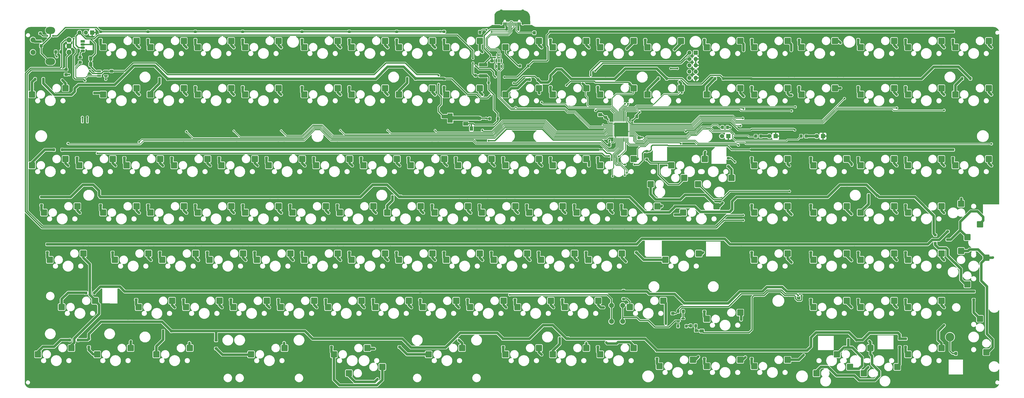
<source format=gbr>
G04 #@! TF.GenerationSoftware,KiCad,Pcbnew,7.0.1*
G04 #@! TF.CreationDate,2023-03-27T23:46:51-04:00*
G04 #@! TF.ProjectId,Boston-keyboard-V08JHA,426f7374-6f6e-42d6-9b65-79626f617264,rev?*
G04 #@! TF.SameCoordinates,Original*
G04 #@! TF.FileFunction,Copper,L2,Bot*
G04 #@! TF.FilePolarity,Positive*
%FSLAX46Y46*%
G04 Gerber Fmt 4.6, Leading zero omitted, Abs format (unit mm)*
G04 Created by KiCad (PCBNEW 7.0.1) date 2023-03-27 23:46:51*
%MOMM*%
%LPD*%
G01*
G04 APERTURE LIST*
G04 Aperture macros list*
%AMRoundRect*
0 Rectangle with rounded corners*
0 $1 Rounding radius*
0 $2 $3 $4 $5 $6 $7 $8 $9 X,Y pos of 4 corners*
0 Add a 4 corners polygon primitive as box body*
4,1,4,$2,$3,$4,$5,$6,$7,$8,$9,$2,$3,0*
0 Add four circle primitives for the rounded corners*
1,1,$1+$1,$2,$3*
1,1,$1+$1,$4,$5*
1,1,$1+$1,$6,$7*
1,1,$1+$1,$8,$9*
0 Add four rect primitives between the rounded corners*
20,1,$1+$1,$2,$3,$4,$5,0*
20,1,$1+$1,$4,$5,$6,$7,0*
20,1,$1+$1,$6,$7,$8,$9,0*
20,1,$1+$1,$8,$9,$2,$3,0*%
G04 Aperture macros list end*
G04 #@! TA.AperFunction,ComponentPad*
%ADD10R,1.800000X1.070000*%
G04 #@! TD*
G04 #@! TA.AperFunction,ComponentPad*
%ADD11O,1.800000X1.070000*%
G04 #@! TD*
G04 #@! TA.AperFunction,ComponentPad*
%ADD12R,1.800000X1.800000*%
G04 #@! TD*
G04 #@! TA.AperFunction,ComponentPad*
%ADD13C,1.800000*%
G04 #@! TD*
G04 #@! TA.AperFunction,ComponentPad*
%ADD14C,2.000000*%
G04 #@! TD*
G04 #@! TA.AperFunction,ComponentPad*
%ADD15R,1.700000X1.700000*%
G04 #@! TD*
G04 #@! TA.AperFunction,ComponentPad*
%ADD16O,1.700000X1.700000*%
G04 #@! TD*
G04 #@! TA.AperFunction,ComponentPad*
%ADD17C,3.500000*%
G04 #@! TD*
G04 #@! TA.AperFunction,SMDPad,CuDef*
%ADD18RoundRect,0.250000X-0.350000X0.250000X-0.350000X-0.250000X0.350000X-0.250000X0.350000X0.250000X0*%
G04 #@! TD*
G04 #@! TA.AperFunction,SMDPad,CuDef*
%ADD19RoundRect,0.254000X1.016000X1.016000X-1.016000X1.016000X-1.016000X-1.016000X1.016000X-1.016000X0*%
G04 #@! TD*
G04 #@! TA.AperFunction,SMDPad,CuDef*
%ADD20RoundRect,0.250000X0.350000X0.450000X-0.350000X0.450000X-0.350000X-0.450000X0.350000X-0.450000X0*%
G04 #@! TD*
G04 #@! TA.AperFunction,SMDPad,CuDef*
%ADD21RoundRect,0.250001X-0.462499X-0.624999X0.462499X-0.624999X0.462499X0.624999X-0.462499X0.624999X0*%
G04 #@! TD*
G04 #@! TA.AperFunction,SMDPad,CuDef*
%ADD22RoundRect,0.250000X0.250000X0.350000X-0.250000X0.350000X-0.250000X-0.350000X0.250000X-0.350000X0*%
G04 #@! TD*
G04 #@! TA.AperFunction,SMDPad,CuDef*
%ADD23RoundRect,0.250001X0.624999X-0.462499X0.624999X0.462499X-0.624999X0.462499X-0.624999X-0.462499X0*%
G04 #@! TD*
G04 #@! TA.AperFunction,SMDPad,CuDef*
%ADD24R,2.000000X1.500000*%
G04 #@! TD*
G04 #@! TA.AperFunction,SMDPad,CuDef*
%ADD25R,2.000000X3.800000*%
G04 #@! TD*
G04 #@! TA.AperFunction,SMDPad,CuDef*
%ADD26RoundRect,0.254000X-1.016000X1.016000X-1.016000X-1.016000X1.016000X-1.016000X1.016000X1.016000X0*%
G04 #@! TD*
G04 #@! TA.AperFunction,SMDPad,CuDef*
%ADD27RoundRect,0.250000X-0.450000X0.325000X-0.450000X-0.325000X0.450000X-0.325000X0.450000X0.325000X0*%
G04 #@! TD*
G04 #@! TA.AperFunction,SMDPad,CuDef*
%ADD28RoundRect,0.254000X-1.016000X-1.016000X1.016000X-1.016000X1.016000X1.016000X-1.016000X1.016000X0*%
G04 #@! TD*
G04 #@! TA.AperFunction,SMDPad,CuDef*
%ADD29RoundRect,0.237500X0.287500X0.237500X-0.287500X0.237500X-0.287500X-0.237500X0.287500X-0.237500X0*%
G04 #@! TD*
G04 #@! TA.AperFunction,SMDPad,CuDef*
%ADD30RoundRect,0.250000X1.450000X-0.400000X1.450000X0.400000X-1.450000X0.400000X-1.450000X-0.400000X0*%
G04 #@! TD*
G04 #@! TA.AperFunction,SMDPad,CuDef*
%ADD31RoundRect,0.250001X-0.624999X0.462499X-0.624999X-0.462499X0.624999X-0.462499X0.624999X0.462499X0*%
G04 #@! TD*
G04 #@! TA.AperFunction,SMDPad,CuDef*
%ADD32RoundRect,0.250000X0.450000X-0.325000X0.450000X0.325000X-0.450000X0.325000X-0.450000X-0.325000X0*%
G04 #@! TD*
G04 #@! TA.AperFunction,SMDPad,CuDef*
%ADD33RoundRect,0.254000X1.016000X-1.016000X1.016000X1.016000X-1.016000X1.016000X-1.016000X-1.016000X0*%
G04 #@! TD*
G04 #@! TA.AperFunction,SMDPad,CuDef*
%ADD34RoundRect,0.075000X0.662500X0.075000X-0.662500X0.075000X-0.662500X-0.075000X0.662500X-0.075000X0*%
G04 #@! TD*
G04 #@! TA.AperFunction,SMDPad,CuDef*
%ADD35RoundRect,0.075000X0.075000X0.662500X-0.075000X0.662500X-0.075000X-0.662500X0.075000X-0.662500X0*%
G04 #@! TD*
G04 #@! TA.AperFunction,ComponentPad*
%ADD36C,2.032000*%
G04 #@! TD*
G04 #@! TA.AperFunction,ComponentPad*
%ADD37O,3.900000X2.799999*%
G04 #@! TD*
G04 #@! TA.AperFunction,SMDPad,CuDef*
%ADD38RoundRect,0.250000X0.325000X0.450000X-0.325000X0.450000X-0.325000X-0.450000X0.325000X-0.450000X0*%
G04 #@! TD*
G04 #@! TA.AperFunction,SMDPad,CuDef*
%ADD39RoundRect,0.250000X-0.325000X-0.450000X0.325000X-0.450000X0.325000X0.450000X-0.325000X0.450000X0*%
G04 #@! TD*
G04 #@! TA.AperFunction,SMDPad,CuDef*
%ADD40RoundRect,0.150000X-0.150000X-0.575000X0.150000X-0.575000X0.150000X0.575000X-0.150000X0.575000X0*%
G04 #@! TD*
G04 #@! TA.AperFunction,SMDPad,CuDef*
%ADD41RoundRect,0.075000X-0.075000X-0.650000X0.075000X-0.650000X0.075000X0.650000X-0.075000X0.650000X0*%
G04 #@! TD*
G04 #@! TA.AperFunction,ComponentPad*
%ADD42O,1.300000X1.900000*%
G04 #@! TD*
G04 #@! TA.AperFunction,ComponentPad*
%ADD43O,1.100000X2.200000*%
G04 #@! TD*
G04 #@! TA.AperFunction,SMDPad,CuDef*
%ADD44R,1.560000X0.650000*%
G04 #@! TD*
G04 #@! TA.AperFunction,SMDPad,CuDef*
%ADD45R,0.600000X1.550000*%
G04 #@! TD*
G04 #@! TA.AperFunction,ComponentPad*
%ADD46C,0.500000*%
G04 #@! TD*
G04 #@! TA.AperFunction,SMDPad,CuDef*
%ADD47R,1.200000X1.800000*%
G04 #@! TD*
G04 #@! TA.AperFunction,SMDPad,CuDef*
%ADD48RoundRect,0.250000X-0.350000X-0.450000X0.350000X-0.450000X0.350000X0.450000X-0.350000X0.450000X0*%
G04 #@! TD*
G04 #@! TA.AperFunction,SMDPad,CuDef*
%ADD49RoundRect,0.062500X0.375000X0.062500X-0.375000X0.062500X-0.375000X-0.062500X0.375000X-0.062500X0*%
G04 #@! TD*
G04 #@! TA.AperFunction,SMDPad,CuDef*
%ADD50RoundRect,0.062500X0.062500X0.375000X-0.062500X0.375000X-0.062500X-0.375000X0.062500X-0.375000X0*%
G04 #@! TD*
G04 #@! TA.AperFunction,SMDPad,CuDef*
%ADD51R,5.600000X5.600000*%
G04 #@! TD*
G04 #@! TA.AperFunction,SMDPad,CuDef*
%ADD52RoundRect,0.150000X-0.587500X-0.150000X0.587500X-0.150000X0.587500X0.150000X-0.587500X0.150000X0*%
G04 #@! TD*
G04 #@! TA.AperFunction,SMDPad,CuDef*
%ADD53RoundRect,0.250000X-0.475000X0.337500X-0.475000X-0.337500X0.475000X-0.337500X0.475000X0.337500X0*%
G04 #@! TD*
G04 #@! TA.AperFunction,SMDPad,CuDef*
%ADD54RoundRect,0.150000X0.150000X-0.512500X0.150000X0.512500X-0.150000X0.512500X-0.150000X-0.512500X0*%
G04 #@! TD*
G04 #@! TA.AperFunction,ViaPad*
%ADD55C,0.800000*%
G04 #@! TD*
G04 #@! TA.AperFunction,ViaPad*
%ADD56C,0.600000*%
G04 #@! TD*
G04 #@! TA.AperFunction,Conductor*
%ADD57C,0.300000*%
G04 #@! TD*
G04 #@! TA.AperFunction,Conductor*
%ADD58C,1.000000*%
G04 #@! TD*
G04 #@! TA.AperFunction,Conductor*
%ADD59C,0.500000*%
G04 #@! TD*
G04 #@! TA.AperFunction,Conductor*
%ADD60C,1.500000*%
G04 #@! TD*
G04 APERTURE END LIST*
D10*
X79000000Y-34470000D03*
D11*
X79000000Y-35740000D03*
X79000000Y-37010000D03*
X79000000Y-38280000D03*
D12*
X338732500Y-72712500D03*
D13*
X336192500Y-72712500D03*
D12*
X357782500Y-72712500D03*
D13*
X355242500Y-72712500D03*
D14*
X291750000Y-147400000D03*
X291750000Y-140900000D03*
X296250000Y-147400000D03*
X296250000Y-140900000D03*
D15*
X82825000Y-30950000D03*
D16*
X80285000Y-30950000D03*
X77745000Y-30950000D03*
D17*
X427950304Y-153675080D03*
D15*
X325655625Y-39087500D03*
D16*
X323115625Y-39087500D03*
X325655625Y-41627500D03*
X323115625Y-41627500D03*
X325655625Y-44167500D03*
X323115625Y-44167500D03*
X325655625Y-46707500D03*
X323115625Y-46707500D03*
X325655625Y-49247500D03*
X323115625Y-49247500D03*
D12*
X376832500Y-72712500D03*
D13*
X374292500Y-72712500D03*
D18*
X124340625Y-97256250D03*
X124340625Y-100556250D03*
D19*
X281646000Y-81920000D03*
X268184000Y-84460000D03*
D20*
X262700000Y-31025000D03*
X260700000Y-31025000D03*
D19*
X395946000Y-158120000D03*
X382484000Y-160660000D03*
D21*
X235412500Y-69625000D03*
X238387500Y-69625000D03*
D18*
X238640625Y-97256250D03*
X238640625Y-100556250D03*
D22*
X262150000Y-49925000D03*
X258850000Y-49925000D03*
D23*
X238400000Y-65512500D03*
X238400000Y-62537500D03*
D19*
X257833500Y-120020000D03*
X244371500Y-122560000D03*
D18*
X286265625Y-49631250D03*
X286265625Y-52931250D03*
D19*
X424521000Y-158120000D03*
X411059000Y-160660000D03*
X262596000Y-158120000D03*
X249134000Y-160660000D03*
D18*
X224353125Y-49631250D03*
X224353125Y-52931250D03*
D19*
X100671000Y-53345000D03*
X87209000Y-55885000D03*
X310221000Y-100970000D03*
X296759000Y-103510000D03*
D24*
X233150000Y-63125000D03*
X233150000Y-65425000D03*
D25*
X226850000Y-65425000D03*
D24*
X233150000Y-67725000D03*
D18*
X276778750Y-97256250D03*
X276778750Y-100556250D03*
D19*
X219733500Y-34295000D03*
X206271500Y-36835000D03*
D18*
X348178125Y-78206250D03*
X348178125Y-81506250D03*
D23*
X235900000Y-65412500D03*
X235900000Y-62437500D03*
D22*
X63150000Y-49725000D03*
X59850000Y-49725000D03*
D26*
X432395000Y-99954000D03*
X434935000Y-113416000D03*
D27*
X90600000Y-46500000D03*
X90600000Y-48550000D03*
D19*
X343558500Y-53345000D03*
X330096500Y-55885000D03*
X362608500Y-120020000D03*
X349146500Y-122560000D03*
D18*
X348216250Y-30581250D03*
X348216250Y-33881250D03*
D19*
X362608500Y-100970000D03*
X349146500Y-103510000D03*
D18*
X76715625Y-78206250D03*
X76715625Y-81506250D03*
X114853750Y-78206250D03*
X114853750Y-81506250D03*
D22*
X212906372Y-49495305D03*
X209606372Y-49495305D03*
D21*
X82262500Y-41325000D03*
X85237500Y-41325000D03*
D19*
X424521000Y-120020000D03*
X411059000Y-122560000D03*
X98289750Y-158120000D03*
X84827750Y-160660000D03*
X84002250Y-139070000D03*
X70540250Y-141610000D03*
D28*
X393279000Y-168280000D03*
X406741000Y-165740000D03*
D18*
X243403125Y-116306250D03*
X243403125Y-119606250D03*
D19*
X143533500Y-120020000D03*
X130071500Y-122560000D03*
X300696000Y-34295000D03*
X287234000Y-36835000D03*
X334033500Y-100970000D03*
X320571500Y-103510000D03*
X134008500Y-139070000D03*
X120546500Y-141610000D03*
D18*
X407709375Y-154406250D03*
X407709375Y-157706250D03*
X329128125Y-30581250D03*
X329128125Y-33881250D03*
D19*
X267358500Y-139070000D03*
X253896500Y-141610000D03*
X219733500Y-120020000D03*
X206271500Y-122560000D03*
D18*
X172003750Y-78206250D03*
X172003750Y-81506250D03*
D19*
X186396000Y-81920000D03*
X172934000Y-84460000D03*
X326889964Y-120020000D03*
X313427964Y-122560000D03*
D18*
X219590625Y-97256250D03*
X219590625Y-100556250D03*
D19*
X300696000Y-81920000D03*
X287234000Y-84460000D03*
X157821000Y-53345000D03*
X144359000Y-55885000D03*
X200683500Y-120020000D03*
X187221500Y-122560000D03*
D22*
X70750000Y-78225000D03*
X67450000Y-78225000D03*
D19*
X262596160Y-34295000D03*
X249134160Y-36835000D03*
D18*
X167241250Y-116306250D03*
X167241250Y-119606250D03*
D19*
X224496000Y-81920000D03*
X211034000Y-84460000D03*
X443571000Y-81920000D03*
X430109000Y-84460000D03*
D18*
X296600000Y-135075000D03*
X296600000Y-138375000D03*
X410090625Y-97256250D03*
X410090625Y-100556250D03*
D27*
X289400000Y-65139069D03*
X289400000Y-67189069D03*
D19*
X119721000Y-100970000D03*
X106259000Y-103510000D03*
X195921000Y-100970000D03*
X182459000Y-103510000D03*
D18*
X61975000Y-31275000D03*
X61975000Y-34575000D03*
D19*
X114958500Y-139070000D03*
X101496500Y-141610000D03*
X405471000Y-139070000D03*
X392009000Y-141610000D03*
X191158500Y-139070000D03*
X177696500Y-141610000D03*
D18*
X367228125Y-30581250D03*
X367228125Y-33881250D03*
D19*
X91146000Y-81920000D03*
X77684000Y-84460000D03*
X329271000Y-81920000D03*
X315809000Y-84460000D03*
D18*
X143390625Y-30581250D03*
X143390625Y-33881250D03*
D19*
X129246000Y-81920000D03*
X115784000Y-84460000D03*
D18*
X437475000Y-135356250D03*
X437475000Y-138656250D03*
D19*
X424521000Y-81920000D03*
X411059000Y-84460000D03*
X443571000Y-53345000D03*
X430109000Y-55885000D03*
X200683606Y-34295000D03*
X187221606Y-36835000D03*
X405471000Y-34295000D03*
X392009000Y-36835000D03*
D18*
X205341250Y-30581250D03*
X205341250Y-33881250D03*
D19*
X157821000Y-34295000D03*
X144359000Y-36835000D03*
D18*
X317460000Y-101066250D03*
X317460000Y-104366250D03*
X124340625Y-49631250D03*
X124340625Y-52931250D03*
D27*
X78000000Y-40900000D03*
X78000000Y-42950000D03*
D18*
X81478125Y-154406250D03*
X81478125Y-157706250D03*
D20*
X351800000Y-72725000D03*
X349800000Y-72725000D03*
D19*
X276883500Y-120020000D03*
X263421500Y-122560000D03*
X238783500Y-53345000D03*
X225321500Y-55885000D03*
X405471000Y-120020000D03*
X392009000Y-122560000D03*
X281646000Y-34295000D03*
X268184000Y-36835000D03*
X343558500Y-143832500D03*
X330096500Y-146372500D03*
D18*
X64809375Y-116306250D03*
X64809375Y-119606250D03*
X348178125Y-159168750D03*
X348178125Y-162468750D03*
D19*
X210208500Y-139070000D03*
X196746500Y-141610000D03*
X231639750Y-158120000D03*
X218177750Y-160660000D03*
D18*
X124340625Y-30581250D03*
X124340625Y-33881250D03*
D29*
X244075000Y-51225000D03*
X242325000Y-51225000D03*
D18*
X91003125Y-116306250D03*
X91003125Y-119606250D03*
X301743948Y-116306300D03*
X301743948Y-119606300D03*
D19*
X181633500Y-53345000D03*
X168171500Y-55885000D03*
D26*
X432395000Y-119004000D03*
X434935000Y-132466000D03*
D28*
X326604000Y-92080000D03*
X340066000Y-89540000D03*
D30*
X240100000Y-48350000D03*
X240100000Y-43900000D03*
D18*
X119578125Y-135356250D03*
X119578125Y-138656250D03*
D28*
X186110250Y-168280000D03*
X199572250Y-165740000D03*
D18*
X295790625Y-97256250D03*
X295790625Y-100556250D03*
X83859375Y-52012500D03*
X83859375Y-55312500D03*
D19*
X181633590Y-34295000D03*
X168171590Y-36835000D03*
X291171000Y-100970000D03*
X277709000Y-103510000D03*
D28*
X307554000Y-92080000D03*
X321016000Y-89540000D03*
D19*
X405471000Y-100970000D03*
X392009000Y-103510000D03*
D18*
X329128125Y-140118750D03*
X329128125Y-143418750D03*
D19*
X119721000Y-34295000D03*
X106259000Y-36835000D03*
D31*
X328100000Y-151237500D03*
X328100000Y-154212500D03*
D19*
X238783500Y-120020000D03*
X225321500Y-122560000D03*
D18*
X348178125Y-116306250D03*
X348178125Y-119606250D03*
D19*
X138771000Y-100970000D03*
X125309000Y-103510000D03*
X200683500Y-53345000D03*
X187221500Y-55885000D03*
D22*
X436148747Y-49495305D03*
X432848747Y-49495305D03*
D19*
X160202250Y-158120000D03*
X146740250Y-160660000D03*
D18*
X305911139Y-78801581D03*
X305911139Y-82101581D03*
X129103125Y-116306250D03*
X129103125Y-119606250D03*
D32*
X302900000Y-73350000D03*
X302900000Y-71300000D03*
D19*
X172108500Y-139070000D03*
X158646500Y-141610000D03*
X343558500Y-162882500D03*
X330096500Y-165422500D03*
X76858500Y-100970000D03*
X63396500Y-103510000D03*
D28*
X374229000Y-168280000D03*
X387691000Y-165740000D03*
D18*
X329128125Y-159168750D03*
X329128125Y-162468750D03*
X371990625Y-97256250D03*
X371990625Y-100556250D03*
D19*
X100671000Y-100970000D03*
X87209000Y-103510000D03*
D18*
X338800000Y-81550000D03*
X338800000Y-84850000D03*
D19*
X72096000Y-53345000D03*
X58634000Y-55885000D03*
X319746000Y-34295000D03*
X306284000Y-36835000D03*
D18*
X176766250Y-135356250D03*
X176766250Y-138656250D03*
X248165625Y-78206250D03*
X248165625Y-81506250D03*
D19*
X362608500Y-162882500D03*
X349146500Y-165422500D03*
X262596000Y-81920000D03*
X249134000Y-84460000D03*
X100671000Y-34295000D03*
X87209000Y-36835000D03*
D18*
X138628125Y-135356250D03*
X138628125Y-138656250D03*
D31*
X287200000Y-64081256D03*
X287200000Y-67056256D03*
D19*
X148296000Y-81920000D03*
X134834000Y-84460000D03*
D18*
X371990625Y-135356250D03*
X371990625Y-138656250D03*
X305315625Y-30581250D03*
X305315625Y-33881250D03*
D27*
X258250000Y-26975000D03*
X258250000Y-29025000D03*
D33*
X442555000Y-121671000D03*
X440015000Y-108209000D03*
D19*
X362608500Y-53345000D03*
X349146500Y-55885000D03*
X229258500Y-139070000D03*
X215796500Y-141610000D03*
D18*
X391040625Y-49631250D03*
X391040625Y-52931250D03*
X281503125Y-116306250D03*
X281503125Y-119606250D03*
X286265625Y-78206250D03*
X286265625Y-81506250D03*
D19*
X362608500Y-34295000D03*
X349146500Y-36835000D03*
D18*
X210065625Y-78206250D03*
X210065625Y-81506250D03*
X348178125Y-49631250D03*
X348178125Y-52931250D03*
D22*
X274223611Y-154270393D03*
X270923611Y-154270393D03*
D18*
X224391250Y-30581250D03*
X224391250Y-33881250D03*
D19*
X281646000Y-158120000D03*
X268184000Y-160660000D03*
X122102250Y-158120000D03*
X108640250Y-160660000D03*
X381658500Y-34295000D03*
X368196500Y-36835000D03*
X443571000Y-34295000D03*
X430109000Y-36835000D03*
X405471000Y-81920000D03*
X392009000Y-84460000D03*
D18*
X257690625Y-97256250D03*
X257690625Y-100556250D03*
X186253125Y-116306250D03*
X186253125Y-119606250D03*
D19*
X138771000Y-34295000D03*
X125309000Y-36835000D03*
X243546000Y-81920000D03*
X230084000Y-84460000D03*
X343558500Y-34295000D03*
X330096500Y-36835000D03*
D18*
X186253125Y-49631250D03*
X186253125Y-52931250D03*
X391040625Y-116306250D03*
X391040625Y-119606250D03*
D19*
X153058500Y-139070000D03*
X139596500Y-141610000D03*
D18*
X214828125Y-135396875D03*
X214828125Y-138696875D03*
D19*
X424521000Y-139070000D03*
X411059000Y-141610000D03*
X110196000Y-81920000D03*
X96734000Y-84460000D03*
X72096000Y-81920000D03*
X58634000Y-84460000D03*
D23*
X224200000Y-64812500D03*
X224200000Y-61837500D03*
D18*
X348178125Y-97256250D03*
X348178125Y-100556250D03*
X391040625Y-78206250D03*
X391040625Y-81506250D03*
D19*
X79239750Y-120020000D03*
X65777750Y-122560000D03*
D18*
X429140625Y-30581250D03*
X429140625Y-33881250D03*
X195816250Y-135356250D03*
X195816250Y-138656250D03*
D19*
X162583500Y-120020000D03*
X149121500Y-122560000D03*
D18*
X286265625Y-154406250D03*
X286265625Y-157706250D03*
D19*
X281646000Y-53345000D03*
X268184000Y-55885000D03*
X181633500Y-120020000D03*
X168171500Y-122560000D03*
D18*
X410090625Y-30581250D03*
X410090625Y-33881250D03*
D19*
X424521000Y-100970000D03*
X411059000Y-103510000D03*
X248308500Y-139070000D03*
X234846500Y-141610000D03*
D18*
X410090625Y-154406250D03*
X410090625Y-157706250D03*
D22*
X390309375Y-154865625D03*
X387009375Y-154865625D03*
D19*
X119721000Y-53345000D03*
X106259000Y-55885000D03*
D18*
X167203125Y-30581250D03*
X167203125Y-33881250D03*
D34*
X299813125Y-67316875D03*
X299813125Y-67816875D03*
X299813125Y-68316875D03*
X299813125Y-68816875D03*
X299813125Y-69316875D03*
X299813125Y-69816875D03*
X299813125Y-70316875D03*
X299813125Y-70816875D03*
X299813125Y-71316875D03*
X299813125Y-71816875D03*
X299813125Y-72316875D03*
X299813125Y-72816875D03*
D35*
X298400625Y-74229375D03*
X297900625Y-74229375D03*
X297400625Y-74229375D03*
X296900625Y-74229375D03*
X296400625Y-74229375D03*
X295900625Y-74229375D03*
X295400625Y-74229375D03*
X294900625Y-74229375D03*
X294400625Y-74229375D03*
X293900625Y-74229375D03*
X293400625Y-74229375D03*
X292900625Y-74229375D03*
D34*
X291488125Y-72816875D03*
X291488125Y-72316875D03*
X291488125Y-71816875D03*
X291488125Y-71316875D03*
X291488125Y-70816875D03*
X291488125Y-70316875D03*
X291488125Y-69816875D03*
X291488125Y-69316875D03*
X291488125Y-68816875D03*
X291488125Y-68316875D03*
X291488125Y-67816875D03*
X291488125Y-67316875D03*
D35*
X292900625Y-65904375D03*
X293400625Y-65904375D03*
X293900625Y-65904375D03*
X294400625Y-65904375D03*
X294900625Y-65904375D03*
X295400625Y-65904375D03*
X295900625Y-65904375D03*
X296400625Y-65904375D03*
X296900625Y-65904375D03*
X297400625Y-65904375D03*
X297900625Y-65904375D03*
X298400625Y-65904375D03*
D18*
X152953750Y-78206250D03*
X152953750Y-81506250D03*
D22*
X206953242Y-97120345D03*
X203653242Y-97120345D03*
D18*
X233878125Y-135356250D03*
X233878125Y-138656250D03*
X371990625Y-78206250D03*
X371990625Y-81506250D03*
X391040625Y-135356250D03*
X391040625Y-138656250D03*
D19*
X157821000Y-100970000D03*
X144359000Y-103510000D03*
D18*
X186253125Y-30581250D03*
X186253125Y-33881250D03*
D19*
X386421000Y-100970000D03*
X372959000Y-103510000D03*
D22*
X237050000Y-48225000D03*
X233750000Y-48225000D03*
D18*
X267215625Y-78206250D03*
X267215625Y-81506250D03*
X110053125Y-116306250D03*
X110053125Y-119606250D03*
D19*
X262596000Y-53345000D03*
X249134000Y-55885000D03*
D18*
X100528125Y-135356250D03*
X100528125Y-138656250D03*
D36*
X73500000Y-33875000D03*
X73500000Y-38875000D03*
X73500000Y-36375000D03*
D37*
X66000000Y-30125000D03*
X66000000Y-42625000D03*
D36*
X59000000Y-33875000D03*
X59000000Y-38875000D03*
D38*
X325625000Y-149125000D03*
X323575000Y-149125000D03*
D18*
X371990625Y-116306250D03*
X371990625Y-119606250D03*
D19*
X319746000Y-53345000D03*
X306284000Y-55885000D03*
D18*
X429140625Y-78206250D03*
X429140625Y-81506250D03*
X229115625Y-78206250D03*
X229115625Y-81506250D03*
D22*
X336750000Y-49525000D03*
X333450000Y-49525000D03*
D19*
X238783500Y-34295000D03*
X225321500Y-36835000D03*
D18*
X391040625Y-30581250D03*
X391040625Y-33881250D03*
D19*
X386421000Y-120020000D03*
X372959000Y-122560000D03*
X300696000Y-53345000D03*
X287234000Y-55885000D03*
X272121000Y-100970000D03*
X258659000Y-103510000D03*
D18*
X157716250Y-135356250D03*
X157716250Y-138656250D03*
D22*
X77175000Y-154900000D03*
X73875000Y-154900000D03*
D18*
X62428125Y-97256250D03*
X62428125Y-100556250D03*
D19*
X295933500Y-120020000D03*
X282471500Y-122560000D03*
D22*
X83650000Y-135900000D03*
X80350000Y-135900000D03*
D19*
X167346000Y-81920000D03*
X153884000Y-84460000D03*
X105433500Y-120020000D03*
X91971500Y-122560000D03*
D18*
X167203125Y-49631250D03*
X167203125Y-52931250D03*
D19*
X381658500Y-53345000D03*
X368196500Y-55885000D03*
D39*
X290875000Y-76325000D03*
X292925000Y-76325000D03*
D19*
X124483500Y-120020000D03*
X111021500Y-122560000D03*
D18*
X367228125Y-49631250D03*
X367228125Y-52931250D03*
D32*
X325900000Y-153150000D03*
X325900000Y-151100000D03*
D38*
X301915625Y-64821875D03*
X299865625Y-64821875D03*
D40*
X248487000Y-27575000D03*
X249287000Y-27575000D03*
D41*
X250487000Y-27575000D03*
X251483000Y-27575000D03*
X251987000Y-27575000D03*
X252987000Y-27575000D03*
D40*
X254987000Y-27575000D03*
X254187000Y-27575000D03*
D41*
X253487000Y-27575000D03*
X252487000Y-27575000D03*
X250987000Y-27575000D03*
X249987000Y-27575000D03*
D42*
X247437000Y-22600000D03*
D43*
X247437000Y-26800000D03*
D42*
X256037000Y-22600000D03*
D43*
X256037000Y-26800000D03*
D19*
X253071000Y-100970000D03*
X239609000Y-103510000D03*
X386421000Y-139070000D03*
X372959000Y-141610000D03*
D20*
X370100000Y-72725000D03*
X368100000Y-72725000D03*
D44*
X88350000Y-46521250D03*
X88350000Y-47471250D03*
X88350000Y-48421250D03*
X85650000Y-48421250D03*
X85650000Y-47471250D03*
X85650000Y-46521250D03*
D19*
X424521000Y-34295000D03*
X411059000Y-36835000D03*
D21*
X82237500Y-43725000D03*
X85212500Y-43725000D03*
D22*
X258250000Y-44425000D03*
X254950000Y-44425000D03*
D18*
X205266250Y-116306250D03*
X205266250Y-119606250D03*
D22*
X321850000Y-149325000D03*
X318550000Y-149325000D03*
D18*
X179109375Y-154406250D03*
X179109375Y-157706250D03*
D38*
X70225000Y-38725000D03*
X68175000Y-38725000D03*
D18*
X271978125Y-135356250D03*
X271978125Y-138656250D03*
X95765625Y-78206250D03*
X95765625Y-81506250D03*
D45*
X80900000Y-66500000D03*
X79900000Y-66500000D03*
X78900000Y-66500000D03*
X77900000Y-66500000D03*
D46*
X82800000Y-70975000D03*
X82800000Y-70375000D03*
X82800000Y-69775000D03*
D47*
X82500000Y-70375000D03*
D46*
X82200000Y-70975000D03*
X82200000Y-70375000D03*
X82200000Y-69775000D03*
X76600000Y-70975000D03*
X76600000Y-70375000D03*
X76600000Y-69775000D03*
D47*
X76300000Y-70375000D03*
D46*
X76000000Y-70975000D03*
X76000000Y-70375000D03*
X76000000Y-69775000D03*
D18*
X191015625Y-78206250D03*
X191015625Y-81506250D03*
X252928125Y-135356250D03*
X252928125Y-138656250D03*
X410090625Y-78206250D03*
X410090625Y-81506250D03*
D19*
X219733500Y-53345000D03*
X206271500Y-55885000D03*
D22*
X114679727Y-151293828D03*
X111379727Y-151293828D03*
D19*
X312602250Y-139070000D03*
X299140250Y-141610000D03*
D18*
X206493750Y-154406250D03*
X206493750Y-157706250D03*
D19*
X138771000Y-53345000D03*
X125309000Y-55885000D03*
D22*
X246050000Y-65625000D03*
X242750000Y-65625000D03*
D18*
X422000000Y-112575000D03*
X422000000Y-115875000D03*
X86240625Y-30581250D03*
X86240625Y-33881250D03*
D19*
X286408500Y-139070000D03*
X272946500Y-141610000D03*
D18*
X162478750Y-97256250D03*
X162478750Y-100556250D03*
X267215625Y-30581250D03*
X267215625Y-33881250D03*
X410090625Y-49631250D03*
X410090625Y-52931250D03*
D48*
X236900000Y-30825000D03*
X238900000Y-30825000D03*
D19*
X405471000Y-53345000D03*
X392009000Y-55885000D03*
D38*
X62300000Y-36325000D03*
X60250000Y-36325000D03*
D18*
X224353125Y-116306250D03*
X224353125Y-119606250D03*
D19*
X214971000Y-100970000D03*
X201509000Y-103510000D03*
D49*
X299088125Y-67316875D03*
X299088125Y-67816875D03*
X299088125Y-68316875D03*
X299088125Y-68816875D03*
X299088125Y-69316875D03*
X299088125Y-69816875D03*
X299088125Y-70316875D03*
X299088125Y-70816875D03*
X299088125Y-71316875D03*
X299088125Y-71816875D03*
X299088125Y-72316875D03*
X299088125Y-72816875D03*
D50*
X298400625Y-73504375D03*
X297900625Y-73504375D03*
X297400625Y-73504375D03*
X296900625Y-73504375D03*
X296400625Y-73504375D03*
X295900625Y-73504375D03*
X295400625Y-73504375D03*
X294900625Y-73504375D03*
X294400625Y-73504375D03*
X293900625Y-73504375D03*
X293400625Y-73504375D03*
X292900625Y-73504375D03*
D49*
X292213125Y-72816875D03*
X292213125Y-72316875D03*
X292213125Y-71816875D03*
X292213125Y-71316875D03*
X292213125Y-70816875D03*
X292213125Y-70316875D03*
X292213125Y-69816875D03*
X292213125Y-69316875D03*
X292213125Y-68816875D03*
X292213125Y-68316875D03*
X292213125Y-67816875D03*
X292213125Y-67316875D03*
D50*
X292900625Y-66629375D03*
X293400625Y-66629375D03*
X293900625Y-66629375D03*
X294400625Y-66629375D03*
X294900625Y-66629375D03*
X295400625Y-66629375D03*
X295900625Y-66629375D03*
X296400625Y-66629375D03*
X296900625Y-66629375D03*
X297400625Y-66629375D03*
X297900625Y-66629375D03*
X298400625Y-66629375D03*
D51*
X295650625Y-70066875D03*
D18*
X132675056Y-155001645D03*
X132675056Y-158301645D03*
D19*
X386421000Y-81920000D03*
X372959000Y-84460000D03*
X193539750Y-158120000D03*
X180077750Y-160660000D03*
X324508500Y-162882500D03*
X311046500Y-165422500D03*
D18*
X105328750Y-97256250D03*
X105328750Y-100556250D03*
D32*
X316400000Y-144150000D03*
X316400000Y-142100000D03*
D33*
X442555000Y-159771000D03*
X440015000Y-146309000D03*
D18*
X181490625Y-97256250D03*
X181490625Y-100556250D03*
D27*
X72300000Y-45825000D03*
X72300000Y-47875000D03*
D18*
X267215625Y-49631250D03*
X267215625Y-52931250D03*
X310078125Y-159168750D03*
X310078125Y-162468750D03*
D20*
X338400000Y-69125000D03*
X336400000Y-69125000D03*
D18*
X133903750Y-78206250D03*
X133903750Y-81506250D03*
X86240625Y-97256250D03*
X86240625Y-100556250D03*
D52*
X318662500Y-147175000D03*
X318662500Y-145275000D03*
X320537500Y-146225000D03*
D18*
X148153125Y-116306250D03*
X148153125Y-119606250D03*
D19*
X74477250Y-158120000D03*
X61015250Y-160660000D03*
D22*
X313973643Y-49495305D03*
X310673643Y-49495305D03*
D53*
X243700000Y-42387500D03*
X243700000Y-44462500D03*
D54*
X247450000Y-44562500D03*
X246500000Y-44562500D03*
X245550000Y-44562500D03*
X245550000Y-42287500D03*
X246500000Y-42287500D03*
X247450000Y-42287500D03*
D19*
X362608500Y-81920000D03*
X349146500Y-84460000D03*
D22*
X113250000Y-49625000D03*
X109950000Y-49625000D03*
D18*
X143428750Y-97256250D03*
X143428750Y-100556250D03*
X262453125Y-116306250D03*
X262453125Y-119606250D03*
X410090625Y-135356250D03*
X410090625Y-138656250D03*
D19*
X205446000Y-81920000D03*
X191984000Y-84460000D03*
X424521000Y-53345000D03*
X411059000Y-55885000D03*
D39*
X430275000Y-160325000D03*
X432325000Y-160325000D03*
X318575000Y-143325000D03*
X320625000Y-143325000D03*
D18*
X248165625Y-154406250D03*
X248165625Y-157706250D03*
X410090625Y-116306250D03*
X410090625Y-119606250D03*
X427000000Y-111150000D03*
X427000000Y-114450000D03*
D22*
X398508089Y-96525032D03*
X395208089Y-96525032D03*
D18*
X286303750Y-30581250D03*
X286303750Y-33881250D03*
X143390625Y-49631250D03*
X143390625Y-52931250D03*
D19*
X300696000Y-158120000D03*
X287234000Y-160660000D03*
X176871000Y-100970000D03*
X163409000Y-103510000D03*
D18*
X105290625Y-30581250D03*
X105290625Y-33881250D03*
D19*
X234021000Y-100970000D03*
X220559000Y-103510000D03*
D55*
X300418750Y-116306250D03*
X297100000Y-88425000D03*
D56*
X288390000Y-68115000D03*
D55*
X283400000Y-48125000D03*
X285200000Y-46425000D03*
X285400000Y-62325000D03*
X350443750Y-159168750D03*
X342800000Y-76325000D03*
X292200000Y-88825000D03*
X298431250Y-135356250D03*
X348931250Y-135356250D03*
X341400000Y-83125000D03*
X298000000Y-87525000D03*
X297968750Y-97256250D03*
X291900000Y-82325000D03*
X301000000Y-84125000D03*
X297200000Y-84125000D03*
X243000000Y-56225000D03*
X298400000Y-59625000D03*
X292093750Y-49631250D03*
X252400000Y-51325000D03*
X248700000Y-48925000D03*
X222856250Y-30581250D03*
X297200000Y-59625000D03*
X283043750Y-30581250D03*
X64700000Y-32325000D03*
X237200000Y-44425000D03*
X67100000Y-32325000D03*
X245000000Y-48825000D03*
X294650000Y-80875000D03*
X290750000Y-80725000D03*
X88300000Y-49825000D03*
X84900000Y-79625000D03*
X339500000Y-69225000D03*
X365500000Y-70225000D03*
X366900000Y-136925000D03*
X321700000Y-70825000D03*
X71500000Y-44425000D03*
X312150000Y-99375000D03*
X79100000Y-108125000D03*
X181400000Y-46425000D03*
X284300000Y-47025000D03*
X256000000Y-74525000D03*
X257100000Y-31925000D03*
X227400000Y-153825000D03*
X238600000Y-136625000D03*
X79100000Y-110625000D03*
X407700000Y-96175000D03*
X299200000Y-79625000D03*
X195850000Y-108125000D03*
X300300000Y-41725000D03*
X132800000Y-96025000D03*
X300500000Y-44325000D03*
X319900000Y-77625000D03*
X296450000Y-117425000D03*
X238600000Y-134225000D03*
X154800000Y-152425000D03*
X279200000Y-134225000D03*
X203000000Y-136625000D03*
X74250000Y-95625000D03*
X318700000Y-66975000D03*
X341600000Y-76925000D03*
X398350000Y-153175000D03*
X394150000Y-164925000D03*
X237000000Y-69625000D03*
X170500000Y-76925000D03*
X258400000Y-76625000D03*
X222000000Y-36825000D03*
X212500000Y-80625000D03*
D56*
X284500000Y-48525000D03*
D55*
X157100000Y-80475000D03*
X279100000Y-117475000D03*
X161500000Y-110575000D03*
X297900000Y-98375000D03*
X162400000Y-136625000D03*
X345300000Y-105625000D03*
X152100000Y-96125000D03*
X268300000Y-80625000D03*
X424400000Y-79375000D03*
X273650000Y-49525000D03*
X183800000Y-75425000D03*
X203000000Y-134225000D03*
X329300000Y-115275000D03*
X157700000Y-108125000D03*
X389600000Y-62625000D03*
X257900000Y-153225000D03*
X164800000Y-136625000D03*
X229200000Y-155425000D03*
X119600000Y-50825000D03*
X224300000Y-59125000D03*
X81400000Y-115225000D03*
X366900000Y-76875000D03*
X308500000Y-155825000D03*
X183850000Y-117425000D03*
X173900000Y-80825000D03*
X272100000Y-110575000D03*
X87300000Y-57825000D03*
X428200000Y-120475000D03*
X304000000Y-59625000D03*
X138600000Y-46425000D03*
X309900000Y-47125000D03*
X407650000Y-75075000D03*
X298850000Y-96025000D03*
X346200000Y-63425000D03*
X256000000Y-137625000D03*
X258000000Y-60825000D03*
X160200000Y-70425000D03*
X365400000Y-134225000D03*
X341000000Y-115225000D03*
X387150000Y-117475000D03*
X249600000Y-98375000D03*
X343200000Y-63025000D03*
X256200000Y-65525000D03*
X85700000Y-80575000D03*
X328400000Y-77475000D03*
X426700000Y-148775000D03*
X318200000Y-44225000D03*
X264400000Y-45575000D03*
X197600000Y-155625000D03*
X258300000Y-47725000D03*
X87300000Y-53125000D03*
X241000000Y-134225000D03*
X105400000Y-117425000D03*
X107600000Y-115225000D03*
X119600000Y-75325000D03*
X424400000Y-123175000D03*
X299600000Y-152475000D03*
D56*
X332700000Y-71625000D03*
D55*
X72000000Y-76975000D03*
X74350000Y-76975000D03*
X249600000Y-136625000D03*
X289800000Y-137625000D03*
X194600000Y-44425000D03*
X281500000Y-42625000D03*
X250750000Y-108125000D03*
X102850000Y-80575000D03*
X407700000Y-136525000D03*
X138600000Y-72825000D03*
X274550000Y-110575000D03*
X221950000Y-115225000D03*
X257600000Y-134225000D03*
X343950000Y-117425000D03*
D56*
X332600000Y-69125000D03*
D55*
X234350000Y-110625000D03*
X243100000Y-76625000D03*
X291100000Y-65125000D03*
D56*
X247500000Y-28925000D03*
D55*
X340950000Y-96775000D03*
X289250000Y-96075000D03*
X119500000Y-80475000D03*
X244600000Y-98425000D03*
X286900000Y-76625000D03*
X60200000Y-44425000D03*
X193500000Y-96175000D03*
X301250000Y-67025000D03*
X314900000Y-150625000D03*
D56*
X332600000Y-63825000D03*
D55*
X250700000Y-115175000D03*
X297050000Y-110575000D03*
X235000000Y-43225000D03*
X74500000Y-44325000D03*
X343600000Y-60025000D03*
X298000000Y-136525000D03*
X407650000Y-50775000D03*
X271150000Y-46925000D03*
X259800000Y-151725000D03*
X426700000Y-141925000D03*
X83700000Y-50825000D03*
X162400000Y-134225000D03*
X336400000Y-102075000D03*
X351800000Y-134225000D03*
X198100000Y-108125000D03*
X324600000Y-138825000D03*
X141000000Y-50825000D03*
X240700000Y-30625000D03*
X405350000Y-115175000D03*
X278900000Y-66525000D03*
X389600000Y-60525000D03*
X267550000Y-44375000D03*
X258500000Y-74525000D03*
X300100000Y-110575000D03*
X160050000Y-108125000D03*
X271200000Y-44525000D03*
X188300000Y-80625000D03*
X181400000Y-70325000D03*
X158200000Y-110575000D03*
X229300000Y-32825000D03*
X212900000Y-76925000D03*
X267150000Y-150125000D03*
X238500000Y-46925000D03*
X97200000Y-148625000D03*
X363000000Y-76875000D03*
X80800000Y-133825000D03*
X191850000Y-94525000D03*
X283900000Y-84625000D03*
X114800000Y-149425000D03*
X311100000Y-108125000D03*
X155800000Y-150025000D03*
X113800000Y-96025000D03*
X346700000Y-152825000D03*
X366850000Y-117475000D03*
X223000000Y-47425000D03*
X265700000Y-60625000D03*
X304850000Y-155575000D03*
X302200000Y-59625000D03*
X138600000Y-50825000D03*
X290900000Y-153325000D03*
X140950000Y-108125000D03*
X81400000Y-117425000D03*
X315800000Y-41725000D03*
X258500000Y-70925000D03*
X346600000Y-73675000D03*
X94800000Y-96025000D03*
X100500000Y-75025000D03*
X313450000Y-104575000D03*
X157600000Y-98375000D03*
X313450000Y-102275000D03*
X366800000Y-75025000D03*
X382750000Y-50775000D03*
X124400000Y-117425000D03*
X261500000Y-153375000D03*
X288550000Y-155525000D03*
X271150000Y-42475000D03*
D56*
X288200000Y-70025000D03*
D55*
X135200000Y-98425000D03*
X240950000Y-115175000D03*
X269900000Y-63025000D03*
X219650000Y-117425000D03*
X143400000Y-134225000D03*
X405400000Y-79325000D03*
X261400000Y-43325000D03*
X369150000Y-136475000D03*
X346000000Y-61725000D03*
D56*
X294200000Y-52025000D03*
D55*
X104600000Y-136625000D03*
X119600000Y-98425000D03*
X334900000Y-74625000D03*
X255300000Y-108125000D03*
X426750000Y-116725000D03*
X293900000Y-54925000D03*
X279700000Y-64425000D03*
X407650000Y-79375000D03*
X99600000Y-148625000D03*
X346400000Y-60025000D03*
X235000000Y-41325000D03*
X370250000Y-160325000D03*
X122000000Y-50825000D03*
X243600000Y-57125000D03*
X170600000Y-80525000D03*
X318600000Y-72025000D03*
X70300000Y-54875000D03*
X407650000Y-98375000D03*
X405350000Y-98425000D03*
X119600000Y-108025000D03*
X202900000Y-75425000D03*
X257700000Y-115225000D03*
X426700000Y-43525000D03*
X315700000Y-46625000D03*
X138600000Y-98425000D03*
X347400000Y-137225000D03*
X296300000Y-96075000D03*
X424400000Y-112125000D03*
X248900000Y-115225000D03*
X85500000Y-50825000D03*
X321000000Y-60125000D03*
X318700000Y-62675000D03*
X323300000Y-155775000D03*
X348000000Y-134225000D03*
X237000000Y-41325000D03*
X251900000Y-110575000D03*
X238650000Y-115175000D03*
X443400000Y-76625000D03*
X241000000Y-40975000D03*
X426800000Y-74975000D03*
X275600000Y-137625000D03*
X327850000Y-160325000D03*
X81800000Y-149825000D03*
X424400000Y-45825000D03*
X282300000Y-69825000D03*
X100400000Y-108025000D03*
D56*
X248200000Y-28925000D03*
D55*
X121900000Y-73225000D03*
X256900000Y-81025000D03*
X241400000Y-49725000D03*
X363000000Y-134225000D03*
X407650000Y-117475000D03*
X157700000Y-77075000D03*
D56*
X334600000Y-63525000D03*
D55*
X267500000Y-58925000D03*
X424400000Y-63225000D03*
X280450000Y-153225000D03*
X345850000Y-93975000D03*
X256000000Y-76625000D03*
X237000000Y-43225000D03*
X387300000Y-62625000D03*
X301850000Y-77225000D03*
X141000000Y-103725000D03*
X297600000Y-41725000D03*
X389450000Y-117425000D03*
X293050000Y-98375000D03*
X336350000Y-108625000D03*
X315850000Y-48575000D03*
X235000000Y-45325000D03*
X260800000Y-80525000D03*
X341000000Y-107475000D03*
X342200000Y-70925000D03*
X99600000Y-146425000D03*
X280000000Y-70025000D03*
X299200000Y-65825000D03*
X244300000Y-40025000D03*
X217200000Y-108075000D03*
X330650000Y-77525000D03*
X336400000Y-104425000D03*
X408900000Y-158925000D03*
X342800000Y-134225000D03*
X198800000Y-49425000D03*
X342600000Y-139025000D03*
X86600000Y-41225000D03*
X367900000Y-160275000D03*
X274350000Y-108125000D03*
X386900000Y-60525000D03*
X246500000Y-45725000D03*
X343750000Y-50675000D03*
X345100000Y-64625000D03*
X143450000Y-115175000D03*
X389500000Y-136525000D03*
X345800000Y-85325000D03*
X98800000Y-41625000D03*
X300000000Y-146825000D03*
D56*
X259900000Y-60825000D03*
D55*
X141000000Y-75325000D03*
X290800000Y-62625000D03*
X243300000Y-67125000D03*
X219600000Y-134225000D03*
X238600000Y-74425000D03*
X313350000Y-97025000D03*
X291900000Y-77525000D03*
X407700000Y-84575000D03*
X284500000Y-55725000D03*
X69450000Y-46975000D03*
X76700000Y-108125000D03*
X311700000Y-45425000D03*
X334000000Y-110625000D03*
X318550000Y-48575000D03*
X363000000Y-70825000D03*
X264500000Y-53825000D03*
X126800000Y-117425000D03*
X426750000Y-134275000D03*
D56*
X284400000Y-60025000D03*
D55*
X219600000Y-70725000D03*
X405350000Y-117475000D03*
X140950000Y-80525000D03*
X164750000Y-115175000D03*
X320550000Y-62675000D03*
X264800000Y-41525000D03*
X196350000Y-110575000D03*
X293000000Y-96125000D03*
X101000000Y-110825000D03*
X183800000Y-50825000D03*
X308350000Y-102275000D03*
X287400000Y-134225000D03*
X238600000Y-49625000D03*
X300400000Y-46725000D03*
X247350000Y-96175000D03*
X181600000Y-50825000D03*
D56*
X288400000Y-67325000D03*
D55*
X324600000Y-142425000D03*
X245400000Y-47725000D03*
X259800000Y-155025000D03*
X82200000Y-35725000D03*
X215400000Y-110625000D03*
X202900000Y-115175000D03*
X160200000Y-50825000D03*
X71900000Y-49525000D03*
X266400000Y-47325000D03*
X85900000Y-76825000D03*
X245500000Y-52125000D03*
X349300000Y-157825000D03*
X311150000Y-112975000D03*
X113600000Y-76825000D03*
X242000000Y-98375000D03*
X366500000Y-70225000D03*
X407700000Y-150975000D03*
X181400000Y-136625000D03*
X138700000Y-108125000D03*
X215300000Y-80725000D03*
X157600000Y-50825000D03*
X222000000Y-136625000D03*
X219600000Y-46225000D03*
X363050000Y-74975000D03*
X238650000Y-117425000D03*
X123400000Y-110625000D03*
X122000000Y-46425000D03*
X126800000Y-134225000D03*
X79900000Y-64825000D03*
X197400000Y-44425000D03*
X83700000Y-44425000D03*
X268650000Y-98375000D03*
X154350000Y-98375000D03*
X69600000Y-40325000D03*
X426700000Y-136475000D03*
X363050000Y-96125000D03*
X272050000Y-108125000D03*
X256000000Y-70925000D03*
X424400000Y-76775000D03*
X79200000Y-115225000D03*
X343750000Y-48375000D03*
X284400000Y-62225000D03*
X283900000Y-80525000D03*
X292100000Y-48325000D03*
X69600000Y-44375000D03*
X405350000Y-85125000D03*
X322200000Y-142425000D03*
X246900000Y-32825000D03*
X211500000Y-98425000D03*
X312000000Y-49225000D03*
X389500000Y-115175000D03*
X228350000Y-96125000D03*
X81900000Y-49225000D03*
X424400000Y-115425000D03*
X290950000Y-157475000D03*
X264700000Y-58725000D03*
X242400000Y-55325000D03*
X57850000Y-44375000D03*
X214850000Y-108125000D03*
X367950000Y-158025000D03*
X119600000Y-77125000D03*
X162500000Y-117475000D03*
X103000000Y-73225000D03*
X367300000Y-137925000D03*
X200400000Y-136625000D03*
X247500000Y-52125000D03*
X283500000Y-68025000D03*
X142400000Y-110575000D03*
X261500000Y-45625000D03*
X212550000Y-96075000D03*
X405400000Y-60525000D03*
X153000000Y-150025000D03*
X280500000Y-55625000D03*
X183850000Y-115225000D03*
X242250000Y-96025000D03*
X219600000Y-75325000D03*
X351550000Y-157825000D03*
X141200000Y-46225000D03*
X336150000Y-115325000D03*
X76700000Y-110625000D03*
X223200000Y-51025000D03*
X250600000Y-96075000D03*
X107600000Y-117425000D03*
X160050000Y-103775000D03*
X405400000Y-63225000D03*
X256800000Y-110575000D03*
X113600000Y-80525000D03*
X299900000Y-144825000D03*
X74300000Y-54475000D03*
X240900000Y-74525000D03*
X296300000Y-98575000D03*
X252900000Y-108125000D03*
D56*
X334800000Y-71625000D03*
D55*
X263900000Y-43325000D03*
X260050000Y-115175000D03*
X387250000Y-76775000D03*
X266350000Y-96075000D03*
X236100000Y-80525000D03*
X132400000Y-80525000D03*
X271900000Y-98425000D03*
X345800000Y-76725000D03*
X58350000Y-47425000D03*
X202900000Y-36525000D03*
X365300000Y-50775000D03*
X98600000Y-47025000D03*
X275000000Y-52425000D03*
X190200000Y-96125000D03*
X155400000Y-142425000D03*
X200400000Y-47625000D03*
X340950000Y-85275000D03*
X424400000Y-61625000D03*
X322250000Y-153475000D03*
X105200000Y-134225000D03*
X85900000Y-75025000D03*
X384100000Y-57725000D03*
X342900000Y-73425000D03*
X239750000Y-96125000D03*
X145800000Y-136625000D03*
X366800000Y-79325000D03*
X209200000Y-96125000D03*
X67100000Y-33325000D03*
X116600000Y-152625000D03*
X340750000Y-103675000D03*
X141000000Y-70525000D03*
X386450000Y-91225000D03*
X405400000Y-150825000D03*
X197100000Y-169425000D03*
X160050000Y-77025000D03*
X290900000Y-81825000D03*
X363050000Y-48525000D03*
X241300000Y-69725000D03*
X366800000Y-96125000D03*
X334050000Y-104325000D03*
X85200000Y-53125000D03*
X105400000Y-115225000D03*
D56*
X334800000Y-69625000D03*
D55*
X295300000Y-108125000D03*
X426700000Y-113125000D03*
X116200000Y-98425000D03*
X219400000Y-136625000D03*
X324600000Y-153725000D03*
X386550000Y-93475000D03*
X320550000Y-67025000D03*
X426750000Y-109925000D03*
X299500000Y-59925000D03*
X385050000Y-50775000D03*
X200600000Y-134225000D03*
X405400000Y-96075000D03*
X281500000Y-44425000D03*
X193000000Y-142625000D03*
X177250000Y-110575000D03*
X347700000Y-71054033D03*
X138600000Y-75425000D03*
X155350000Y-96125000D03*
X188500000Y-76925000D03*
X160400000Y-154725000D03*
X179050000Y-108125000D03*
X289800000Y-134225000D03*
X241100000Y-76725000D03*
X382750000Y-48525000D03*
X184000000Y-46425000D03*
X363050000Y-50775000D03*
X298200000Y-63425000D03*
X83900000Y-49225000D03*
X126800000Y-115225000D03*
X298200000Y-76875000D03*
X259600000Y-65625000D03*
X181500000Y-75325000D03*
X231500000Y-96075000D03*
X72000000Y-96175000D03*
X370300000Y-157625000D03*
X396450000Y-154575000D03*
X365300000Y-61925000D03*
X335100000Y-112975000D03*
X312400000Y-150525000D03*
X83000000Y-133825000D03*
X243300000Y-69625000D03*
X184000000Y-136625000D03*
X407700000Y-115175000D03*
X345800000Y-95925000D03*
X197600000Y-157925000D03*
X141000000Y-77125000D03*
X407700000Y-48525000D03*
X121900000Y-80575000D03*
X299350000Y-115125000D03*
X279000000Y-115125000D03*
X282650000Y-155625000D03*
X363050000Y-115175000D03*
X194800000Y-153225000D03*
X267500000Y-60725000D03*
X295100000Y-71525000D03*
X243600000Y-53825000D03*
X325500000Y-160325000D03*
X233800000Y-98375000D03*
X221950000Y-117425000D03*
X81700000Y-47625000D03*
X145800000Y-134225000D03*
X265100000Y-80525000D03*
X405400000Y-48525000D03*
X286000000Y-96125000D03*
X288300000Y-98375000D03*
X120000000Y-110625000D03*
X101200000Y-45625000D03*
X117800000Y-149825000D03*
X304100000Y-62725000D03*
X83900000Y-76825000D03*
X241200000Y-66725000D03*
X142600000Y-136625000D03*
X346050000Y-50675000D03*
X341000000Y-117475000D03*
X337000000Y-84825000D03*
X288100000Y-44825000D03*
X389500000Y-79375000D03*
X261500000Y-41525000D03*
X233900000Y-69625000D03*
X238600000Y-63925000D03*
X79000000Y-53175000D03*
X121900000Y-75425000D03*
X405400000Y-50775000D03*
X297800000Y-46725000D03*
X157700000Y-72325000D03*
X313450000Y-112925000D03*
X195000000Y-155625000D03*
X233950000Y-108075000D03*
X74300000Y-57175000D03*
X104400000Y-110625000D03*
X248900000Y-117425000D03*
X363050000Y-79325000D03*
X75400000Y-97725000D03*
X324050000Y-60125000D03*
X248800000Y-110575000D03*
X296400000Y-115125000D03*
X74350000Y-79375000D03*
X197600000Y-153225000D03*
X341700000Y-79075000D03*
X107600000Y-136625000D03*
X366800000Y-98375000D03*
X264100000Y-49725000D03*
X174450000Y-96025000D03*
X320700000Y-75725000D03*
X214850000Y-98425000D03*
X265800000Y-62925000D03*
X270450000Y-53425000D03*
X363000000Y-137825000D03*
X317050000Y-50375000D03*
X160000000Y-75325000D03*
X269900000Y-60725000D03*
X311050000Y-110575000D03*
X270400000Y-76625000D03*
X290800000Y-59925000D03*
X329000000Y-97625000D03*
X384200000Y-93525000D03*
X272200000Y-76625000D03*
X222300000Y-59125000D03*
X100600000Y-98425000D03*
X231000000Y-153625000D03*
X313500000Y-110625000D03*
X272300000Y-70025000D03*
X424450000Y-134275000D03*
X297000000Y-71625000D03*
X426800000Y-79425000D03*
X107800000Y-134225000D03*
X240950000Y-117475000D03*
X296450000Y-69725000D03*
X270200000Y-70025000D03*
X340950000Y-105575000D03*
X407700000Y-61625000D03*
X276800000Y-51625000D03*
X405350000Y-76825000D03*
X275850000Y-115175000D03*
X83900000Y-79625000D03*
X247500000Y-53925000D03*
X244100000Y-45425000D03*
X269600000Y-148675000D03*
X407700000Y-76825000D03*
D56*
X282700000Y-51425000D03*
D55*
X136400000Y-96025000D03*
X269600000Y-96075000D03*
X164800000Y-117475000D03*
X171050000Y-96125000D03*
X183800000Y-134225000D03*
X292200000Y-110575000D03*
X99600000Y-155425000D03*
X318200000Y-41725000D03*
X259800000Y-62825000D03*
X157600000Y-46225000D03*
X321800000Y-138825000D03*
X346050000Y-48375000D03*
X299200000Y-117525000D03*
X230100000Y-31125000D03*
X74900000Y-32525000D03*
D56*
X255800000Y-29025000D03*
D55*
X241100000Y-46925000D03*
X181550000Y-117425000D03*
X241200000Y-64425000D03*
X363050000Y-98375000D03*
X331800000Y-112975000D03*
X249800000Y-134225000D03*
X407750000Y-155775000D03*
X344400000Y-160275000D03*
X304100000Y-72325000D03*
X367000000Y-140025000D03*
X276800000Y-117425000D03*
X312300000Y-148625000D03*
X424350000Y-74925000D03*
X387250000Y-75075000D03*
X102400000Y-41825000D03*
X238500000Y-76625000D03*
X344450000Y-152775000D03*
X407700000Y-63225000D03*
X78900000Y-50825000D03*
X301450000Y-79975000D03*
X200600000Y-117475000D03*
X281400000Y-89825000D03*
X385050000Y-48525000D03*
X277600000Y-76625000D03*
X191850000Y-97825000D03*
X181550000Y-115225000D03*
X76400000Y-41125000D03*
X301400000Y-63425000D03*
X257750000Y-117475000D03*
X405400000Y-75025000D03*
X124400000Y-115225000D03*
X365350000Y-48525000D03*
X298900000Y-56525000D03*
X346750000Y-160325000D03*
X97200000Y-146425000D03*
X344000000Y-107625000D03*
X283800000Y-90625000D03*
X260200000Y-134225000D03*
X123100000Y-155825000D03*
X267600000Y-63025000D03*
X276600000Y-70025000D03*
X247600000Y-47825000D03*
X126800000Y-136625000D03*
X424450000Y-136475000D03*
X219650000Y-115225000D03*
X250650000Y-117425000D03*
X405350000Y-136525000D03*
X426800000Y-122375000D03*
X282200000Y-92425000D03*
D56*
X256600000Y-29025000D03*
X331100000Y-68125000D03*
D55*
X313100000Y-46825000D03*
D56*
X284500000Y-51425000D03*
D55*
X285500000Y-66525000D03*
X85500000Y-57625000D03*
X199650000Y-110575000D03*
X237800000Y-82425000D03*
X83900000Y-74925000D03*
X247600000Y-49725000D03*
X140950000Y-72825000D03*
X297300000Y-79675000D03*
X238650000Y-41525000D03*
X184900000Y-71325000D03*
X245500000Y-49825000D03*
X74100000Y-48825000D03*
X122000000Y-108025000D03*
X393900000Y-152025000D03*
X387150000Y-115225000D03*
X251800000Y-134225000D03*
X268400000Y-48525000D03*
X297900000Y-44325000D03*
X260050000Y-117475000D03*
X172000000Y-142425000D03*
X162500000Y-115175000D03*
X424400000Y-43625000D03*
X117400000Y-96025000D03*
X279200000Y-155575000D03*
X229200000Y-152025000D03*
X389550000Y-75075000D03*
X389650000Y-76725000D03*
X345000000Y-137225000D03*
X72000000Y-57175000D03*
X138700000Y-77125000D03*
X245100000Y-55425000D03*
X315900000Y-44225000D03*
X327850000Y-158025000D03*
X252900000Y-98375000D03*
X306900000Y-151325000D03*
X318300000Y-46525000D03*
X342000000Y-133025000D03*
X79200000Y-117425000D03*
X157700000Y-75325000D03*
X259600000Y-137625000D03*
X164800000Y-134225000D03*
X258000000Y-62925000D03*
X366850000Y-115125000D03*
X121950000Y-77025000D03*
X346750000Y-150875000D03*
X248850000Y-108125000D03*
X119600000Y-46425000D03*
X245500000Y-54125000D03*
X200600000Y-75425000D03*
X289400000Y-48525000D03*
X445850000Y-76625000D03*
X74500000Y-42525000D03*
X176800000Y-98425000D03*
X160200000Y-46225000D03*
X72750000Y-98375000D03*
X255400000Y-30025000D03*
X158200000Y-152425000D03*
X443350000Y-74875000D03*
X94300000Y-80525000D03*
X145750000Y-115125000D03*
X123600000Y-136625000D03*
X299362696Y-134029751D03*
X222000000Y-134225000D03*
D56*
X290800000Y-51825000D03*
D55*
X324050000Y-62675000D03*
X98400000Y-96025000D03*
X79600000Y-39525000D03*
X151700000Y-80525000D03*
X238600000Y-66925000D03*
X219500000Y-60325000D03*
X200600000Y-115225000D03*
X318650000Y-60125000D03*
X100200000Y-80525000D03*
X82600000Y-53175000D03*
X426800000Y-76775000D03*
X323650000Y-67075000D03*
X181400000Y-134225000D03*
X221400000Y-77025000D03*
X392200000Y-153675000D03*
X298800000Y-54925000D03*
X219600000Y-50625000D03*
X284000000Y-44325000D03*
X119500000Y-71525000D03*
X346800000Y-158075000D03*
X291000000Y-108125000D03*
X103000000Y-76525000D03*
X313500000Y-108025000D03*
X174400000Y-142225000D03*
X344450000Y-151025000D03*
X208800000Y-80525000D03*
X278300000Y-48425000D03*
X71950000Y-79375000D03*
X281750000Y-48475000D03*
X132400000Y-76925000D03*
X294850000Y-81925000D03*
X124400000Y-134225000D03*
X313650000Y-115275000D03*
X160000000Y-80525000D03*
X243400000Y-49825000D03*
X253700000Y-80625000D03*
X192200000Y-80525000D03*
X222000000Y-70225000D03*
X339000000Y-93325000D03*
X222000000Y-75325000D03*
X387150000Y-136525000D03*
X343950000Y-115175000D03*
X288600000Y-153275000D03*
X334000000Y-107425000D03*
X393900000Y-155375000D03*
X332500000Y-74625000D03*
X289800000Y-74625000D03*
X139200000Y-110575000D03*
X369200000Y-134125000D03*
X426700000Y-45925000D03*
X407700000Y-134275000D03*
D56*
X286300000Y-60025000D03*
D55*
X298000000Y-108075000D03*
X276800000Y-134225000D03*
D56*
X335400000Y-68225000D03*
D55*
X387300000Y-79425000D03*
X202900000Y-117425000D03*
X143450000Y-117425000D03*
X389500000Y-134275000D03*
X100500000Y-76725000D03*
X246500000Y-40025000D03*
X120200000Y-152425000D03*
X180550000Y-110575000D03*
X282400000Y-62025000D03*
D56*
X286300000Y-51825000D03*
D55*
X173350000Y-98475000D03*
X311200000Y-104575000D03*
X345750000Y-98425000D03*
X341000000Y-136025000D03*
X145700000Y-117425000D03*
X230550000Y-98375000D03*
X325350000Y-157925000D03*
X345700000Y-79125000D03*
X103000000Y-108025000D03*
X285200000Y-41825000D03*
X286400000Y-48325000D03*
X176800000Y-108175000D03*
X387150000Y-134275000D03*
X88800000Y-50825000D03*
X405350000Y-134275000D03*
X261200000Y-51025000D03*
X138400000Y-80575000D03*
X264800000Y-37025000D03*
X286900000Y-46025000D03*
X406550000Y-159425000D03*
X280800000Y-76625000D03*
X267250000Y-147725000D03*
X218700000Y-110575000D03*
X384200000Y-91175000D03*
X351600000Y-137825000D03*
X241200000Y-136625000D03*
X279000000Y-137625000D03*
X222200000Y-29625000D03*
X363050000Y-117425000D03*
X236250000Y-108075000D03*
X78600000Y-149425000D03*
X282400000Y-55525000D03*
X203000000Y-70325000D03*
X237700000Y-110575000D03*
X200500000Y-70325000D03*
X79600000Y-41325000D03*
X315000000Y-148025000D03*
X320700000Y-71225000D03*
X97000000Y-98425000D03*
X245600000Y-80525000D03*
X343700000Y-68525000D03*
X344800000Y-106625000D03*
X344600000Y-65525000D03*
X344800000Y-104575000D03*
X239831250Y-122718750D03*
X239831396Y-38856396D03*
X235068750Y-103668750D03*
X230306250Y-141768750D03*
X239831396Y-56043748D03*
X239831396Y-70331260D03*
X225543750Y-84618750D03*
X220781250Y-36993750D03*
X220781250Y-122718750D03*
X211256250Y-141768750D03*
X216018750Y-103668750D03*
X230306250Y-154865625D03*
X220781250Y-56043750D03*
D56*
X220781250Y-70331250D03*
D55*
X206493750Y-84618750D03*
X201731250Y-36993750D03*
D56*
X201731250Y-70331250D03*
D55*
X192206250Y-141768750D03*
X201731250Y-56043750D03*
X201731250Y-122718750D03*
X187443750Y-84618750D03*
X196968750Y-103668750D03*
X182681250Y-56043750D03*
X182681250Y-122718750D03*
X182681250Y-36993750D03*
X196300000Y-158425000D03*
D56*
X182681250Y-70331250D03*
D55*
X197600000Y-170625000D03*
X173156250Y-141768750D03*
X177918750Y-103668750D03*
X168393750Y-84618750D03*
X149343750Y-84618750D03*
X158868750Y-103668750D03*
X163631250Y-122718750D03*
X160059375Y-156056250D03*
X154106250Y-141768750D03*
X158868750Y-56043750D03*
X158868750Y-36993750D03*
D56*
X158868750Y-70493750D03*
D55*
X139818750Y-103668750D03*
D56*
X139818750Y-70606250D03*
D55*
X139818750Y-56043750D03*
X139818750Y-36993750D03*
X135056250Y-141768750D03*
X144581250Y-122718750D03*
X130293750Y-84618750D03*
X120768750Y-56043750D03*
X121959375Y-156056250D03*
X120768750Y-36993750D03*
X116006250Y-141768750D03*
X120768750Y-103668750D03*
X111243750Y-84618750D03*
X125531250Y-122718750D03*
X120768750Y-70893750D03*
X106481250Y-122718750D03*
X101718750Y-103668750D03*
X92193750Y-84618750D03*
X98400000Y-155425000D03*
X101718750Y-75093750D03*
X101718750Y-36993750D03*
X101718750Y-56043750D03*
X445200000Y-121625000D03*
X444618750Y-75843750D03*
X444618750Y-36993750D03*
X432500000Y-97925000D03*
X444618750Y-84618750D03*
X444618750Y-56043750D03*
X425568750Y-56043750D03*
X425568750Y-148912274D03*
X425568750Y-103668750D03*
X425568750Y-84618750D03*
X425568750Y-36993750D03*
X425568750Y-141768750D03*
X425568750Y-122718750D03*
X425568750Y-62256250D03*
X395100000Y-165825000D03*
X406518750Y-84618750D03*
X406518750Y-122718750D03*
X406518750Y-36993750D03*
X406518750Y-61306250D03*
X406518750Y-103668750D03*
X406518750Y-56043750D03*
X406518750Y-141768750D03*
X388300000Y-141725000D03*
X385500000Y-57525000D03*
X383900000Y-53325000D03*
X388300000Y-122825000D03*
X388400000Y-84325000D03*
X383900000Y-35125000D03*
X395500000Y-155325000D03*
X388300000Y-104225000D03*
X363300000Y-84625000D03*
X364200000Y-123625000D03*
X364200000Y-104325000D03*
X364200000Y-56225000D03*
X364200000Y-62525000D03*
X369100000Y-160925000D03*
X363400000Y-94925000D03*
X364100000Y-38125000D03*
X344900000Y-61725000D03*
X336500000Y-99625000D03*
X329500000Y-79025000D03*
X343900000Y-146725000D03*
X345600000Y-161825000D03*
X344900000Y-38125000D03*
X344900000Y-56625000D03*
X328600000Y-119625000D03*
X320100000Y-55225000D03*
X312000000Y-100825000D03*
X302300000Y-81825000D03*
X319100000Y-50825000D03*
X319600000Y-75725000D03*
X317100000Y-37825000D03*
X326700000Y-161625000D03*
X313600000Y-148325000D03*
X297576757Y-123314117D03*
X299100000Y-51525000D03*
X273700000Y-52225000D03*
X288647062Y-141768820D03*
X298000000Y-37525000D03*
X292218940Y-103668788D03*
X282693932Y-84618772D03*
X289700000Y-155925000D03*
X277931250Y-122718750D03*
X268406250Y-141768750D03*
X273168750Y-103668750D03*
X281585937Y-156139063D03*
D56*
X282693932Y-36993732D03*
X280200000Y-51525000D03*
D55*
X263643750Y-84618750D03*
X258881250Y-122718750D03*
X262700000Y-55425000D03*
X249356250Y-141768750D03*
X263643916Y-59068916D03*
X254118750Y-103668750D03*
X263643916Y-36993732D03*
X244593750Y-84618750D03*
X263643750Y-160818750D03*
X80287500Y-122718750D03*
X73143750Y-75668750D03*
X73143750Y-84618750D03*
X77906250Y-103668750D03*
X70762500Y-50090625D03*
X368200000Y-137025000D03*
X365700000Y-60925000D03*
X236000000Y-43225000D03*
X80900000Y-65025000D03*
X82900000Y-45225000D03*
X236000000Y-41325000D03*
X222200000Y-48225000D03*
X290300000Y-65925000D03*
X315600000Y-45425000D03*
X241300000Y-65525000D03*
X68600000Y-40725000D03*
X222200000Y-51825000D03*
X73600000Y-47925000D03*
X318300000Y-45425000D03*
X300100000Y-66325000D03*
X81900000Y-46325000D03*
X290900000Y-74425000D03*
X242300000Y-74525000D03*
X303100000Y-63025000D03*
X250800000Y-136725000D03*
X304100000Y-73325000D03*
X79900000Y-50325000D03*
X75400000Y-33425000D03*
X78900000Y-65125000D03*
X246500000Y-41025000D03*
X244900000Y-41025000D03*
X249600000Y-29825000D03*
X254200000Y-28725000D03*
X254200000Y-29725000D03*
X249600000Y-28925000D03*
X241500000Y-29825000D03*
X243500000Y-30725000D03*
D57*
X292842824Y-81539002D02*
X292842824Y-80218642D01*
X297100000Y-86213507D02*
X295411493Y-84525000D01*
D58*
X337300000Y-114125000D02*
X339481250Y-116306250D01*
D57*
X293124001Y-83949001D02*
X293124001Y-81820179D01*
D58*
X410090625Y-116306250D02*
X371990625Y-116306250D01*
X348178125Y-116306250D02*
X371990625Y-116306250D01*
D57*
X295411493Y-84525000D02*
X293700000Y-84525000D01*
D58*
X424025000Y-114125000D02*
X424000000Y-114125000D01*
X410090625Y-116306250D02*
X419018750Y-116306250D01*
X300418750Y-116306250D02*
X301818750Y-116306250D01*
X281503125Y-116306250D02*
X298981250Y-116306250D01*
X339481250Y-116306250D02*
X348178125Y-116306250D01*
D57*
X292842824Y-80218642D02*
X295400625Y-77660841D01*
X293700000Y-84525000D02*
X293124001Y-83949001D01*
D58*
X420900000Y-114525000D02*
X420850000Y-114475000D01*
X298981250Y-116306250D02*
X300418750Y-116306250D01*
X304000000Y-114125000D02*
X337300000Y-114125000D01*
D57*
X293124001Y-81820179D02*
X292842824Y-81539002D01*
D58*
X301818750Y-116306250D02*
X304000000Y-114125000D01*
X64809375Y-116306250D02*
X281503125Y-116306250D01*
D57*
X297100000Y-88425000D02*
X297100000Y-86213507D01*
D58*
X424000000Y-114125000D02*
X423600000Y-114525000D01*
X424025000Y-114125000D02*
X427000000Y-111150000D01*
X423600000Y-114525000D02*
X420900000Y-114525000D01*
D57*
X295400625Y-77660841D02*
X295400625Y-74229375D01*
D58*
X419018750Y-116306250D02*
X420850000Y-114475000D01*
D59*
X287280000Y-42645000D02*
X319523334Y-42645000D01*
X283400000Y-46525000D02*
X287280000Y-42645000D01*
X319523334Y-42645000D02*
X323080834Y-39087500D01*
X283400000Y-48125000D02*
X283400000Y-46525000D01*
X323080834Y-39087500D02*
X323115625Y-39087500D01*
D57*
X288591875Y-68316875D02*
X288390000Y-68115000D01*
X291488125Y-68316875D02*
X288591875Y-68316875D01*
X291200000Y-61825000D02*
X288500000Y-61825000D01*
D59*
X288300000Y-43325000D02*
X319805000Y-43325000D01*
X319805000Y-43325000D02*
X321502500Y-41627500D01*
D57*
X292900625Y-65904375D02*
X292900625Y-63525625D01*
D59*
X321502500Y-41627500D02*
X323115625Y-41627500D01*
D57*
X288500000Y-61825000D02*
X285900000Y-61825000D01*
X291500000Y-62125000D02*
X291200000Y-61825000D01*
D59*
X285200000Y-46425000D02*
X288300000Y-43325000D01*
D57*
X292900625Y-63525625D02*
X291500000Y-62125000D01*
X285900000Y-61825000D02*
X285400000Y-62325000D01*
D58*
X370000000Y-72700000D02*
X374280000Y-72700000D01*
X374280000Y-72700000D02*
X374292500Y-72712500D01*
X372050000Y-157575000D02*
X372050000Y-153875000D01*
X348178125Y-159168750D02*
X350443750Y-159168750D01*
X168393750Y-151293750D02*
X132643250Y-151293750D01*
X350443750Y-159168750D02*
X370456250Y-159168750D01*
D57*
X299000000Y-76425000D02*
X297900625Y-75325625D01*
D58*
X372050000Y-153875000D02*
X374100000Y-151825000D01*
X286265625Y-154406250D02*
X305315625Y-154406250D01*
D57*
X339380000Y-76045000D02*
X342520000Y-76045000D01*
D58*
X132675056Y-155001645D02*
X132675056Y-151325556D01*
X179109375Y-154406250D02*
X171506250Y-154406250D01*
X264239229Y-148912576D02*
X268134706Y-148912576D01*
X273628380Y-154406250D02*
X286265625Y-154406250D01*
X132643250Y-151293750D02*
X114815625Y-151293750D01*
D57*
X339380000Y-76045000D02*
X339820000Y-76045000D01*
X305200000Y-76425000D02*
X299000000Y-76425000D01*
D58*
X114815547Y-151293828D02*
X114815625Y-151293750D01*
D57*
X297900625Y-75325625D02*
X297900625Y-74229375D01*
D58*
X230900000Y-152025000D02*
X245784375Y-152025000D01*
X225000000Y-157925000D02*
X230900000Y-152025000D01*
X370456250Y-159168750D02*
X372050000Y-157575000D01*
D57*
X306720000Y-74905000D02*
X305200000Y-76425000D01*
X325320000Y-74945000D02*
X326420000Y-76045000D01*
D58*
X392840625Y-154865625D02*
X392840625Y-154784375D01*
X132675056Y-151325556D02*
X132643250Y-151293750D01*
X245784375Y-152025000D02*
X248165625Y-154406250D01*
X206493750Y-154406250D02*
X207581250Y-154406250D01*
X207581250Y-154406250D02*
X211100000Y-157925000D01*
X110910899Y-147525000D02*
X114679727Y-151293828D01*
X374100000Y-151825000D02*
X387268750Y-151825000D01*
X392840625Y-154784375D02*
X395600000Y-152025000D01*
X390309375Y-154865625D02*
X392840625Y-154865625D01*
X407709375Y-154406250D02*
X410090625Y-154406250D01*
D57*
X326800000Y-76045000D02*
X339380000Y-76045000D01*
X325320000Y-74905000D02*
X325320000Y-74945000D01*
D58*
X310078125Y-159168750D02*
X348178125Y-159168750D01*
X114679727Y-151293828D02*
X114815547Y-151293828D01*
X206493750Y-154406250D02*
X179109375Y-154406250D01*
D57*
X342800000Y-76325000D02*
X342520000Y-76045000D01*
X325320000Y-74905000D02*
X306720000Y-74905000D01*
D58*
X248165625Y-154406250D02*
X258745555Y-154406250D01*
X268134706Y-148912576D02*
X273628380Y-154406250D01*
X86400000Y-147525000D02*
X110910899Y-147525000D01*
X258745555Y-154406250D02*
X264239229Y-148912576D01*
X407709375Y-152734375D02*
X407709375Y-154406250D01*
X81478125Y-154406250D02*
X81478125Y-152446875D01*
X171506250Y-154406250D02*
X168393750Y-151293750D01*
X77175000Y-154900000D02*
X80984375Y-154900000D01*
X305315625Y-154406250D02*
X310078125Y-159168750D01*
X80984375Y-154900000D02*
X81478125Y-154406250D01*
D57*
X326420000Y-76045000D02*
X326800000Y-76045000D01*
D58*
X81478125Y-152446875D02*
X86400000Y-147525000D01*
X387268750Y-151825000D02*
X390309375Y-154865625D01*
X407000000Y-152025000D02*
X407709375Y-152734375D01*
X395600000Y-152025000D02*
X407000000Y-152025000D01*
X211100000Y-157925000D02*
X225000000Y-157925000D01*
X354300000Y-133525000D02*
X352468750Y-135356250D01*
D57*
X292644001Y-82019001D02*
X292350000Y-81725000D01*
X294900625Y-77482019D02*
X294900625Y-74229375D01*
D58*
X348931250Y-135356250D02*
X343468750Y-135356250D01*
X360437500Y-133525000D02*
X354300000Y-133525000D01*
D59*
X339825000Y-81550000D02*
X341400000Y-83125000D01*
D57*
X292350000Y-81725000D02*
X292350000Y-80032644D01*
X292200000Y-88825000D02*
X292200000Y-85925000D01*
D58*
X343468750Y-135356250D02*
X338706250Y-140118750D01*
X298431250Y-135356250D02*
X306031250Y-135356250D01*
X306031250Y-135356250D02*
X307000000Y-136325000D01*
X271978125Y-135356250D02*
X100528125Y-135356250D01*
X271978125Y-135356250D02*
X298431250Y-135356250D01*
X437475000Y-135356250D02*
X371990625Y-135356250D01*
D57*
X292644001Y-85480999D02*
X292644001Y-82019001D01*
X292200000Y-85925000D02*
X292644001Y-85480999D01*
D58*
X362268750Y-135356250D02*
X360437500Y-133525000D01*
X100528125Y-135356250D02*
X95901523Y-135356250D01*
X352468750Y-135356250D02*
X348931250Y-135356250D01*
D59*
X338800000Y-81550000D02*
X339825000Y-81550000D01*
D58*
X95901523Y-135356250D02*
X93979711Y-133434438D01*
X320993750Y-140118750D02*
X329128125Y-140118750D01*
X371990625Y-135356250D02*
X362268750Y-135356250D01*
X307000000Y-136325000D02*
X317200000Y-136325000D01*
X93979711Y-133434438D02*
X86115562Y-133434438D01*
D57*
X292350000Y-80032644D02*
X294900625Y-77482019D01*
D58*
X338706250Y-140118750D02*
X329128125Y-140118750D01*
X86115562Y-133434438D02*
X83650000Y-135900000D01*
X317200000Y-136325000D02*
X320993750Y-140118750D01*
X339350000Y-103225000D02*
X327500000Y-103225000D01*
D57*
X295600904Y-84035589D02*
X293889411Y-84035589D01*
D58*
X421400000Y-111975000D02*
X422000000Y-112575000D01*
X305200000Y-103425000D02*
X315101250Y-103425000D01*
X74198477Y-97256250D02*
X79096886Y-92357841D01*
X85645329Y-96660954D02*
X86240625Y-97256250D01*
X398779967Y-96525032D02*
X399511185Y-97256250D01*
D57*
X298000000Y-87525000D02*
X298000000Y-86434685D01*
D58*
X413831250Y-97256250D02*
X421400000Y-104825000D01*
X299031250Y-97256250D02*
X305200000Y-103425000D01*
X378768750Y-97256250D02*
X371990625Y-97256250D01*
X195667159Y-92357841D02*
X190768750Y-97256250D01*
D57*
X295900625Y-77839663D02*
X295900625Y-74229375D01*
D58*
X398508089Y-96525032D02*
X398779967Y-96525032D01*
X79096886Y-92357841D02*
X83264077Y-92357841D01*
X295790625Y-97256250D02*
X297968750Y-97256250D01*
D57*
X293328822Y-81346178D02*
X293328822Y-80411466D01*
D58*
X421400000Y-104825000D02*
X421400000Y-111975000D01*
X348178125Y-97256250D02*
X371990625Y-97256250D01*
D57*
X293889411Y-84035589D02*
X293604001Y-83750179D01*
D58*
X62428125Y-97256250D02*
X74198477Y-97256250D01*
X327500000Y-103225000D02*
X325341250Y-101066250D01*
X295790625Y-97256250D02*
X206357963Y-97256250D01*
X399511185Y-97256250D02*
X410090625Y-97256250D01*
X394340898Y-92357841D02*
X383667159Y-92357841D01*
X85645329Y-94739093D02*
X85645329Y-95929719D01*
X340300000Y-102275000D02*
X339350000Y-103225000D01*
D57*
X293604001Y-81621357D02*
X293328822Y-81346178D01*
D58*
X201459554Y-92357841D02*
X195667159Y-92357841D01*
X190768750Y-97256250D02*
X86240625Y-97256250D01*
X342068750Y-97256250D02*
X340300000Y-99025000D01*
X206357963Y-97256250D02*
X201459554Y-92357841D01*
D57*
X298000000Y-86434685D02*
X295600904Y-84035589D01*
D58*
X383667159Y-92357841D02*
X378768750Y-97256250D01*
D57*
X293328822Y-80411466D02*
X295900625Y-77839663D01*
D58*
X325341250Y-101066250D02*
X317460000Y-101066250D01*
X410090625Y-97256250D02*
X413831250Y-97256250D01*
X398508089Y-96525032D02*
X394340898Y-92357841D01*
X297968750Y-97256250D02*
X299031250Y-97256250D01*
X340300000Y-99025000D02*
X340300000Y-102275000D01*
D57*
X293604001Y-83750179D02*
X293604001Y-81621357D01*
D58*
X348178125Y-97256250D02*
X342068750Y-97256250D01*
X83264077Y-92357841D02*
X85645329Y-94739093D01*
X315101250Y-103425000D02*
X317460000Y-101066250D01*
X85645329Y-95929719D02*
X85645329Y-96660954D01*
X286265625Y-78206250D02*
X76715625Y-78206250D01*
D57*
X293818233Y-80600877D02*
X293818233Y-81156766D01*
D59*
X302700000Y-84125000D02*
X304200000Y-82625000D01*
X291750000Y-80325000D02*
X291050000Y-79625000D01*
X291750000Y-82175000D02*
X291750000Y-80325000D01*
X314300000Y-76325000D02*
X314600000Y-76625000D01*
X307800000Y-78225000D02*
X307800000Y-76825000D01*
X291050000Y-79625000D02*
X289800000Y-79625000D01*
D58*
X371990625Y-78206250D02*
X429140625Y-78206250D01*
D59*
X305911139Y-78801581D02*
X307223419Y-78801581D01*
X314600000Y-76625000D02*
X338500000Y-76625000D01*
D57*
X295900000Y-83525000D02*
X296500000Y-84125000D01*
D59*
X307800000Y-76825000D02*
X308300000Y-76325000D01*
X304200000Y-79625000D02*
X305023419Y-78801581D01*
D58*
X70768750Y-78206250D02*
X70750000Y-78225000D01*
D59*
X305023419Y-78801581D02*
X305911139Y-78801581D01*
X291900000Y-82325000D02*
X291750000Y-82175000D01*
X304200000Y-82625000D02*
X304200000Y-79625000D01*
D57*
X293818233Y-81156766D02*
X294084001Y-81422534D01*
D59*
X301000000Y-84125000D02*
X302700000Y-84125000D01*
D57*
X294084001Y-83209001D02*
X294400000Y-83525000D01*
X296400625Y-74229375D02*
X296400625Y-78018485D01*
D59*
X308300000Y-76325000D02*
X314300000Y-76325000D01*
X340081250Y-78206250D02*
X348178125Y-78206250D01*
X288381250Y-78206250D02*
X286265625Y-78206250D01*
D57*
X296400625Y-78018485D02*
X293818233Y-80600877D01*
X294084001Y-81422534D02*
X294084001Y-83209001D01*
D59*
X307223419Y-78801581D02*
X307800000Y-78225000D01*
D58*
X76715625Y-78206250D02*
X70768750Y-78206250D01*
D57*
X296500000Y-84125000D02*
X297200000Y-84125000D01*
D59*
X289800000Y-79625000D02*
X288381250Y-78206250D01*
X338500000Y-76625000D02*
X340081250Y-78206250D01*
D57*
X294400000Y-83525000D02*
X295900000Y-83525000D01*
D58*
X348178125Y-78206250D02*
X371990625Y-78206250D01*
D59*
X256300000Y-48625000D02*
X260850000Y-48625000D01*
D58*
X208143868Y-44732801D02*
X212906372Y-49495305D01*
X75800000Y-53500000D02*
X77287500Y-52012500D01*
X309951669Y-45473331D02*
X313973643Y-49495305D01*
X269657024Y-45740625D02*
X267215625Y-48182024D01*
D59*
X235700000Y-55825000D02*
X237400000Y-55825000D01*
X233700000Y-55825000D02*
X235700000Y-55825000D01*
D58*
X196832915Y-49631250D02*
X201731364Y-44732801D01*
X336750000Y-49525000D02*
X348071875Y-49525000D01*
X270115625Y-45740625D02*
X271665625Y-45740625D01*
D57*
X297900000Y-60625000D02*
X298400000Y-60125000D01*
D58*
X99600000Y-44325000D02*
X105887500Y-44325000D01*
X266200000Y-51125000D02*
X263350000Y-51125000D01*
X271665625Y-45740625D02*
X275556250Y-49631250D01*
X286265625Y-49631250D02*
X292093750Y-49631250D01*
X292093750Y-49631250D02*
X293093750Y-49631250D01*
X267215625Y-48209375D02*
X267215625Y-49631250D01*
X143390625Y-49631250D02*
X186253125Y-49631250D01*
D59*
X252400000Y-51325000D02*
X253600000Y-51325000D01*
D58*
X105887500Y-44325000D02*
X107950000Y-44325000D01*
D59*
X253600000Y-51325000D02*
X256300000Y-48625000D01*
D57*
X295400625Y-65904375D02*
X295400625Y-62124375D01*
D58*
X224217180Y-49495305D02*
X224353125Y-49631250D01*
X63150000Y-49725000D02*
X63150000Y-51475000D01*
X267215625Y-49631250D02*
X267215625Y-50109375D01*
D57*
X297700000Y-60625000D02*
X297900000Y-60625000D01*
D58*
X410090625Y-49631250D02*
X416503412Y-49631250D01*
X348071875Y-49525000D02*
X348178125Y-49631250D01*
X63150000Y-51475000D02*
X67700000Y-56025000D01*
D59*
X331600000Y-48225000D02*
X328100000Y-51725000D01*
X227506250Y-49631250D02*
X233300000Y-55425000D01*
D58*
X205898555Y-44732801D02*
X208143868Y-44732801D01*
X270115625Y-45740625D02*
X269657024Y-45740625D01*
D59*
X233300000Y-55425000D02*
X233700000Y-55825000D01*
D58*
X83859375Y-52012500D02*
X91912500Y-52012500D01*
X286265625Y-49631250D02*
X275556250Y-49631250D01*
X297251669Y-45473331D02*
X309951669Y-45473331D01*
X107950000Y-44325000D02*
X113250000Y-49625000D01*
D59*
X241200000Y-57325000D02*
X241900000Y-57325000D01*
D58*
X74500000Y-56025000D02*
X75800000Y-54725000D01*
D57*
X298400000Y-60125000D02*
X298400000Y-59625000D01*
D59*
X241900000Y-57325000D02*
X243000000Y-56225000D01*
X320170305Y-49495305D02*
X322400000Y-51725000D01*
X336750000Y-49475000D02*
X335500000Y-48225000D01*
D58*
X431386243Y-44732801D02*
X436148747Y-49495305D01*
X186253125Y-49631250D02*
X196832915Y-49631250D01*
X293093750Y-49631250D02*
X297251669Y-45473331D01*
D59*
X237400000Y-55825000D02*
X238300000Y-56725000D01*
D58*
X77287500Y-52012500D02*
X83859375Y-52012500D01*
X67700000Y-56025000D02*
X74500000Y-56025000D01*
D59*
X322400000Y-51725000D02*
X328100000Y-51725000D01*
D58*
X421401861Y-44732801D02*
X431386243Y-44732801D01*
D59*
X313973643Y-49495305D02*
X320170305Y-49495305D01*
D58*
X267215625Y-48182024D02*
X267215625Y-48209375D01*
D59*
X260850000Y-48625000D02*
X262150000Y-49925000D01*
D58*
X348178125Y-49631250D02*
X410090625Y-49631250D01*
D57*
X296800000Y-60725000D02*
X296900000Y-60625000D01*
D59*
X238300000Y-56725000D02*
X238900000Y-57325000D01*
X238900000Y-57325000D02*
X241200000Y-57325000D01*
D58*
X113250000Y-49625000D02*
X143384375Y-49625000D01*
X267215625Y-50109375D02*
X266200000Y-51125000D01*
X143384375Y-49625000D02*
X143390625Y-49631250D01*
D57*
X295400625Y-62124375D02*
X296800000Y-60725000D01*
D59*
X224353125Y-49631250D02*
X227506250Y-49631250D01*
D57*
X296900000Y-60625000D02*
X297700000Y-60625000D01*
D58*
X91912500Y-52012500D02*
X99600000Y-44325000D01*
D59*
X335500000Y-48225000D02*
X331600000Y-48225000D01*
X336750000Y-49525000D02*
X336750000Y-49475000D01*
D58*
X212906372Y-49495305D02*
X224217180Y-49495305D01*
X75800000Y-54725000D02*
X75800000Y-53500000D01*
X416503412Y-49631250D02*
X421401861Y-44732801D01*
X201731364Y-44732801D02*
X205898555Y-44732801D01*
X263350000Y-51125000D02*
X262150000Y-49925000D01*
X267215625Y-30581250D02*
X283043750Y-30581250D01*
D59*
X244300000Y-46925000D02*
X243100000Y-45725000D01*
D57*
X294900625Y-65904375D02*
X294900625Y-61924375D01*
D59*
X265800000Y-31996875D02*
X267215625Y-30581250D01*
X68700000Y-32325000D02*
X67100000Y-32325000D01*
X248700000Y-48925000D02*
X253750000Y-48925000D01*
X244300000Y-48125000D02*
X245000000Y-48825000D01*
X64700000Y-32325000D02*
X63025000Y-32325000D01*
D58*
X429140625Y-30581250D02*
X283043750Y-30581250D01*
D59*
X238500000Y-45725000D02*
X237200000Y-44425000D01*
X244300000Y-47925000D02*
X244300000Y-46925000D01*
X86240625Y-30581250D02*
X222856250Y-30581250D01*
X68900000Y-32125000D02*
X68700000Y-32325000D01*
X253750000Y-48925000D02*
X258250000Y-44425000D01*
X72075000Y-28950000D02*
X68900000Y-32125000D01*
X265800000Y-36225000D02*
X265800000Y-31996875D01*
D57*
X294900625Y-61924375D02*
X297200000Y-59625000D01*
D59*
X86240625Y-30581250D02*
X84609375Y-28950000D01*
X222856250Y-30581250D02*
X224391250Y-30581250D01*
X260250000Y-42425000D02*
X265800000Y-42425000D01*
X244300000Y-47925000D02*
X244300000Y-48125000D01*
X63025000Y-32325000D02*
X61975000Y-31275000D01*
X266200000Y-42025000D02*
X266200000Y-36625000D01*
X241500000Y-45725000D02*
X238500000Y-45725000D01*
X266200000Y-36625000D02*
X265800000Y-36225000D01*
X243100000Y-45725000D02*
X241500000Y-45725000D01*
X84609375Y-28950000D02*
X72075000Y-28950000D01*
X258250000Y-44425000D02*
X260250000Y-42425000D01*
X265800000Y-42425000D02*
X266200000Y-42025000D01*
D57*
X295060000Y-80775000D02*
X294750000Y-80775000D01*
D59*
X88300000Y-49825000D02*
X88300000Y-48471250D01*
D57*
X294750000Y-80775000D02*
X294650000Y-80875000D01*
X297400625Y-78434375D02*
X295060000Y-80775000D01*
X297400625Y-74229375D02*
X297400625Y-78434375D01*
D59*
X288000000Y-79625000D02*
X84900000Y-79625000D01*
X290750000Y-80725000D02*
X289100000Y-80725000D01*
X88300000Y-48471250D02*
X88350000Y-48421250D01*
X289100000Y-80725000D02*
X288000000Y-79625000D01*
D57*
X80903750Y-48421250D02*
X85650000Y-48421250D01*
X76200000Y-48725000D02*
X76200000Y-44750000D01*
X76200000Y-44750000D02*
X78000000Y-42950000D01*
X80200000Y-49125000D02*
X80903750Y-48421250D01*
X76600000Y-49125000D02*
X80200000Y-49125000D01*
X76200000Y-48725000D02*
X76600000Y-49125000D01*
X336400000Y-69125000D02*
X335300000Y-69125000D01*
X323198823Y-71505000D02*
X321778823Y-72925000D01*
X301700000Y-72633053D02*
X300883822Y-71816875D01*
X331850000Y-68875000D02*
X332500000Y-68225000D01*
X334400000Y-68225000D02*
X332500000Y-68225000D01*
X321778823Y-72925000D02*
X305900000Y-72925000D01*
X335300000Y-69125000D02*
X334400000Y-68225000D01*
X305900000Y-72925000D02*
X304340000Y-74485000D01*
X328150000Y-68875000D02*
X325520000Y-71505000D01*
X328150000Y-68875000D02*
X331850000Y-68875000D01*
X301960000Y-74485000D02*
X301700000Y-74225000D01*
X301700000Y-74225000D02*
X301700000Y-72633053D01*
X325520000Y-71505000D02*
X323198823Y-71505000D01*
X304340000Y-74485000D02*
X301960000Y-74485000D01*
X300883822Y-71816875D02*
X299813125Y-71816875D01*
X349500000Y-73025000D02*
X349800000Y-72725000D01*
X341400000Y-72525000D02*
X346700000Y-72525000D01*
X325740000Y-71985000D02*
X328300000Y-69425000D01*
X304538822Y-74965000D02*
X306078822Y-73425000D01*
X306078822Y-73425000D02*
X321957645Y-73425000D01*
X300705000Y-72316875D02*
X301200000Y-72811875D01*
X301200000Y-74446178D02*
X301718822Y-74965000D01*
X346700000Y-72525000D02*
X347200000Y-73025000D01*
X329920000Y-69445000D02*
X331820000Y-69445000D01*
X301718822Y-74965000D02*
X304538822Y-74965000D01*
X339698822Y-70445000D02*
X341000000Y-71746178D01*
X301200000Y-72811875D02*
X301200000Y-74446178D01*
X332820000Y-70445000D02*
X339698822Y-70445000D01*
X299813125Y-72316875D02*
X300705000Y-72316875D01*
X341000000Y-71746178D02*
X341000000Y-72125000D01*
X321957645Y-73425000D02*
X323397645Y-71985000D01*
X328300000Y-69425000D02*
X329900000Y-69425000D01*
X329900000Y-69425000D02*
X329920000Y-69445000D01*
X341000000Y-72125000D02*
X341400000Y-72525000D01*
X323397645Y-71985000D02*
X325740000Y-71985000D01*
X347200000Y-73025000D02*
X349500000Y-73025000D01*
X331820000Y-69445000D02*
X332820000Y-70445000D01*
X304780000Y-75445000D02*
X306320000Y-73905000D01*
X341700000Y-74625000D02*
X362100000Y-74625000D01*
X300700000Y-74625000D02*
X301520000Y-75445000D01*
X362100000Y-74625000D02*
X362600000Y-74125000D01*
X299813125Y-72816875D02*
X300491875Y-72816875D01*
X306320000Y-73905000D02*
X322220000Y-73905000D01*
X366700000Y-74125000D02*
X368100000Y-72725000D01*
X322220000Y-73905000D02*
X323660000Y-72465000D01*
X325960000Y-72465000D02*
X328500000Y-69925000D01*
X340500000Y-71925000D02*
X340500000Y-73425000D01*
X339500000Y-70925000D02*
X340500000Y-71925000D01*
X300491875Y-72816875D02*
X300700000Y-73025000D01*
X301520000Y-75445000D02*
X304780000Y-75445000D01*
X331500000Y-69925000D02*
X332500000Y-70925000D01*
X328500000Y-69925000D02*
X331500000Y-69925000D01*
X323660000Y-72465000D02*
X325960000Y-72465000D01*
X340500000Y-73425000D02*
X341700000Y-74625000D01*
X300700000Y-73025000D02*
X300700000Y-74625000D01*
X332500000Y-70925000D02*
X339500000Y-70925000D01*
X362600000Y-74125000D02*
X366700000Y-74125000D01*
D59*
X323575000Y-149125000D02*
X322050000Y-149125000D01*
X322050000Y-149125000D02*
X321850000Y-149325000D01*
X66000000Y-32625000D02*
X62300000Y-36325000D01*
X65678125Y-42625000D02*
X66000000Y-42625000D01*
X62300000Y-39246875D02*
X65678125Y-42625000D01*
X62300000Y-36325000D02*
X62300000Y-39246875D01*
X66000000Y-30125000D02*
X66000000Y-32625000D01*
D58*
X367228125Y-33881250D02*
X367228125Y-35866625D01*
X367228125Y-35866625D02*
X368196500Y-36835000D01*
X348178125Y-162468750D02*
X348178125Y-164454125D01*
X348178125Y-164454125D02*
X349146500Y-165422500D01*
X348178125Y-121591625D02*
X349146500Y-122560000D01*
X348178125Y-119606250D02*
X348178125Y-121591625D01*
X348178125Y-100556250D02*
X348178125Y-102541625D01*
X348178125Y-102541625D02*
X349146500Y-103510000D01*
X348178125Y-81506250D02*
X348178125Y-83491625D01*
X348178125Y-83491625D02*
X349146500Y-84460000D01*
X348178125Y-52931250D02*
X348178125Y-54916625D01*
X348178125Y-54916625D02*
X349146500Y-55885000D01*
X348216250Y-35904750D02*
X349146500Y-36835000D01*
X348216250Y-33881250D02*
X348216250Y-35904750D01*
X329128125Y-164454125D02*
X330096500Y-165422500D01*
X329128125Y-162468750D02*
X329128125Y-164454125D01*
X329128125Y-145404125D02*
X330096500Y-146372500D01*
X329128125Y-143418750D02*
X329128125Y-145404125D01*
X313427964Y-122560000D02*
X304697648Y-122560000D01*
X304697648Y-122560000D02*
X301743948Y-119606300D01*
X76715625Y-83491625D02*
X77684000Y-84460000D01*
X76715625Y-81506250D02*
X76715625Y-83491625D01*
X317460000Y-104366250D02*
X319715250Y-104366250D01*
X319715250Y-104366250D02*
X320571500Y-103510000D01*
D59*
X315809000Y-84460000D02*
X315335000Y-84460000D01*
X314498347Y-83623347D02*
X310701653Y-83623347D01*
X321016000Y-90009000D02*
X318800000Y-92225000D01*
X310701653Y-88226653D02*
X310701653Y-83623347D01*
X307432905Y-83623347D02*
X305911139Y-82101581D01*
X310701653Y-83623347D02*
X307432905Y-83623347D01*
X314700000Y-92225000D02*
X310701653Y-88226653D01*
X321016000Y-89540000D02*
X321016000Y-90009000D01*
X318800000Y-92225000D02*
X314700000Y-92225000D01*
X315335000Y-84460000D02*
X314498347Y-83623347D01*
D58*
X330096500Y-55885000D02*
X330096500Y-52878500D01*
X330096500Y-52878500D02*
X333450000Y-49525000D01*
X329128125Y-35866625D02*
X330096500Y-36835000D01*
X329128125Y-33881250D02*
X329128125Y-35866625D01*
X310078125Y-162468750D02*
X310078125Y-164454125D01*
X310078125Y-164454125D02*
X311046500Y-165422500D01*
D59*
X299140250Y-139465250D02*
X298000000Y-138325000D01*
X299140250Y-141610000D02*
X299140250Y-139465250D01*
X296650000Y-138325000D02*
X296600000Y-138375000D01*
X298000000Y-138325000D02*
X296650000Y-138325000D01*
D58*
X295790625Y-100556250D02*
X295790625Y-102541625D01*
X295790625Y-102541625D02*
X296759000Y-103510000D01*
X286265625Y-83491625D02*
X287234000Y-84460000D01*
X286265625Y-81506250D02*
X286265625Y-83491625D01*
X306284000Y-53884948D02*
X310673643Y-49495305D01*
X306284000Y-55885000D02*
X306284000Y-53884948D01*
X83859375Y-55312500D02*
X86636500Y-55312500D01*
X86636500Y-55312500D02*
X87209000Y-55885000D01*
X305315625Y-33881250D02*
X305315625Y-35866625D01*
X305315625Y-35866625D02*
X306284000Y-36835000D01*
X286265625Y-159691625D02*
X287234000Y-160660000D01*
X286265625Y-157706250D02*
X286265625Y-159691625D01*
X271978125Y-138656250D02*
X271978125Y-140641625D01*
X271978125Y-140641625D02*
X272946500Y-141610000D01*
X281503125Y-121591625D02*
X282471500Y-122560000D01*
X281503125Y-119606250D02*
X281503125Y-121591625D01*
X276778750Y-100556250D02*
X276778750Y-102579750D01*
X276778750Y-102579750D02*
X277709000Y-103510000D01*
X267215625Y-83491625D02*
X268184000Y-84460000D01*
X267215625Y-81506250D02*
X267215625Y-83491625D01*
X286265625Y-54916625D02*
X287234000Y-55885000D01*
X286265625Y-52931250D02*
X286265625Y-54916625D01*
X286303750Y-33881250D02*
X286303750Y-35904750D01*
X286303750Y-35904750D02*
X287234000Y-36835000D01*
X268184000Y-159255317D02*
X270923611Y-156515706D01*
X270923611Y-156515706D02*
X270923611Y-154270393D01*
X268184000Y-160660000D02*
X268184000Y-159255317D01*
D59*
X314900000Y-149625000D02*
X317350000Y-147175000D01*
X296250000Y-145875000D02*
X302050000Y-145875000D01*
X318550000Y-149325000D02*
X318550000Y-147287500D01*
X296250000Y-147400000D02*
X296250000Y-145875000D01*
X302100000Y-145925000D02*
X303200000Y-147025000D01*
X318550000Y-147287500D02*
X318662500Y-147175000D01*
X309200000Y-149625000D02*
X314900000Y-149625000D01*
X317350000Y-147175000D02*
X318662500Y-147175000D01*
X306600000Y-147025000D02*
X309200000Y-149625000D01*
X303200000Y-147025000D02*
X306600000Y-147025000D01*
X302050000Y-145875000D02*
X302100000Y-145925000D01*
X296250000Y-145875000D02*
X296250000Y-140900000D01*
D58*
X252928125Y-138656250D02*
X252928125Y-140641625D01*
X252928125Y-140641625D02*
X253896500Y-141610000D01*
X86240625Y-33881250D02*
X86240625Y-35866625D01*
X86240625Y-35866625D02*
X87209000Y-36835000D01*
X262453125Y-121591625D02*
X263421500Y-122560000D01*
X262453125Y-119606250D02*
X262453125Y-121591625D01*
X257690625Y-100556250D02*
X257690625Y-102541625D01*
X257690625Y-102541625D02*
X258659000Y-103510000D01*
X248165625Y-83491625D02*
X249134000Y-84460000D01*
X248165625Y-81506250D02*
X248165625Y-83491625D01*
X267215625Y-54916625D02*
X268184000Y-55885000D01*
X267215625Y-52931250D02*
X267215625Y-54916625D01*
X267215625Y-33881250D02*
X267215625Y-35866625D01*
X267215625Y-35866625D02*
X268184000Y-36835000D01*
X248165625Y-157706250D02*
X248165625Y-159691625D01*
X248165625Y-159691625D02*
X249134000Y-160660000D01*
X233878125Y-138656250D02*
X233878125Y-140641625D01*
X233878125Y-140641625D02*
X234846500Y-141610000D01*
X243403125Y-119606250D02*
X243403125Y-121591625D01*
X243403125Y-121591625D02*
X244371500Y-122560000D01*
X238640625Y-100556250D02*
X238640625Y-102541625D01*
X238640625Y-102541625D02*
X239609000Y-103510000D01*
X229115625Y-83491625D02*
X230084000Y-84460000D01*
X229115625Y-81506250D02*
X229115625Y-83491625D01*
X61015250Y-159609750D02*
X63000000Y-157625000D01*
X67500000Y-157625000D02*
X70225000Y-154900000D01*
X70225000Y-154900000D02*
X73875000Y-154900000D01*
X63000000Y-157625000D02*
X67500000Y-157625000D01*
X61015250Y-160660000D02*
X61015250Y-159609750D01*
X249134000Y-55791000D02*
X251500000Y-53425000D01*
X249134000Y-55885000D02*
X249134000Y-55791000D01*
X254000000Y-53425000D02*
X257500000Y-49925000D01*
X257500000Y-49925000D02*
X258850000Y-49925000D01*
X251500000Y-53425000D02*
X254000000Y-53425000D01*
D59*
X249134160Y-39359160D02*
X254200000Y-44425000D01*
X249134160Y-36835000D02*
X249134160Y-39359160D01*
X254200000Y-44425000D02*
X254950000Y-44425000D01*
D58*
X214828125Y-138696875D02*
X214828125Y-140641625D01*
X214828125Y-140641625D02*
X215796500Y-141610000D01*
X224353125Y-119606250D02*
X224353125Y-121591625D01*
X224353125Y-121591625D02*
X225321500Y-122560000D01*
X219590625Y-100556250D02*
X219590625Y-102541625D01*
X219590625Y-102541625D02*
X220559000Y-103510000D01*
X210065625Y-83491625D02*
X211034000Y-84460000D01*
X210065625Y-81506250D02*
X210065625Y-83491625D01*
X224353125Y-54916625D02*
X225321500Y-55885000D01*
X224353125Y-52931250D02*
X224353125Y-54916625D01*
X224391250Y-35904750D02*
X225321500Y-36835000D01*
X224391250Y-33881250D02*
X224391250Y-35904750D01*
X195816250Y-138656250D02*
X195816250Y-140679750D01*
X195816250Y-140679750D02*
X196746500Y-141610000D01*
X205266250Y-119606250D02*
X205266250Y-121554750D01*
X205266250Y-121554750D02*
X206271500Y-122560000D01*
X80265690Y-135815690D02*
X80350000Y-135900000D01*
X73143756Y-135815690D02*
X80265690Y-135815690D01*
X70540250Y-138419196D02*
X73143756Y-135815690D01*
X70540250Y-141610000D02*
X70540250Y-138419196D01*
X203653242Y-97120345D02*
X203653242Y-98571758D01*
X201509000Y-100716000D02*
X201509000Y-103510000D01*
X203653242Y-98571758D02*
X201509000Y-100716000D01*
X191015625Y-83491625D02*
X191984000Y-84460000D01*
X191015625Y-81506250D02*
X191015625Y-83491625D01*
X206271500Y-55885000D02*
X206271500Y-54480177D01*
X206271500Y-54480177D02*
X209606372Y-51145305D01*
X209606372Y-51145305D02*
X209606372Y-49495305D01*
X205341250Y-33881250D02*
X205341250Y-35904750D01*
X205341250Y-35904750D02*
X206271500Y-36835000D01*
X176766250Y-140679750D02*
X177696500Y-141610000D01*
X176766250Y-138656250D02*
X176766250Y-140679750D01*
X186253125Y-119606250D02*
X186253125Y-121591625D01*
X186253125Y-121591625D02*
X187221500Y-122560000D01*
X181490625Y-100556250D02*
X181490625Y-102541625D01*
X181490625Y-102541625D02*
X182459000Y-103510000D01*
X172003750Y-81506250D02*
X172003750Y-83529750D01*
X172003750Y-83529750D02*
X172934000Y-84460000D01*
X186253125Y-52931250D02*
X186253125Y-54916625D01*
X186253125Y-54916625D02*
X187221500Y-55885000D01*
X186253125Y-33881250D02*
X186253125Y-35866519D01*
X186253125Y-35866519D02*
X187221606Y-36835000D01*
X64809375Y-119606250D02*
X64809375Y-121591625D01*
X64809375Y-121591625D02*
X65777750Y-122560000D01*
X180077750Y-170902750D02*
X180077750Y-160660000D01*
X199572250Y-170952750D02*
X197400000Y-173125000D01*
X179109375Y-159691625D02*
X180077750Y-160660000D01*
X182300000Y-173125000D02*
X180077750Y-170902750D01*
X197400000Y-173125000D02*
X182300000Y-173125000D01*
X179109375Y-157706250D02*
X179109375Y-159691625D01*
X199572250Y-165740000D02*
X199572250Y-170952750D01*
X157716250Y-140679750D02*
X158646500Y-141610000D01*
X157716250Y-138656250D02*
X157716250Y-140679750D01*
X167241250Y-119606250D02*
X167241250Y-121629750D01*
X167241250Y-121629750D02*
X168171500Y-122560000D01*
X162478750Y-102579750D02*
X163409000Y-103510000D01*
X162478750Y-100556250D02*
X162478750Y-102579750D01*
X152953750Y-83529750D02*
X153884000Y-84460000D01*
X152953750Y-81506250D02*
X152953750Y-83529750D01*
X167203125Y-52931250D02*
X167203125Y-54916625D01*
X167203125Y-54916625D02*
X168171500Y-55885000D01*
X167203125Y-35866535D02*
X168171590Y-36835000D01*
X167203125Y-33881250D02*
X167203125Y-35866535D01*
X138628125Y-138656250D02*
X138628125Y-140641625D01*
X138628125Y-140641625D02*
X139596500Y-141610000D01*
X148153125Y-119606250D02*
X148153125Y-121591625D01*
X148153125Y-121591625D02*
X149121500Y-122560000D01*
X143428750Y-100556250D02*
X143428750Y-102579750D01*
X143428750Y-102579750D02*
X144359000Y-103510000D01*
X62428125Y-102541625D02*
X63396500Y-103510000D01*
X62428125Y-100556250D02*
X62428125Y-102541625D01*
X133903750Y-81506250D02*
X133903750Y-83529750D01*
X133903750Y-83529750D02*
X134834000Y-84460000D01*
X143390625Y-52931250D02*
X143390625Y-54916625D01*
X143390625Y-54916625D02*
X144359000Y-55885000D01*
X143390625Y-35866625D02*
X144359000Y-36835000D01*
X143390625Y-33881250D02*
X143390625Y-35866625D01*
X119578125Y-140641625D02*
X120546500Y-141610000D01*
X119578125Y-138656250D02*
X119578125Y-140641625D01*
X129103125Y-119606250D02*
X129103125Y-121591625D01*
X129103125Y-121591625D02*
X130071500Y-122560000D01*
X124340625Y-102541625D02*
X125309000Y-103510000D01*
X124340625Y-100556250D02*
X124340625Y-102541625D01*
X114853750Y-83529750D02*
X115784000Y-84460000D01*
X114853750Y-81506250D02*
X114853750Y-83529750D01*
X124340625Y-52931250D02*
X124340625Y-54916625D01*
X124340625Y-54916625D02*
X125309000Y-55885000D01*
X124340625Y-33881250D02*
X124340625Y-35866625D01*
X124340625Y-35866625D02*
X125309000Y-36835000D01*
X111379727Y-154729767D02*
X111379727Y-151293828D01*
X108640250Y-157469244D02*
X111379727Y-154729767D01*
X108640250Y-160660000D02*
X108640250Y-157469244D01*
X58634000Y-83391000D02*
X63800000Y-78225000D01*
X63800000Y-78225000D02*
X67450000Y-78225000D01*
X58634000Y-84460000D02*
X58634000Y-83391000D01*
X100528125Y-140641625D02*
X101496500Y-141610000D01*
X100528125Y-138656250D02*
X100528125Y-140641625D01*
X110053125Y-119606250D02*
X110053125Y-121591625D01*
X110053125Y-121591625D02*
X111021500Y-122560000D01*
X105328750Y-100556250D02*
X105328750Y-102579750D01*
X105328750Y-102579750D02*
X106259000Y-103510000D01*
X95765625Y-81506250D02*
X95765625Y-83491625D01*
X95765625Y-83491625D02*
X96734000Y-84460000D01*
X106259000Y-55885000D02*
X106259000Y-55166000D01*
X106259000Y-55166000D02*
X109950000Y-51475000D01*
X109950000Y-51475000D02*
X109950000Y-49625000D01*
X105290625Y-35866625D02*
X106259000Y-36835000D01*
X105290625Y-33881250D02*
X105290625Y-35866625D01*
X81478125Y-158903125D02*
X83235000Y-160660000D01*
X83235000Y-160660000D02*
X84827750Y-160660000D01*
X81478125Y-157706250D02*
X81478125Y-158903125D01*
X209447500Y-160660000D02*
X206493750Y-157706250D01*
X218177750Y-160660000D02*
X209447500Y-160660000D01*
X146740250Y-160660000D02*
X146581500Y-160818750D01*
X146581500Y-160818750D02*
X135192161Y-160818750D01*
X135192161Y-160818750D02*
X132675056Y-158301645D01*
X340066000Y-89540000D02*
X340066000Y-86116000D01*
X340066000Y-86116000D02*
X338800000Y-84850000D01*
X61975000Y-34575000D02*
X59700000Y-34575000D01*
X59700000Y-34575000D02*
X59000000Y-33875000D01*
X440015000Y-146309000D02*
X437475000Y-143769000D01*
X437475000Y-143769000D02*
X437475000Y-138656250D01*
X428231000Y-114450000D02*
X432100000Y-110581000D01*
X440015000Y-108010000D02*
X441300000Y-106725000D01*
X427000000Y-114450000D02*
X428231000Y-114450000D01*
X432100000Y-107225000D02*
X432100000Y-110581000D01*
X441300000Y-105325000D02*
X439000000Y-103025000D01*
X441300000Y-106725000D02*
X441300000Y-105325000D01*
X439000000Y-103025000D02*
X436300000Y-103025000D01*
X440015000Y-108209000D02*
X440015000Y-108010000D01*
X432100000Y-110581000D02*
X434935000Y-113416000D01*
X436300000Y-103025000D02*
X432100000Y-107225000D01*
X432400000Y-130625000D02*
X434241000Y-132466000D01*
X426350000Y-117875000D02*
X427000000Y-118525000D01*
X427000000Y-120925000D02*
X432400000Y-126325000D01*
X434241000Y-132466000D02*
X434935000Y-132466000D01*
X427000000Y-118525000D02*
X427000000Y-120925000D01*
X422000000Y-116525000D02*
X423350000Y-117875000D01*
X432400000Y-126325000D02*
X432400000Y-130625000D01*
X422000000Y-115875000D02*
X422000000Y-116525000D01*
X423350000Y-117875000D02*
X426350000Y-117875000D01*
X429140625Y-81506250D02*
X429140625Y-83491625D01*
X429140625Y-83491625D02*
X430109000Y-84460000D01*
X430109000Y-55885000D02*
X430109000Y-52235052D01*
X430109000Y-52235052D02*
X432848747Y-49495305D01*
X429140625Y-35866625D02*
X430109000Y-36835000D01*
X429140625Y-33881250D02*
X429140625Y-35866625D01*
X410090625Y-159691625D02*
X411059000Y-160660000D01*
X410090625Y-157706250D02*
X410090625Y-159691625D01*
X410090625Y-138656250D02*
X410090625Y-140641625D01*
X410090625Y-140641625D02*
X411059000Y-141610000D01*
X410090625Y-121591625D02*
X411059000Y-122560000D01*
X410090625Y-119606250D02*
X410090625Y-121591625D01*
X410090625Y-100556250D02*
X410090625Y-102541625D01*
X410090625Y-102541625D02*
X411059000Y-103510000D01*
X410090625Y-81506250D02*
X410090625Y-83491625D01*
X410090625Y-83491625D02*
X411059000Y-84460000D01*
X410090625Y-54916625D02*
X411059000Y-55885000D01*
X410090625Y-52931250D02*
X410090625Y-54916625D01*
X410090625Y-35866625D02*
X411059000Y-36835000D01*
X410090625Y-33881250D02*
X410090625Y-35866625D01*
X391040625Y-138656250D02*
X391040625Y-140641625D01*
X391040625Y-140641625D02*
X392009000Y-141610000D01*
X391040625Y-119606250D02*
X391040625Y-121591625D01*
X391040625Y-121591625D02*
X392009000Y-122560000D01*
X91003125Y-119606250D02*
X91003125Y-121591625D01*
X91003125Y-121591625D02*
X91971500Y-122560000D01*
X395208089Y-100096910D02*
X395208089Y-96525032D01*
X392009000Y-103295999D02*
X395208089Y-100096910D01*
X392009000Y-103510000D02*
X392009000Y-103295999D01*
X391040625Y-83491625D02*
X392009000Y-84460000D01*
X391040625Y-81506250D02*
X391040625Y-83491625D01*
X391040625Y-52931250D02*
X391040625Y-54916625D01*
X391040625Y-54916625D02*
X392009000Y-55885000D01*
X391040625Y-33881250D02*
X391040625Y-35866625D01*
X391040625Y-35866625D02*
X392009000Y-36835000D01*
X388400000Y-166525000D02*
X391300000Y-166525000D01*
X387009375Y-154865625D02*
X387009375Y-157715625D01*
X386800000Y-157925000D02*
X385219000Y-157925000D01*
X387691000Y-165740000D02*
X387691000Y-165816000D01*
X385219000Y-157925000D02*
X382484000Y-160660000D01*
X391300000Y-166525000D02*
X392600000Y-165225000D01*
X392600000Y-161925000D02*
X388600000Y-157925000D01*
X392600000Y-165225000D02*
X392600000Y-161925000D01*
X388600000Y-157925000D02*
X386800000Y-157925000D01*
X387691000Y-165816000D02*
X388400000Y-166525000D01*
X387009375Y-157715625D02*
X386800000Y-157925000D01*
X371990625Y-140641625D02*
X372959000Y-141610000D01*
X371990625Y-138656250D02*
X371990625Y-140641625D01*
X371990625Y-119606250D02*
X371990625Y-121591625D01*
X371990625Y-121591625D02*
X372959000Y-122560000D01*
X371990625Y-100556250D02*
X371990625Y-102541625D01*
X371990625Y-102541625D02*
X372959000Y-103510000D01*
X371990625Y-83491625D02*
X372959000Y-84460000D01*
X371990625Y-81506250D02*
X371990625Y-83491625D01*
X367228125Y-52931250D02*
X367228125Y-54916625D01*
X367228125Y-54916625D02*
X368196500Y-55885000D01*
X86240625Y-100556250D02*
X86240625Y-102541625D01*
X86240625Y-102541625D02*
X87209000Y-103510000D01*
X58634000Y-55885000D02*
X58634000Y-50941000D01*
X58634000Y-50941000D02*
X59850000Y-49725000D01*
D57*
X339400000Y-69125000D02*
X339500000Y-69225000D01*
X338400000Y-69125000D02*
X339400000Y-69125000D01*
D58*
X335980000Y-72925000D02*
X336192500Y-72712500D01*
D59*
X316400000Y-144150000D02*
X317750000Y-144150000D01*
X339640934Y-67065000D02*
X342800467Y-70224533D01*
X338900000Y-141425000D02*
X344038750Y-136286250D01*
X365171875Y-69896875D02*
X365500000Y-70225000D01*
X347800467Y-70224533D02*
X348128125Y-69896875D01*
X321700000Y-70825000D02*
X322128125Y-70396875D01*
X348128125Y-69896875D02*
X365171875Y-69896875D01*
X318575000Y-142650000D02*
X319800000Y-141425000D01*
X318575000Y-143325000D02*
X318575000Y-142650000D01*
X360207609Y-134732609D02*
X361761250Y-136286250D01*
X354407609Y-134732609D02*
X360207609Y-134732609D01*
D57*
X321191875Y-70316875D02*
X321700000Y-70825000D01*
D59*
X344038750Y-136286250D02*
X352853968Y-136286250D01*
X361761250Y-136286250D02*
X366261250Y-136286250D01*
X325048369Y-70396875D02*
X328380244Y-67065000D01*
X319800000Y-141425000D02*
X338900000Y-141425000D01*
X352853968Y-136286250D02*
X354407609Y-134732609D01*
X317750000Y-144150000D02*
X318575000Y-143325000D01*
X322128125Y-70396875D02*
X325048369Y-70396875D01*
X342800467Y-70224533D02*
X347800467Y-70224533D01*
X366261250Y-136286250D02*
X366900000Y-136925000D01*
D57*
X299813125Y-70316875D02*
X321191875Y-70316875D01*
D59*
X328380244Y-67065000D02*
X339640934Y-67065000D01*
D57*
X291488125Y-67816875D02*
X289766875Y-67816875D01*
D59*
X200580000Y-42545000D02*
X209081666Y-42545000D01*
D57*
X347570967Y-70925000D02*
X347700000Y-71054033D01*
X342200000Y-70925000D02*
X347570967Y-70925000D01*
D59*
X195900000Y-47225000D02*
X200580000Y-42545000D01*
X289275000Y-67325000D02*
X289400000Y-67450000D01*
X108661666Y-42525000D02*
X113361666Y-47225000D01*
X325655625Y-44167500D02*
X325655625Y-41627500D01*
X99038334Y-42525000D02*
X108661666Y-42525000D01*
D57*
X299668750Y-64625000D02*
X299865625Y-64821875D01*
D59*
X303075000Y-71300000D02*
X304100000Y-72325000D01*
D57*
X302516875Y-70816875D02*
X302800000Y-71100000D01*
D59*
X85212500Y-43725000D02*
X87300000Y-43725000D01*
X96243334Y-45320000D02*
X99038334Y-42525000D01*
D57*
X326120244Y-70145244D02*
X328620488Y-67645000D01*
D59*
X240200000Y-42325000D02*
X240800000Y-41725000D01*
X255800000Y-29025000D02*
X256600000Y-29025000D01*
D57*
X293400625Y-74229375D02*
X293400625Y-75424375D01*
X292925000Y-75900000D02*
X293400625Y-75424375D01*
D59*
X227138334Y-47225000D02*
X232038334Y-42325000D01*
D57*
X292925000Y-76325000D02*
X292925000Y-75900000D01*
X328620488Y-67645000D02*
X337700000Y-67645000D01*
X292925000Y-76500000D02*
X291900000Y-77525000D01*
D59*
X254987000Y-28212000D02*
X255800000Y-29025000D01*
D57*
X341740345Y-70465345D02*
X342200000Y-70925000D01*
D59*
X209081666Y-42545000D02*
X213761666Y-47225000D01*
D57*
X337700000Y-67645000D02*
X339400690Y-67645000D01*
X299813125Y-70816875D02*
X302516875Y-70816875D01*
X297900625Y-65904375D02*
X297900625Y-64914375D01*
D59*
X256600000Y-29025000D02*
X258250000Y-29025000D01*
X232038334Y-42325000D02*
X240200000Y-42325000D01*
D57*
X321200000Y-71725000D02*
X322300000Y-71725000D01*
D59*
X299865625Y-65159375D02*
X299200000Y-65825000D01*
X299865625Y-64821875D02*
X299865625Y-65159375D01*
D57*
X320700000Y-71225000D02*
X321200000Y-71725000D01*
D59*
X88895000Y-45320000D02*
X96243334Y-45320000D01*
X287200000Y-67325000D02*
X288400000Y-67325000D01*
X113361666Y-47225000D02*
X195900000Y-47225000D01*
D57*
X293400625Y-76149375D02*
X293225000Y-76325000D01*
D59*
X82185000Y-35740000D02*
X82200000Y-35725000D01*
D57*
X298190000Y-64625000D02*
X299668750Y-64625000D01*
D59*
X248487000Y-28638000D02*
X248200000Y-28925000D01*
X288400000Y-67325000D02*
X289275000Y-67325000D01*
D57*
X289766875Y-67816875D02*
X289400000Y-67450000D01*
X325240488Y-71025000D02*
X326120244Y-70145244D01*
D59*
X248487000Y-27575000D02*
X248487000Y-28638000D01*
D57*
X341740345Y-69984655D02*
X341740345Y-70465345D01*
D59*
X79000000Y-35740000D02*
X82185000Y-35740000D01*
X87300000Y-43725000D02*
X88895000Y-45320000D01*
D57*
X297900625Y-64914375D02*
X298190000Y-64625000D01*
X322300000Y-71725000D02*
X323000000Y-71025000D01*
D59*
X79900000Y-66500000D02*
X79900000Y-64825000D01*
D57*
X323000000Y-71025000D02*
X325240488Y-71025000D01*
X292925000Y-76325000D02*
X292925000Y-76500000D01*
X339400690Y-67645000D02*
X341740345Y-69984655D01*
D59*
X302900000Y-71300000D02*
X303075000Y-71300000D01*
X254987000Y-27575000D02*
X254987000Y-28212000D01*
X62618334Y-109705000D02*
X333981665Y-109705000D01*
X337061666Y-106625000D02*
X344800000Y-106625000D01*
D57*
X341060589Y-67664411D02*
X341921178Y-68525000D01*
D59*
X73500000Y-33875000D02*
X72050000Y-33875000D01*
X56020000Y-47405001D02*
X56020000Y-103106666D01*
D57*
X324808125Y-69816875D02*
X326300000Y-68325000D01*
D59*
X69980000Y-45345000D02*
X58080000Y-45345000D01*
D57*
X324208125Y-69816875D02*
X324808125Y-69816875D01*
D59*
X56020000Y-103106666D02*
X62618334Y-109705000D01*
X58080000Y-45345000D02*
X56020000Y-47405001D01*
X70550000Y-44775000D02*
X69980000Y-45345000D01*
X333981665Y-109705000D02*
X337061666Y-106625000D01*
X72050000Y-33875000D02*
X70550000Y-35375000D01*
X70550000Y-35375000D02*
X70550000Y-44775000D01*
D57*
X329300000Y-66485000D02*
X339881178Y-66485000D01*
X341921178Y-68525000D02*
X343700000Y-68525000D01*
X339881178Y-66485000D02*
X341060589Y-67664411D01*
X326300000Y-68325000D02*
X328140000Y-66485000D01*
X328140000Y-66485000D02*
X329300000Y-66485000D01*
X299813125Y-69816875D02*
X324208125Y-69816875D01*
D59*
X56700000Y-47686666D02*
X58361666Y-46025000D01*
X344800000Y-104575000D02*
X338150000Y-104575000D01*
D57*
X341700000Y-65525000D02*
X340700000Y-64525000D01*
X344600000Y-65525000D02*
X341700000Y-65525000D01*
D59*
X338150000Y-104575000D02*
X333700000Y-109025000D01*
X70100000Y-46025000D02*
X72100000Y-46025000D01*
D57*
X299833125Y-67836875D02*
X299813125Y-67816875D01*
D59*
X58361666Y-46025000D02*
X70100000Y-46025000D01*
X62900000Y-109025000D02*
X56700000Y-102825000D01*
X56700000Y-102825000D02*
X56700000Y-47686666D01*
D57*
X327232376Y-64525000D02*
X323920501Y-67836875D01*
X340700000Y-64525000D02*
X327232376Y-64525000D01*
D59*
X72430000Y-45695000D02*
X72430000Y-40895000D01*
X72430000Y-40895000D02*
X73500000Y-39825000D01*
X333700000Y-109025000D02*
X62900000Y-109025000D01*
D57*
X323920501Y-67836875D02*
X299833125Y-67836875D01*
D59*
X72300000Y-45825000D02*
X72430000Y-45695000D01*
X72100000Y-46025000D02*
X72300000Y-45825000D01*
X73500000Y-39825000D02*
X73500000Y-38875000D01*
X78000000Y-39280000D02*
X79000000Y-38280000D01*
X78000000Y-40900000D02*
X78000000Y-39280000D01*
D57*
X251680756Y-26475000D02*
X251987000Y-26781244D01*
X244920000Y-43851177D02*
X244920000Y-45273823D01*
X250987000Y-26738000D02*
X251250000Y-26475000D01*
X245550000Y-43221177D02*
X244920000Y-43851177D01*
X245550000Y-42287500D02*
X245550000Y-43221177D01*
X241360000Y-36424412D02*
X243000588Y-38065000D01*
X278490019Y-64926191D02*
X279198809Y-65634981D01*
X251987000Y-26781244D02*
X251987000Y-27575000D01*
X245550000Y-41675000D02*
X245550000Y-42287500D01*
X279210569Y-65634981D02*
X282882464Y-69306876D01*
X246259999Y-38624411D02*
X246259999Y-39232625D01*
X245230000Y-45555000D02*
X246259999Y-46584999D01*
X278490019Y-64914431D02*
X278490019Y-64926191D01*
X272900588Y-62065000D02*
X274100588Y-63265000D01*
X251300588Y-62065000D02*
X272900588Y-62065000D01*
X276840588Y-63265000D02*
X278490019Y-64914431D01*
X241360000Y-33225588D02*
X241360000Y-36424412D01*
X245700588Y-38065000D02*
X246259999Y-38624411D01*
X250987000Y-27575000D02*
X250987000Y-30598588D01*
X246259999Y-39232625D02*
X245770000Y-39722624D01*
X282882464Y-69306876D02*
X291478126Y-69306876D01*
X274100588Y-63265000D02*
X276840588Y-63265000D01*
X246259999Y-57024411D02*
X251300588Y-62065000D01*
X243000588Y-38065000D02*
X245700588Y-38065000D01*
X245770000Y-41476177D02*
X245748823Y-41476177D01*
X245201177Y-45555000D02*
X245230000Y-45555000D01*
X250987000Y-27575000D02*
X250987000Y-26738000D01*
X246259999Y-46584999D02*
X246259999Y-57024411D01*
X250100588Y-31485000D02*
X243100588Y-31485000D01*
X251250000Y-26475000D02*
X251680756Y-26475000D01*
X245748823Y-41476177D02*
X245550000Y-41675000D01*
X279198809Y-65634981D02*
X279210569Y-65634981D01*
X250987000Y-30598588D02*
X250100588Y-31485000D01*
X245770000Y-39722624D02*
X245770000Y-41476177D01*
X244920000Y-45273823D02*
X245201177Y-45555000D01*
X243100588Y-31485000D02*
X241360000Y-33225588D01*
X291478126Y-69306876D02*
X291488125Y-69316875D01*
X246740001Y-56825589D02*
X251499412Y-61585000D01*
X277039412Y-62785000D02*
X278970000Y-64715588D01*
X247450000Y-42287500D02*
X247450000Y-41696177D01*
X252487000Y-27575000D02*
X252487000Y-28688000D01*
X251483000Y-27575000D02*
X251483000Y-29692000D01*
X248080000Y-45273823D02*
X246740001Y-46613822D01*
X251483000Y-29692000D02*
X251483000Y-30781412D01*
X241840000Y-33424412D02*
X241840000Y-36225588D01*
X243299412Y-31965000D02*
X241840000Y-33424412D01*
X243199412Y-37585000D02*
X245899412Y-37585000D01*
X255110000Y-61585000D02*
X273099412Y-61585000D01*
X283081286Y-68826874D02*
X291478126Y-68826874D01*
X251483000Y-30781412D02*
X250299412Y-31965000D01*
X279397624Y-65155000D02*
X279409412Y-65155000D01*
X278970000Y-64727376D02*
X279397624Y-65155000D01*
X291478126Y-68826874D02*
X291488125Y-68816875D01*
X247450000Y-42287500D02*
X247450000Y-43221177D01*
X246740001Y-38425589D02*
X246740001Y-39232625D01*
X251499412Y-61585000D02*
X252660000Y-61585000D01*
X250299412Y-31965000D02*
X243299412Y-31965000D01*
X247450000Y-43221177D02*
X248080000Y-43851177D01*
X248080000Y-43851177D02*
X248080000Y-45273823D01*
X245899412Y-37585000D02*
X246740001Y-38425589D01*
X253560000Y-61221396D02*
X253560000Y-61285000D01*
X278970000Y-64715588D02*
X278970000Y-64727376D01*
X253860000Y-61585000D02*
X255110000Y-61585000D01*
X279409412Y-65155000D02*
X283081286Y-68826874D01*
X246740001Y-39232625D02*
X247230000Y-39722624D01*
X241840000Y-36225588D02*
X243199412Y-37585000D01*
X252960000Y-61285000D02*
X252960000Y-61221396D01*
X252487000Y-28688000D02*
X251483000Y-29692000D01*
X273099412Y-61585000D02*
X274299412Y-62785000D01*
X247450000Y-41696177D02*
X247230000Y-41476177D01*
X246740001Y-46613822D02*
X246740001Y-56825589D01*
X274299412Y-62785000D02*
X277039412Y-62785000D01*
X247230000Y-39722624D02*
X247230000Y-41476177D01*
X253560004Y-61221396D02*
G75*
G03*
X253260000Y-60921396I-300004J-4D01*
G01*
X253260000Y-60921400D02*
G75*
G03*
X252960000Y-61221396I0J-300000D01*
G01*
X253560000Y-61285000D02*
G75*
G03*
X253860000Y-61585000I300000J0D01*
G01*
X252660000Y-61585000D02*
G75*
G03*
X252960000Y-61285000I0J300000D01*
G01*
D58*
X229258500Y-139070000D02*
X229258500Y-140721000D01*
D57*
X269694110Y-70825000D02*
X265294111Y-66425000D01*
X265294111Y-66425000D02*
X247884710Y-66425000D01*
D58*
X238783500Y-37808500D02*
X239831396Y-38856396D01*
D57*
X291488125Y-69816875D02*
X289508125Y-69816875D01*
X289508125Y-69816875D02*
X288500000Y-70825000D01*
D58*
X224496000Y-83571000D02*
X225543750Y-84618750D01*
X238783500Y-54995852D02*
X239831396Y-56043748D01*
X238783500Y-121671000D02*
X239831250Y-122718750D01*
X238783500Y-53345000D02*
X238783500Y-54995852D01*
X238783500Y-34295000D02*
X238783500Y-37808500D01*
X238783500Y-34295000D02*
X238783500Y-35945836D01*
X224496000Y-81920000D02*
X224496000Y-83571000D01*
X234021000Y-102621000D02*
X235068750Y-103668750D01*
X234021000Y-100970000D02*
X234021000Y-102621000D01*
X229258500Y-140721000D02*
X230306250Y-141768750D01*
D57*
X240225136Y-70725000D02*
X239831396Y-70331260D01*
X247884710Y-66425000D02*
X243584710Y-70725000D01*
D58*
X238783500Y-120020000D02*
X238783500Y-121671000D01*
D57*
X243584710Y-70725000D02*
X240225136Y-70725000D01*
X288500000Y-70825000D02*
X269694110Y-70825000D01*
D58*
X210208500Y-140721000D02*
X211256250Y-141768750D01*
X214971000Y-100970000D02*
X214971000Y-102621000D01*
X231639750Y-158120000D02*
X231639750Y-156199125D01*
D57*
X289686947Y-70316875D02*
X291488125Y-70316875D01*
X248063532Y-66925000D02*
X265115288Y-66925000D01*
X288698822Y-71305000D02*
X289686947Y-70316875D01*
X243783534Y-71205000D02*
X248063532Y-66925000D01*
X269495288Y-71305000D02*
X288698822Y-71305000D01*
D58*
X214971000Y-102621000D02*
X216018750Y-103668750D01*
D57*
X220781250Y-70366250D02*
X221620000Y-71205000D01*
D58*
X231639750Y-156199125D02*
X230306250Y-154865625D01*
D57*
X221620000Y-71205000D02*
X243783534Y-71205000D01*
D58*
X219733500Y-121671000D02*
X220781250Y-122718750D01*
X210208500Y-139070000D02*
X210208500Y-140721000D01*
X219733500Y-120020000D02*
X219733500Y-121671000D01*
X219733500Y-35946000D02*
X220781250Y-36993750D01*
X219733500Y-53345000D02*
X219733500Y-54996000D01*
D57*
X265115288Y-66925000D02*
X269495288Y-71305000D01*
D58*
X219733500Y-34295000D02*
X219733500Y-35946000D01*
X219733500Y-54996000D02*
X220781250Y-56043750D01*
X205446000Y-81920000D02*
X205446000Y-83571000D01*
D57*
X220781250Y-70331250D02*
X220781250Y-70366250D01*
D58*
X205446000Y-83571000D02*
X206493750Y-84618750D01*
X200683606Y-35946106D02*
X201731250Y-36993750D01*
X191158500Y-139070000D02*
X191158500Y-140721000D01*
X195921000Y-102621000D02*
X196968750Y-103668750D01*
D57*
X291488125Y-70816875D02*
X289865769Y-70816875D01*
D58*
X186396000Y-83571000D02*
X187443750Y-84618750D01*
D57*
X264916466Y-67405000D02*
X248262355Y-67405000D01*
D58*
X195921000Y-100970000D02*
X195921000Y-102621000D01*
X200683500Y-120020000D02*
X200683500Y-121671000D01*
D57*
X248262355Y-67405000D02*
X243982356Y-71685000D01*
X288897644Y-71785000D02*
X269296466Y-71785000D01*
X269296466Y-71785000D02*
X264916466Y-67405000D01*
X289865769Y-70816875D02*
X288897644Y-71785000D01*
D58*
X200683500Y-54996000D02*
X201731250Y-56043750D01*
X200683500Y-53345000D02*
X200683500Y-54996000D01*
X186396000Y-81920000D02*
X186396000Y-83571000D01*
D57*
X203085000Y-71685000D02*
X201731250Y-70331250D01*
X243982356Y-71685000D02*
X203085000Y-71685000D01*
D58*
X200683606Y-34295000D02*
X200683606Y-35946106D01*
X191158500Y-140721000D02*
X192206250Y-141768750D01*
X200683500Y-121671000D02*
X201731250Y-122718750D01*
X181633590Y-35946090D02*
X182681250Y-36993750D01*
X193844750Y-158425000D02*
X193539750Y-158120000D01*
X196500000Y-171725000D02*
X197600000Y-170625000D01*
X167346000Y-83571000D02*
X168393750Y-84618750D01*
D57*
X182681250Y-70331250D02*
X184515000Y-72165000D01*
D58*
X181633500Y-121671000D02*
X182681250Y-122718750D01*
D57*
X269097644Y-72265000D02*
X289096466Y-72265000D01*
X290044591Y-71316875D02*
X291488125Y-71316875D01*
X184515000Y-72165000D02*
X244181178Y-72165000D01*
D58*
X172108500Y-139070000D02*
X172108500Y-140721000D01*
D57*
X244181178Y-72165000D02*
X248461177Y-67885000D01*
D58*
X186110250Y-169335250D02*
X188200000Y-171425000D01*
X167346000Y-81920000D02*
X167346000Y-83571000D01*
X176871000Y-100970000D02*
X176871000Y-102621000D01*
X181633500Y-120020000D02*
X181633500Y-121671000D01*
D57*
X289096466Y-72265000D02*
X290044591Y-71316875D01*
D58*
X181633500Y-54996000D02*
X182681250Y-56043750D01*
X196300000Y-158425000D02*
X193844750Y-158425000D01*
X188500000Y-171725000D02*
X193800000Y-171725000D01*
X186110250Y-168280000D02*
X186110250Y-169335250D01*
X188200000Y-171425000D02*
X188500000Y-171725000D01*
X181633590Y-34295000D02*
X181633590Y-35946090D01*
X181633500Y-53345000D02*
X181633500Y-54996000D01*
D57*
X248461177Y-67885000D02*
X264717644Y-67885000D01*
D58*
X176871000Y-102621000D02*
X177918750Y-103668750D01*
X172108500Y-140721000D02*
X173156250Y-141768750D01*
X193800000Y-171725000D02*
X196500000Y-171725000D01*
D57*
X264717644Y-67885000D02*
X269097644Y-72265000D01*
D58*
X162583500Y-120020000D02*
X162583500Y-121671000D01*
D57*
X179800000Y-72625000D02*
X175437499Y-68262499D01*
D58*
X157821000Y-34295000D02*
X157821000Y-35946000D01*
X160059375Y-156056250D02*
X160059375Y-157977125D01*
D57*
X171626032Y-68262499D02*
X168231767Y-71656764D01*
X289295288Y-72745000D02*
X268898822Y-72745000D01*
D58*
X148296000Y-83571000D02*
X149343750Y-84618750D01*
D57*
X167243534Y-72645000D02*
X161020000Y-72645000D01*
D58*
X157821000Y-54996000D02*
X158868750Y-56043750D01*
D57*
X168231767Y-71656764D02*
X168231767Y-71656767D01*
D58*
X160059375Y-157977125D02*
X160202250Y-158120000D01*
X153058500Y-140721000D02*
X154106250Y-141768750D01*
D57*
X248660000Y-68365000D02*
X244380000Y-72645000D01*
D58*
X157821000Y-35946000D02*
X158868750Y-36993750D01*
X157821000Y-100970000D02*
X157821000Y-102621000D01*
X162583500Y-121671000D02*
X163631250Y-122718750D01*
D57*
X175437499Y-68262499D02*
X171626032Y-68262499D01*
X244380000Y-72645000D02*
X180720000Y-72645000D01*
D58*
X157821000Y-53345000D02*
X157821000Y-54996000D01*
D57*
X268898822Y-72745000D02*
X264518822Y-68365000D01*
X180700000Y-72625000D02*
X179800000Y-72625000D01*
X175417499Y-68262499D02*
X175200000Y-68262499D01*
X168231767Y-71656767D02*
X167243534Y-72645000D01*
D58*
X148296000Y-81920000D02*
X148296000Y-83571000D01*
D57*
X264518822Y-68365000D02*
X248660000Y-68365000D01*
X180720000Y-72645000D02*
X179800000Y-72645000D01*
X180720000Y-72645000D02*
X180700000Y-72625000D01*
X291488125Y-71816875D02*
X290223413Y-71816875D01*
X179800000Y-72645000D02*
X175417499Y-68262499D01*
X161020000Y-72645000D02*
X158868750Y-70493750D01*
D58*
X157821000Y-102621000D02*
X158868750Y-103668750D01*
X153058500Y-139070000D02*
X153058500Y-140721000D01*
D57*
X290223413Y-71816875D02*
X289295288Y-72745000D01*
D58*
X138771000Y-100970000D02*
X138771000Y-102621000D01*
D57*
X244621178Y-73125000D02*
X248901178Y-68845000D01*
X268700000Y-73225000D02*
X289494110Y-73225000D01*
D58*
X134008500Y-140721000D02*
X135056250Y-141768750D01*
D57*
X290402235Y-72316875D02*
X291488125Y-72316875D01*
X171824855Y-68742499D02*
X175153965Y-68742499D01*
D58*
X138771000Y-102621000D02*
X139818750Y-103668750D01*
X143533500Y-120020000D02*
X143533500Y-121671000D01*
X134008500Y-139070000D02*
X134008500Y-140721000D01*
X138771000Y-35946000D02*
X139818750Y-36993750D01*
D57*
X167442356Y-73125000D02*
X171824855Y-68742499D01*
D58*
X143533500Y-121671000D02*
X144581250Y-122718750D01*
D57*
X139818750Y-70606250D02*
X142337500Y-73125000D01*
X264320000Y-68845000D02*
X268700000Y-73225000D01*
X248901178Y-68845000D02*
X264320000Y-68845000D01*
X175153965Y-68742499D02*
X179536466Y-73125000D01*
X289494110Y-73225000D02*
X290402235Y-72316875D01*
D58*
X138771000Y-53345000D02*
X138771000Y-54996000D01*
X129246000Y-81920000D02*
X129246000Y-83571000D01*
D57*
X142337500Y-73125000D02*
X167442356Y-73125000D01*
D58*
X138771000Y-34295000D02*
X138771000Y-35946000D01*
X138771000Y-54996000D02*
X139818750Y-56043750D01*
D57*
X179536466Y-73125000D02*
X244621178Y-73125000D01*
D58*
X129246000Y-83571000D02*
X130293750Y-84618750D01*
X114958500Y-139070000D02*
X114958500Y-140721000D01*
X124483500Y-121671000D02*
X125531250Y-122718750D01*
D57*
X290608125Y-72816875D02*
X290400000Y-73025000D01*
X292213125Y-72816875D02*
X290608125Y-72816875D01*
X264120244Y-69325000D02*
X249100000Y-69325000D01*
X167641178Y-73605000D02*
X123480000Y-73605000D01*
X289652933Y-73745000D02*
X268540244Y-73745000D01*
D58*
X119721000Y-100970000D02*
X119721000Y-102621000D01*
D57*
X290372933Y-73025000D02*
X289652933Y-73745000D01*
X174955143Y-69222499D02*
X172023678Y-69222499D01*
X123480000Y-73605000D02*
X120768750Y-70893750D01*
D58*
X124483500Y-120020000D02*
X124483500Y-121671000D01*
D57*
X249100000Y-69325000D02*
X244820000Y-73605000D01*
X244820000Y-73605000D02*
X179337644Y-73605000D01*
D58*
X119721000Y-53345000D02*
X119721000Y-54996000D01*
X119721000Y-54996000D02*
X120768750Y-56043750D01*
X121959375Y-157977125D02*
X122102250Y-158120000D01*
X121959375Y-156056250D02*
X121959375Y-157977125D01*
X119721000Y-35946000D02*
X120768750Y-36993750D01*
D57*
X290400000Y-73025000D02*
X290372933Y-73025000D01*
X179337644Y-73605000D02*
X174955143Y-69222499D01*
D58*
X119721000Y-34295000D02*
X119721000Y-35946000D01*
X119721000Y-102621000D02*
X120768750Y-103668750D01*
X114958500Y-140721000D02*
X116006250Y-141768750D01*
D57*
X268540244Y-73745000D02*
X264120244Y-69325000D01*
X172023678Y-69222499D02*
X167641178Y-73605000D01*
D58*
X110196000Y-83571000D02*
X111243750Y-84618750D01*
X110196000Y-81920000D02*
X110196000Y-83571000D01*
D57*
X287418822Y-75325000D02*
X237480000Y-75325000D01*
X174756322Y-69702499D02*
X172222501Y-69702499D01*
X167840000Y-74085000D02*
X102727500Y-74085000D01*
D58*
X100671000Y-54996000D02*
X101718750Y-56043750D01*
X100671000Y-35946000D02*
X101718750Y-36993750D01*
D57*
X293900625Y-77124375D02*
X292709411Y-78315589D01*
D58*
X98289750Y-158120000D02*
X98289750Y-155535250D01*
D57*
X236240000Y-74085000D02*
X179138822Y-74085000D01*
X290409411Y-78315589D02*
X287418822Y-75325000D01*
X179138822Y-74085000D02*
X174756322Y-69702499D01*
D58*
X100671000Y-34295000D02*
X100671000Y-35946000D01*
X100671000Y-53345000D02*
X100671000Y-54996000D01*
X91146000Y-83571000D02*
X92193750Y-84618750D01*
X91146000Y-81920000D02*
X91146000Y-83571000D01*
X105433500Y-121671000D02*
X106481250Y-122718750D01*
D57*
X292709411Y-78315589D02*
X290409411Y-78315589D01*
D58*
X105433500Y-120020000D02*
X105433500Y-121671000D01*
X100671000Y-100970000D02*
X100671000Y-102621000D01*
X98289750Y-155535250D02*
X98400000Y-155425000D01*
D57*
X237480000Y-75325000D02*
X236240000Y-74085000D01*
X102727500Y-74085000D02*
X101718750Y-75093750D01*
X172222501Y-69702499D02*
X167840000Y-74085000D01*
D58*
X100671000Y-102621000D02*
X101718750Y-103668750D01*
D57*
X293900625Y-74229375D02*
X293900625Y-77124375D01*
D58*
X442555000Y-121671000D02*
X442555000Y-121770000D01*
D57*
X299178822Y-75925000D02*
X305000000Y-75925000D01*
D58*
X442800000Y-152425000D02*
X445100000Y-154725000D01*
X443571000Y-81920000D02*
X443571000Y-83571000D01*
X435800000Y-118425000D02*
X439309000Y-118425000D01*
X435221000Y-119004000D02*
X435800000Y-118425000D01*
X432500000Y-97925000D02*
X432500000Y-99849000D01*
X443571000Y-35946000D02*
X444618750Y-36993750D01*
X432500000Y-99849000D02*
X432395000Y-99954000D01*
D57*
X342260000Y-75285000D02*
X345218823Y-75285000D01*
D58*
X442555000Y-121770000D02*
X440500000Y-123825000D01*
D57*
X305000000Y-75925000D02*
X306500000Y-74425000D01*
X326589411Y-75495588D02*
X326589411Y-75535589D01*
D58*
X439309000Y-118425000D02*
X442555000Y-121671000D01*
X442800000Y-133325000D02*
X442800000Y-152425000D01*
X443154000Y-159771000D02*
X442555000Y-159771000D01*
D57*
X325518823Y-74425000D02*
X326589411Y-75495588D01*
D58*
X443571000Y-54996000D02*
X444618750Y-56043750D01*
D57*
X298400625Y-75146803D02*
X299178822Y-75925000D01*
D58*
X432395000Y-119004000D02*
X435221000Y-119004000D01*
X445154000Y-121671000D02*
X445200000Y-121625000D01*
D57*
X342009411Y-75535589D02*
X342260000Y-75285000D01*
X306500000Y-74425000D02*
X325518823Y-74425000D01*
X326589411Y-75535589D02*
X342009411Y-75535589D01*
D58*
X442555000Y-121671000D02*
X445154000Y-121671000D01*
X445100000Y-154725000D02*
X445100000Y-157825000D01*
X445100000Y-157825000D02*
X443154000Y-159771000D01*
D57*
X345777573Y-75843750D02*
X444618750Y-75843750D01*
D58*
X440500000Y-131025000D02*
X442800000Y-133325000D01*
X440500000Y-123825000D02*
X440500000Y-131025000D01*
X443571000Y-83571000D02*
X444618750Y-84618750D01*
X443571000Y-53345000D02*
X443571000Y-54996000D01*
D57*
X345218823Y-75285000D02*
X345777573Y-75843750D01*
X298400625Y-74229375D02*
X298400625Y-75146803D01*
D58*
X443571000Y-34295000D02*
X443571000Y-35946000D01*
X424521000Y-54996000D02*
X425568750Y-56043750D01*
X424521000Y-100970000D02*
X424521000Y-102621000D01*
X424521000Y-156198905D02*
X423187800Y-154865706D01*
D57*
X376990000Y-67435000D02*
X377200000Y-67225000D01*
X405300000Y-62425000D02*
X425400000Y-62425000D01*
D58*
X424521000Y-158120000D02*
X424521000Y-156198905D01*
X424521000Y-102621000D02*
X425568750Y-103668750D01*
X424521000Y-140721000D02*
X425568750Y-141768750D01*
D57*
X377200000Y-67225000D02*
X382600000Y-61825000D01*
D58*
X424521000Y-83571000D02*
X425568750Y-84618750D01*
D57*
X324608125Y-69316875D02*
X327920000Y-66005000D01*
X404700000Y-61825000D02*
X405300000Y-62425000D01*
X341510000Y-67435000D02*
X376990000Y-67435000D01*
X299813125Y-69316875D02*
X324608125Y-69316875D01*
D58*
X424521000Y-53345000D02*
X424521000Y-54996000D01*
X424521000Y-121671000D02*
X425568750Y-122718750D01*
X424521000Y-81920000D02*
X424521000Y-83571000D01*
D57*
X382600000Y-61825000D02*
X404700000Y-61825000D01*
D58*
X424521000Y-34295000D02*
X424521000Y-35946000D01*
D57*
X425400000Y-62425000D02*
X425568750Y-62256250D01*
D58*
X424521000Y-139070000D02*
X424521000Y-140721000D01*
X424521000Y-120020000D02*
X424521000Y-121671000D01*
X423187800Y-151293224D02*
X425568750Y-148912274D01*
X423187800Y-154865706D02*
X423187800Y-151293224D01*
D57*
X340080000Y-66005000D02*
X341510000Y-67435000D01*
X327920000Y-66005000D02*
X340080000Y-66005000D01*
D58*
X424521000Y-35946000D02*
X425568750Y-36993750D01*
X405471000Y-34295000D02*
X405471000Y-35946000D01*
X393279000Y-167646000D02*
X395100000Y-165825000D01*
X405471000Y-121671000D02*
X406518750Y-122718750D01*
D57*
X376770000Y-66955000D02*
X341730000Y-66955000D01*
X327678822Y-65525000D02*
X324386947Y-68816875D01*
D58*
X405471000Y-120020000D02*
X405471000Y-121671000D01*
D57*
X382418750Y-61306250D02*
X376770000Y-66955000D01*
X340300000Y-65525000D02*
X327678822Y-65525000D01*
D58*
X405471000Y-100970000D02*
X405471000Y-102621000D01*
X405471000Y-140721000D02*
X406518750Y-141768750D01*
X405471000Y-81920000D02*
X405471000Y-83571000D01*
X405471000Y-102621000D02*
X406518750Y-103668750D01*
X405471000Y-54996000D02*
X406518750Y-56043750D01*
X405471000Y-35946000D02*
X406518750Y-36993750D01*
X405471000Y-139070000D02*
X405471000Y-140721000D01*
D57*
X324386947Y-68816875D02*
X299813125Y-68816875D01*
D58*
X393279000Y-168280000D02*
X393279000Y-167646000D01*
D57*
X341730000Y-66955000D02*
X340300000Y-65525000D01*
D58*
X405471000Y-83571000D02*
X406518750Y-84618750D01*
D57*
X406518750Y-61306250D02*
X382418750Y-61306250D01*
D58*
X405471000Y-53345000D02*
X405471000Y-54996000D01*
X376000000Y-165725000D02*
X374229000Y-167496000D01*
X391400000Y-171125000D02*
X389500000Y-169225000D01*
X395946000Y-158120000D02*
X395946000Y-160671000D01*
X395946000Y-158120000D02*
X395946000Y-155771000D01*
X386421000Y-139070000D02*
X386421000Y-139846000D01*
X395946000Y-155771000D02*
X395500000Y-155325000D01*
X395946000Y-160671000D02*
X396600000Y-161325000D01*
X386421000Y-100970000D02*
X386421000Y-102346000D01*
D57*
X324208125Y-68316875D02*
X299813125Y-68316875D01*
D58*
X396600000Y-164625000D02*
X399500000Y-167525000D01*
X388400000Y-83899000D02*
X386421000Y-81920000D01*
X386421000Y-139846000D02*
X388300000Y-141725000D01*
D57*
X340501178Y-65005000D02*
X327520000Y-65005000D01*
D58*
X388400000Y-84325000D02*
X388400000Y-83899000D01*
X396600000Y-161325000D02*
X396600000Y-164625000D01*
X389500000Y-169225000D02*
X382300000Y-169225000D01*
X381658500Y-34295000D02*
X383070000Y-34295000D01*
D57*
X385500000Y-57525000D02*
X376550000Y-66475000D01*
X376500000Y-66425000D02*
X341921178Y-66425000D01*
D58*
X386421000Y-102346000D02*
X388300000Y-104225000D01*
X386421000Y-120946000D02*
X388300000Y-122825000D01*
X399500000Y-169325000D02*
X397700000Y-171125000D01*
X383070000Y-34295000D02*
X383900000Y-35125000D01*
X399500000Y-167525000D02*
X399500000Y-169325000D01*
X378800000Y-165725000D02*
X376000000Y-165725000D01*
D57*
X376550000Y-66475000D02*
X376500000Y-66425000D01*
X341921178Y-66425000D02*
X340501178Y-65005000D01*
D58*
X397700000Y-171125000D02*
X391400000Y-171125000D01*
X374229000Y-167496000D02*
X374229000Y-168280000D01*
X381658500Y-53345000D02*
X383880000Y-53345000D01*
X383880000Y-53345000D02*
X383900000Y-53325000D01*
X382300000Y-169225000D02*
X378800000Y-165725000D01*
D57*
X327520000Y-65005000D02*
X324208125Y-68316875D01*
D58*
X386421000Y-120020000D02*
X386421000Y-120946000D01*
X362608500Y-100970000D02*
X362608500Y-102733500D01*
D59*
X332749000Y-98225000D02*
X335500000Y-98225000D01*
X335500000Y-98225000D02*
X336100000Y-98225000D01*
D58*
X362608500Y-81920000D02*
X362608500Y-83933500D01*
D59*
X339400000Y-94925000D02*
X352100000Y-94925000D01*
D57*
X302500000Y-61885000D02*
X343260000Y-61885000D01*
D58*
X363400000Y-56225000D02*
X364200000Y-56225000D01*
X362608500Y-162882500D02*
X367142500Y-162882500D01*
D59*
X326604000Y-92080000D02*
X332749000Y-98225000D01*
X336100000Y-98225000D02*
X338900000Y-95425000D01*
X338900000Y-95425000D02*
X339400000Y-94925000D01*
D58*
X362608500Y-55433500D02*
X363400000Y-56225000D01*
D57*
X297730589Y-62594411D02*
X301790589Y-62594411D01*
X343900000Y-62525000D02*
X364200000Y-62525000D01*
D58*
X362608500Y-120020000D02*
X362608500Y-122033500D01*
D57*
X343260000Y-61885000D02*
X343900000Y-62525000D01*
D58*
X362608500Y-53345000D02*
X362608500Y-55433500D01*
X364100000Y-35786500D02*
X362608500Y-34295000D01*
X362608500Y-83933500D02*
X363300000Y-84625000D01*
D59*
X352100000Y-94925000D02*
X363400000Y-94925000D01*
D57*
X297400625Y-62924375D02*
X297730589Y-62594411D01*
D58*
X362608500Y-102733500D02*
X364200000Y-104325000D01*
D57*
X297400625Y-65904375D02*
X297400625Y-62924375D01*
D58*
X364100000Y-38125000D02*
X364100000Y-35786500D01*
X367142500Y-162882500D02*
X369100000Y-160925000D01*
D57*
X301790589Y-62594411D02*
X302500000Y-61885000D01*
D58*
X362608500Y-122033500D02*
X364200000Y-123625000D01*
X321300000Y-96425000D02*
X329488500Y-96425000D01*
X329271000Y-81920000D02*
X329271000Y-79254000D01*
X344542500Y-162882500D02*
X345600000Y-161825000D01*
X344900000Y-38125000D02*
X344900000Y-35636500D01*
X329488500Y-96425000D02*
X334033500Y-100970000D01*
X326889964Y-120020000D02*
X328205000Y-120020000D01*
X343900000Y-144174000D02*
X343558500Y-143832500D01*
X309600000Y-98225000D02*
X319500000Y-98225000D01*
X343558500Y-53345000D02*
X343558500Y-55283500D01*
X335155000Y-100970000D02*
X336500000Y-99625000D01*
X307554000Y-96179000D02*
X309600000Y-98225000D01*
X344900000Y-35636500D02*
X343558500Y-34295000D01*
X329271000Y-79254000D02*
X329500000Y-79025000D01*
D57*
X296900625Y-62703197D02*
X297489411Y-62114411D01*
D58*
X343558500Y-55283500D02*
X344900000Y-56625000D01*
D57*
X297489411Y-62114411D02*
X301510589Y-62114411D01*
D58*
X319500000Y-98225000D02*
X321300000Y-96425000D01*
D57*
X302220000Y-61405000D02*
X344580000Y-61405000D01*
X301510589Y-62114411D02*
X302220000Y-61405000D01*
D58*
X343558500Y-162882500D02*
X344542500Y-162882500D01*
D57*
X296900625Y-65904375D02*
X296900625Y-62703197D01*
D58*
X334033500Y-100970000D02*
X335155000Y-100970000D01*
X328205000Y-120020000D02*
X328600000Y-119625000D01*
D57*
X344580000Y-61405000D02*
X344900000Y-61725000D01*
D58*
X343900000Y-146725000D02*
X343900000Y-144174000D01*
X307554000Y-92080000D02*
X307554000Y-96179000D01*
X319746000Y-51471000D02*
X319100000Y-50825000D01*
D57*
X306918823Y-75385000D02*
X308000000Y-75385000D01*
X319260000Y-75385000D02*
X319600000Y-75725000D01*
X308000000Y-75385000D02*
X319260000Y-75385000D01*
D58*
X310221000Y-100970000D02*
X311855000Y-100970000D01*
D59*
X320100000Y-53699000D02*
X319746000Y-53345000D01*
D58*
X324508500Y-162882500D02*
X325442500Y-162882500D01*
D57*
X297100000Y-61125000D02*
X298300000Y-61125000D01*
D58*
X302205000Y-81920000D02*
X302300000Y-81825000D01*
D57*
X295900625Y-65904375D02*
X295900625Y-62324375D01*
X312840047Y-55825000D02*
X318400000Y-55825000D01*
X301822356Y-60445000D02*
X308220047Y-60445000D01*
X302300000Y-81825000D02*
X302300000Y-77925000D01*
D59*
X320100000Y-55225000D02*
X320100000Y-53699000D01*
D57*
X308220047Y-60445000D02*
X312840047Y-55825000D01*
D58*
X319746000Y-53345000D02*
X319746000Y-51471000D01*
D57*
X319746000Y-54479000D02*
X319746000Y-53345000D01*
X318400000Y-55825000D02*
X319746000Y-54479000D01*
X301142356Y-61125000D02*
X301822356Y-60445000D01*
D58*
X311855000Y-100970000D02*
X312000000Y-100825000D01*
D57*
X295900625Y-62324375D02*
X297100000Y-61125000D01*
D58*
X319746000Y-35179000D02*
X317100000Y-37825000D01*
X313600000Y-148325000D02*
X313600000Y-140067750D01*
D57*
X302300000Y-77925000D02*
X303300000Y-76925000D01*
D58*
X313600000Y-140067750D02*
X312602250Y-139070000D01*
D57*
X298300000Y-61125000D02*
X301142356Y-61125000D01*
X305680000Y-76623823D02*
X306918823Y-75385000D01*
D58*
X319746000Y-34295000D02*
X319746000Y-35179000D01*
D57*
X303300000Y-76925000D02*
X305378823Y-76925000D01*
D58*
X300696000Y-81920000D02*
X302205000Y-81920000D01*
D57*
X305378823Y-76925000D02*
X305680000Y-76623823D01*
D58*
X325442500Y-162882500D02*
X326700000Y-161625000D01*
X295933500Y-121670860D02*
X297576757Y-123314117D01*
D59*
X284836250Y-50561250D02*
X285300000Y-51025000D01*
D57*
X292039411Y-57385589D02*
X293700000Y-55725000D01*
D58*
X299100000Y-51525000D02*
X299100000Y-51749000D01*
X286408500Y-140720884D02*
X287456436Y-141768820D01*
X294400000Y-155725000D02*
X293800000Y-156325000D01*
D59*
X275363750Y-50561250D02*
X284836250Y-50561250D01*
D58*
X291171000Y-100970000D02*
X291171000Y-102620848D01*
D57*
X293700000Y-55725000D02*
X300300000Y-55725000D01*
D58*
X300696000Y-157321000D02*
X299200000Y-155825000D01*
X286408500Y-139070000D02*
X286408500Y-140720884D01*
X290100000Y-156325000D02*
X289700000Y-155925000D01*
X300696000Y-34829000D02*
X298000000Y-37525000D01*
X295933500Y-120020000D02*
X295933500Y-121670860D01*
X282693932Y-84618772D02*
X282693932Y-82967932D01*
D57*
X300300000Y-55725000D02*
X300700000Y-55325000D01*
D58*
X282693932Y-82967932D02*
X281646000Y-81920000D01*
D57*
X292039411Y-60485589D02*
X292039411Y-57385589D01*
X294400625Y-62846802D02*
X292039411Y-60485589D01*
D58*
X299100000Y-51749000D02*
X300696000Y-53345000D01*
X299200000Y-155825000D02*
X299100000Y-155725000D01*
X293800000Y-156325000D02*
X290100000Y-156325000D01*
X287456436Y-141768820D02*
X288647062Y-141768820D01*
D59*
X285300000Y-51025000D02*
X298600000Y-51025000D01*
X298600000Y-51025000D02*
X299100000Y-51525000D01*
D58*
X300696000Y-34295000D02*
X300696000Y-34829000D01*
X299100000Y-155725000D02*
X295600000Y-155725000D01*
D59*
X273700000Y-52225000D02*
X275363750Y-50561250D01*
D58*
X295600000Y-155725000D02*
X294400000Y-155725000D01*
D57*
X294400625Y-65904375D02*
X294400625Y-62846802D01*
D58*
X300696000Y-158120000D02*
X300696000Y-157321000D01*
D57*
X300700000Y-55325000D02*
X300700000Y-53349000D01*
D58*
X291171000Y-102620848D02*
X292218940Y-103668788D01*
D57*
X300700000Y-53349000D02*
X300696000Y-53345000D01*
D58*
X267358500Y-139070000D02*
X267358500Y-140721000D01*
X281646000Y-34295000D02*
X281646000Y-35945800D01*
D57*
X281400000Y-53591000D02*
X281646000Y-53345000D01*
D58*
X276883500Y-120020000D02*
X276883500Y-121671000D01*
D57*
X282100000Y-57025000D02*
X281400000Y-56325000D01*
X282720000Y-60745000D02*
X282100000Y-60125000D01*
D58*
X272121000Y-100970000D02*
X272121000Y-102621000D01*
X276883500Y-121671000D02*
X277931250Y-122718750D01*
X281646000Y-53345000D02*
X281646000Y-52971000D01*
D57*
X293900625Y-63025625D02*
X291620000Y-60745000D01*
X293900625Y-65904375D02*
X293900625Y-63025625D01*
D58*
X281646000Y-35945800D02*
X282693932Y-36993732D01*
X281646000Y-158120000D02*
X281646000Y-156199126D01*
D57*
X281400000Y-56325000D02*
X281400000Y-53591000D01*
D58*
X281646000Y-52971000D02*
X280200000Y-51525000D01*
X267358500Y-140721000D02*
X268406250Y-141768750D01*
X262596000Y-81920000D02*
X262596000Y-83571000D01*
X262596000Y-83571000D02*
X263643750Y-84618750D01*
X272121000Y-102621000D02*
X273168750Y-103668750D01*
D57*
X282100000Y-60125000D02*
X282100000Y-57025000D01*
X291620000Y-60745000D02*
X282720000Y-60745000D01*
D58*
X281646000Y-156199126D02*
X281585937Y-156139063D01*
X257833500Y-120020000D02*
X257833500Y-121671000D01*
X257833500Y-121671000D02*
X258881250Y-122718750D01*
X248308500Y-139070000D02*
X248308500Y-140721000D01*
X262596160Y-35945976D02*
X263643916Y-36993732D01*
D57*
X273143916Y-59768916D02*
X264343916Y-59768916D01*
X291400000Y-61225000D02*
X274600000Y-61225000D01*
D58*
X253071000Y-102621000D02*
X254118750Y-103668750D01*
D57*
X274600000Y-61225000D02*
X273143916Y-59768916D01*
X293400625Y-63225625D02*
X291400000Y-61225000D01*
D58*
X262596000Y-55321000D02*
X262700000Y-55425000D01*
X262596000Y-158120000D02*
X262596000Y-159771000D01*
X243546000Y-81920000D02*
X243546000Y-83571000D01*
X243546000Y-83571000D02*
X244593750Y-84618750D01*
D57*
X293400625Y-65904375D02*
X293400625Y-63225625D01*
D58*
X248308500Y-140721000D02*
X249356250Y-141768750D01*
X253071000Y-100970000D02*
X253071000Y-102621000D01*
X262596000Y-159771000D02*
X263643750Y-160818750D01*
X262596000Y-53345000D02*
X262596000Y-55321000D01*
X262596160Y-34295000D02*
X262596160Y-35945976D01*
D57*
X264343916Y-59768916D02*
X263643916Y-59068916D01*
D58*
X76858500Y-100970000D02*
X76858500Y-102621000D01*
D57*
X287220000Y-75805000D02*
X237280000Y-75805000D01*
X236040000Y-74565000D02*
X178940000Y-74565000D01*
X290210589Y-78795589D02*
X287220000Y-75805000D01*
X292908233Y-78795589D02*
X290210589Y-78795589D01*
D58*
X72096000Y-53345000D02*
X72096000Y-51424125D01*
X85600000Y-144325000D02*
X85600000Y-140667750D01*
D57*
X168069538Y-74565000D02*
X103560000Y-74565000D01*
X174557499Y-70182499D02*
X172452039Y-70182499D01*
X172452039Y-70182499D02*
X168069538Y-74565000D01*
D58*
X72096000Y-51424125D02*
X70762500Y-50090625D01*
D57*
X103560000Y-74565000D02*
X102200000Y-75925000D01*
D58*
X81900000Y-124331250D02*
X80287500Y-122718750D01*
X72096000Y-83571000D02*
X73143750Y-84618750D01*
X76858500Y-102621000D02*
X77906250Y-103668750D01*
D57*
X294400625Y-77303197D02*
X292908233Y-78795589D01*
D58*
X79239750Y-120020000D02*
X79239750Y-121671000D01*
D57*
X73400000Y-75925000D02*
X73143750Y-75668750D01*
D58*
X81900000Y-136725000D02*
X81900000Y-124331250D01*
X74477250Y-157047750D02*
X75600000Y-155925000D01*
X72096000Y-81920000D02*
X72096000Y-83571000D01*
D57*
X294400625Y-74229375D02*
X294400625Y-77303197D01*
D58*
X79239750Y-121671000D02*
X80287500Y-122718750D01*
X85600000Y-140667750D02*
X84002250Y-139070000D01*
X75600000Y-154325000D02*
X85600000Y-144325000D01*
D57*
X102200000Y-75925000D02*
X73400000Y-75925000D01*
D58*
X74477250Y-158120000D02*
X74477250Y-157047750D01*
D57*
X237280000Y-75805000D02*
X236040000Y-74565000D01*
D58*
X75600000Y-155925000D02*
X75600000Y-154325000D01*
D57*
X178940000Y-74565000D02*
X174557499Y-70182499D01*
D58*
X84002250Y-138827250D02*
X81900000Y-136725000D01*
X84002250Y-139070000D02*
X84002250Y-138827250D01*
X355230000Y-72725000D02*
X355242500Y-72712500D01*
X351800000Y-72725000D02*
X355230000Y-72725000D01*
D59*
X328787500Y-151925000D02*
X347100000Y-151925000D01*
X349058750Y-136966250D02*
X353158750Y-136966250D01*
X365800000Y-137425000D02*
X365800000Y-138225000D01*
X366600000Y-139025000D02*
X367900000Y-139025000D01*
X365800000Y-138225000D02*
X366600000Y-139025000D01*
X359887609Y-135412609D02*
X361441250Y-136966250D01*
X325625000Y-149125000D02*
X325625000Y-150825000D01*
D57*
X298580000Y-61605000D02*
X299020000Y-61605000D01*
D59*
X348300000Y-150725000D02*
X348300000Y-137725000D01*
D57*
X296400625Y-65904375D02*
X296400625Y-62524375D01*
D59*
X365341250Y-136966250D02*
X365800000Y-137425000D01*
X361441250Y-136966250D02*
X365341250Y-136966250D01*
X325625000Y-150825000D02*
X325900000Y-151100000D01*
X347100000Y-151925000D02*
X348300000Y-150725000D01*
D57*
X297320000Y-61605000D02*
X298580000Y-61605000D01*
X310700000Y-60925000D02*
X365700000Y-60925000D01*
D59*
X354712391Y-135412609D02*
X359887609Y-135412609D01*
D57*
X301960589Y-60985589D02*
X302021178Y-60925000D01*
D59*
X348300000Y-137725000D02*
X349058750Y-136966250D01*
X353158750Y-136966250D02*
X354712391Y-135412609D01*
X367900000Y-139025000D02*
X368200000Y-138725000D01*
X328100000Y-151237500D02*
X328787500Y-151925000D01*
X328100000Y-151237500D02*
X326037500Y-151237500D01*
X326037500Y-151237500D02*
X325900000Y-151100000D01*
D57*
X296400625Y-62524375D02*
X297320000Y-61605000D01*
X302021178Y-60925000D02*
X302418822Y-60925000D01*
X299020000Y-61605000D02*
X301341178Y-61605000D01*
X302418822Y-60925000D02*
X310700000Y-60925000D01*
X301341178Y-61605000D02*
X301960589Y-60985589D01*
D59*
X368200000Y-138725000D02*
X368200000Y-137025000D01*
X229700000Y-31925000D02*
X235500000Y-37725000D01*
X77285000Y-37010000D02*
X76333000Y-36058000D01*
X84196250Y-46521250D02*
X82900000Y-45225000D01*
X237050000Y-48225000D02*
X236600000Y-48225000D01*
X233150000Y-67725000D02*
X235300000Y-67725000D01*
X80900000Y-65025000D02*
X80900000Y-66500000D01*
X246050000Y-63575000D02*
X244500000Y-62025000D01*
X76333000Y-36058000D02*
X76333000Y-32362000D01*
X235500000Y-37725000D02*
X236000000Y-38225000D01*
X242400000Y-48950000D02*
X241800000Y-48350000D01*
X237175000Y-48350000D02*
X237050000Y-48225000D01*
X82237500Y-43725000D02*
X82237500Y-44562500D01*
X85200000Y-31925000D02*
X83600000Y-33525000D01*
X241775000Y-48325000D02*
X241800000Y-48350000D01*
X246050000Y-66475000D02*
X246050000Y-65625000D01*
X242400000Y-54025000D02*
X242400000Y-48950000D01*
X240100000Y-48350000D02*
X237175000Y-48350000D01*
X236200000Y-67725000D02*
X236700000Y-68225000D01*
X77745000Y-30950000D02*
X80320000Y-33525000D01*
X82262500Y-41325000D02*
X82262500Y-43700000D01*
X236000000Y-47625000D02*
X236000000Y-43225000D01*
X82262500Y-41262500D02*
X82262500Y-41325000D01*
X83600000Y-33525000D02*
X82200000Y-33525000D01*
X243600000Y-68225000D02*
X244300000Y-68225000D01*
X143000000Y-31925000D02*
X229700000Y-31925000D01*
X82262500Y-43700000D02*
X82237500Y-43725000D01*
X84100000Y-35425000D02*
X84100000Y-39425000D01*
X235412500Y-69625000D02*
X235412500Y-67837500D01*
X79000000Y-37010000D02*
X77285000Y-37010000D01*
X82237500Y-44562500D02*
X82900000Y-45225000D01*
X242400000Y-54025000D02*
X244500000Y-56125000D01*
X236000000Y-38225000D02*
X236000000Y-41325000D01*
X85200000Y-31925000D02*
X143000000Y-31925000D01*
X84100000Y-39425000D02*
X82262500Y-41262500D01*
X76333000Y-32362000D02*
X77745000Y-30950000D01*
X244500000Y-62025000D02*
X244500000Y-56125000D01*
X82200000Y-33525000D02*
X84100000Y-35425000D01*
X235300000Y-67725000D02*
X236200000Y-67725000D01*
X235412500Y-67837500D02*
X235300000Y-67725000D01*
X244300000Y-68225000D02*
X246050000Y-66475000D01*
X246050000Y-65625000D02*
X246050000Y-63575000D01*
X85650000Y-46521250D02*
X84196250Y-46521250D01*
X236600000Y-48225000D02*
X236000000Y-47625000D01*
X80320000Y-33525000D02*
X82200000Y-33525000D01*
X236700000Y-68225000D02*
X243600000Y-68225000D01*
D60*
X238312500Y-65425000D02*
X238400000Y-65512500D01*
D57*
X292900625Y-75024375D02*
X292700000Y-75225000D01*
D59*
X318300000Y-45425000D02*
X315600000Y-45425000D01*
X213500000Y-47925000D02*
X222000000Y-47925000D01*
D57*
X290550000Y-67175000D02*
X290691875Y-67316875D01*
D59*
X73600000Y-47925000D02*
X72350000Y-47925000D01*
X81900000Y-46325000D02*
X83046250Y-47471250D01*
D57*
X292700000Y-75225000D02*
X291800000Y-75225000D01*
D60*
X226850000Y-65425000D02*
X233150000Y-65425000D01*
D59*
X300100000Y-67030000D02*
X299893125Y-67236875D01*
X68200000Y-38750000D02*
X68175000Y-38725000D01*
X290875000Y-76325000D02*
X290000000Y-76325000D01*
X223300000Y-56825000D02*
X222200000Y-55725000D01*
X222200000Y-55725000D02*
X222200000Y-51825000D01*
D57*
X302800000Y-73025000D02*
X301091875Y-71316875D01*
D59*
X291750000Y-147400000D02*
X291750000Y-140900000D01*
X291750000Y-140900000D02*
X291750000Y-138401202D01*
X222200000Y-48125000D02*
X222000000Y-47925000D01*
D57*
X291800000Y-75225000D02*
X291175000Y-75850000D01*
D59*
X113100000Y-47925000D02*
X196300000Y-47925000D01*
X68600000Y-40725000D02*
X68200000Y-40325000D01*
D60*
X226237500Y-64812500D02*
X226850000Y-65425000D01*
X224200000Y-64812500D02*
X226237500Y-64812500D01*
D59*
X86553750Y-47471250D02*
X87503750Y-46521250D01*
D57*
X300623381Y-71316875D02*
X300643381Y-71336875D01*
D59*
X241400000Y-65625000D02*
X241300000Y-65525000D01*
X301915625Y-64209375D02*
X303100000Y-63025000D01*
X301915625Y-64821875D02*
X301915625Y-64209375D01*
X241300000Y-65525000D02*
X238412500Y-65525000D01*
X242750000Y-65625000D02*
X241400000Y-65625000D01*
X222200000Y-61025000D02*
X223300000Y-59925000D01*
X90578750Y-46521250D02*
X90600000Y-46500000D01*
D57*
X292900625Y-74229375D02*
X292900625Y-75024375D01*
D59*
X196300000Y-47925000D02*
X201000000Y-43225000D01*
X244900000Y-74525000D02*
X242300000Y-74525000D01*
D57*
X290691875Y-67316875D02*
X291488125Y-67316875D01*
D59*
X238412500Y-65525000D02*
X238400000Y-65512500D01*
X290000000Y-76325000D02*
X288000000Y-74325000D01*
X208800000Y-43225000D02*
X213500000Y-47925000D01*
X87503750Y-46521250D02*
X88350000Y-46521250D01*
D57*
X302800000Y-73150000D02*
X302800000Y-73025000D01*
D59*
X96025000Y-46500000D02*
X99300000Y-43225000D01*
X201000000Y-43225000D02*
X208800000Y-43225000D01*
X85650000Y-47471250D02*
X86553750Y-47471250D01*
D57*
X301091875Y-71316875D02*
X299813125Y-71316875D01*
D59*
X291750000Y-138401202D02*
X290073798Y-136725000D01*
X223300000Y-59925000D02*
X223300000Y-56825000D01*
D57*
X289375000Y-65400000D02*
X290550000Y-66575000D01*
D59*
X300412500Y-66325000D02*
X301915625Y-64821875D01*
X290875000Y-74450000D02*
X290900000Y-74425000D01*
D57*
X298400625Y-66629375D02*
X299088125Y-67316875D01*
D59*
X300100000Y-66325000D02*
X300412500Y-66325000D01*
X249500000Y-69925000D02*
X244900000Y-74525000D01*
D57*
X290550000Y-66575000D02*
X290550000Y-67175000D01*
D59*
X99300000Y-43225000D02*
X108400000Y-43225000D01*
X222200000Y-62812500D02*
X222200000Y-61025000D01*
X83046250Y-47471250D02*
X85650000Y-47471250D01*
X224200000Y-64812500D02*
X222200000Y-62812500D01*
X68200000Y-40325000D02*
X68200000Y-38750000D01*
X290875000Y-76325000D02*
X290875000Y-74450000D01*
X72350000Y-47925000D02*
X72300000Y-47875000D01*
X268300000Y-74325000D02*
X263900000Y-69925000D01*
X302900000Y-73350000D02*
X304075000Y-73350000D01*
X88350000Y-46521250D02*
X90578750Y-46521250D01*
X304075000Y-73350000D02*
X304100000Y-73325000D01*
X288000000Y-74325000D02*
X268300000Y-74325000D01*
X222200000Y-48225000D02*
X222200000Y-48125000D01*
X288350000Y-64350000D02*
X289400000Y-65400000D01*
X108400000Y-43225000D02*
X113100000Y-47925000D01*
D57*
X291175000Y-75850000D02*
X291175000Y-76325000D01*
D59*
X287200000Y-64350000D02*
X288350000Y-64350000D01*
X290000000Y-136725000D02*
X250800000Y-136725000D01*
X90600000Y-46500000D02*
X96025000Y-46500000D01*
D57*
X299813125Y-71316875D02*
X300623381Y-71316875D01*
D59*
X263900000Y-69925000D02*
X249500000Y-69925000D01*
D60*
X233150000Y-65425000D02*
X238312500Y-65425000D01*
D59*
X290073798Y-136725000D02*
X290000000Y-136725000D01*
X289514069Y-65139069D02*
X290300000Y-65925000D01*
X300100000Y-66325000D02*
X300100000Y-67030000D01*
X320537500Y-146225000D02*
X320537500Y-143412500D01*
X320537500Y-143412500D02*
X320625000Y-143325000D01*
X75300000Y-36625000D02*
X76358400Y-37683400D01*
X76000000Y-49725000D02*
X79300000Y-49725000D01*
X79300000Y-49725000D02*
X79900000Y-50325000D01*
X76358400Y-39266600D02*
X75400000Y-40225000D01*
X75300000Y-33525000D02*
X75300000Y-36625000D01*
X75400000Y-40225000D02*
X75400000Y-49125000D01*
X75400000Y-33425000D02*
X75300000Y-33525000D01*
X78900000Y-66500000D02*
X78900000Y-65125000D01*
X75400000Y-49125000D02*
X76000000Y-49725000D01*
X76358400Y-37683400D02*
X76358400Y-39266600D01*
D58*
X406741000Y-165740000D02*
X407709375Y-164771625D01*
X407709375Y-164771625D02*
X407709375Y-157706250D01*
D59*
X427950304Y-153675080D02*
X427950304Y-159375304D01*
X427950304Y-159375304D02*
X428900000Y-160325000D01*
X430275000Y-160325000D02*
X428900000Y-160325000D01*
X242900000Y-29825000D02*
X243400000Y-29825000D01*
X240225000Y-43900000D02*
X240100000Y-43900000D01*
X243700000Y-42387500D02*
X243700000Y-41425000D01*
D57*
X246500000Y-42287500D02*
X246500000Y-41025000D01*
D59*
X243300000Y-41025000D02*
X243200000Y-40925000D01*
X243200000Y-40925000D02*
X243200000Y-40025000D01*
X249287000Y-27575000D02*
X249287000Y-28612000D01*
X240600000Y-32125000D02*
X242900000Y-29825000D01*
X249287000Y-28612000D02*
X249600000Y-28925000D01*
X243200000Y-40025000D02*
X240600000Y-37425000D01*
X243200000Y-40925000D02*
X240225000Y-43900000D01*
X249600000Y-29825000D02*
X242900000Y-29825000D01*
X240600000Y-37425000D02*
X240600000Y-32125000D01*
X243700000Y-41425000D02*
X243300000Y-41025000D01*
X244900000Y-41025000D02*
X243300000Y-41025000D01*
D57*
X250487000Y-27575000D02*
X250487000Y-30419766D01*
X250190883Y-30715883D02*
X250181766Y-30725000D01*
X250181766Y-30725000D02*
X244700000Y-30725000D01*
X250487000Y-30419766D02*
X250190883Y-30715883D01*
X244700000Y-30725000D02*
X243500000Y-30725000D01*
X241500000Y-29825000D02*
X239900000Y-29825000D01*
X239900000Y-29825000D02*
X238900000Y-30825000D01*
X253470000Y-30095000D02*
X254400000Y-31025000D01*
X253470000Y-27592000D02*
X253470000Y-30095000D01*
X253487000Y-27575000D02*
X253470000Y-27592000D01*
X254400000Y-31025000D02*
X260700000Y-31025000D01*
G04 #@! TA.AperFunction,Conductor*
G36*
X254413860Y-26836411D02*
G01*
X254456765Y-26868578D01*
X254482409Y-26915673D01*
X254485339Y-26957609D01*
X254486500Y-26957609D01*
X254486500Y-28183257D01*
X254496427Y-28251394D01*
X254548152Y-28357200D01*
X254569423Y-28386021D01*
X254583674Y-28412986D01*
X254585797Y-28417190D01*
X254613274Y-28474246D01*
X254616037Y-28478141D01*
X254620433Y-28482537D01*
X254620434Y-28482538D01*
X254660833Y-28522937D01*
X254664079Y-28526307D01*
X254666367Y-28528773D01*
X254691291Y-28568440D01*
X254700000Y-28614472D01*
X254700000Y-30099000D01*
X254683119Y-30162000D01*
X254637000Y-30208119D01*
X254574000Y-30225000D01*
X254147872Y-30225000D01*
X254099654Y-30215409D01*
X254058777Y-30188095D01*
X253857405Y-29986723D01*
X253830091Y-29945846D01*
X253820500Y-29897628D01*
X253820500Y-28350007D01*
X253822921Y-28325425D01*
X253837500Y-28252133D01*
X253837499Y-27644426D01*
X253839969Y-27627476D01*
X253837607Y-27570356D01*
X253837499Y-27565149D01*
X253837499Y-26951000D01*
X253854380Y-26888000D01*
X253900499Y-26841881D01*
X253963499Y-26825000D01*
X254361463Y-26825000D01*
X254413860Y-26836411D01*
G37*
G04 #@! TD.AperFunction*
G04 #@! TA.AperFunction,Conductor*
G36*
X249573500Y-26841881D02*
G01*
X249619619Y-26888000D01*
X249636500Y-26951000D01*
X249636500Y-28252133D01*
X249652484Y-28332494D01*
X249713375Y-28423624D01*
X249754912Y-28451378D01*
X249804505Y-28484515D01*
X249884867Y-28500500D01*
X249884867Y-28500499D01*
X249884868Y-28500500D01*
X249974000Y-28500500D01*
X250037000Y-28517381D01*
X250083119Y-28563500D01*
X250100000Y-28626500D01*
X250100000Y-30099000D01*
X250083119Y-30162000D01*
X250037000Y-30208119D01*
X249974000Y-30225000D01*
X249226000Y-30225000D01*
X249163000Y-30208119D01*
X249116881Y-30162000D01*
X249100000Y-30099000D01*
X249100000Y-26951000D01*
X249116881Y-26888000D01*
X249163000Y-26841881D01*
X249226000Y-26825000D01*
X249510500Y-26825000D01*
X249573500Y-26841881D01*
G37*
G04 #@! TD.AperFunction*
G04 #@! TA.AperFunction,Conductor*
G36*
X386755369Y-158646650D02*
G01*
X386778902Y-158650098D01*
X386826715Y-158645914D01*
X386836216Y-158645500D01*
X386841966Y-158645500D01*
X388256409Y-158645500D01*
X388298121Y-158653797D01*
X388333484Y-158677425D01*
X390591966Y-160935907D01*
X390620613Y-160986452D01*
X390619225Y-161044534D01*
X390588195Y-161093652D01*
X390536339Y-161119851D01*
X390478391Y-161115689D01*
X390438017Y-161101340D01*
X390438016Y-161101339D01*
X390438014Y-161101339D01*
X390146774Y-161040819D01*
X390072609Y-161035746D01*
X389924281Y-161025600D01*
X389775719Y-161025600D01*
X389664472Y-161033209D01*
X389553225Y-161040819D01*
X389298980Y-161093652D01*
X389261983Y-161101340D01*
X389103372Y-161157710D01*
X388981685Y-161200957D01*
X388717580Y-161337806D01*
X388474553Y-161509354D01*
X388257161Y-161712383D01*
X388069429Y-161943137D01*
X387914869Y-162197299D01*
X387796360Y-162470136D01*
X387716104Y-162756570D01*
X387675600Y-163051268D01*
X387675600Y-163348732D01*
X387716104Y-163643429D01*
X387763263Y-163811740D01*
X387796360Y-163929864D01*
X387860620Y-164077804D01*
X387868990Y-164097074D01*
X387877617Y-164149794D01*
X387860158Y-164200281D01*
X387820806Y-164236409D01*
X387769014Y-164249500D01*
X386629618Y-164249500D01*
X386573101Y-164255576D01*
X386445258Y-164303259D01*
X386336028Y-164385028D01*
X386254259Y-164494258D01*
X386206576Y-164622101D01*
X386200500Y-164678618D01*
X386200500Y-166801382D01*
X386206576Y-166857899D01*
X386254259Y-166985742D01*
X386336028Y-167094972D01*
X386445258Y-167176741D01*
X386573101Y-167224424D01*
X386629618Y-167230500D01*
X388239755Y-167230500D01*
X388264891Y-167233437D01*
X388315786Y-167245500D01*
X388315788Y-167245500D01*
X388316185Y-167245594D01*
X388336359Y-167247655D01*
X388336772Y-167247642D01*
X388336777Y-167247644D01*
X388407241Y-167245594D01*
X388408892Y-167245546D01*
X388412061Y-167245500D01*
X391239571Y-167245500D01*
X391255369Y-167246650D01*
X391278902Y-167250098D01*
X391326715Y-167245914D01*
X391336216Y-167245500D01*
X391341965Y-167245500D01*
X391341966Y-167245500D01*
X391371693Y-167242025D01*
X391374811Y-167241707D01*
X391399847Y-167239516D01*
X391447104Y-167235383D01*
X391466898Y-167230994D01*
X391467287Y-167230852D01*
X391467290Y-167230852D01*
X391535095Y-167206171D01*
X391538073Y-167205135D01*
X391606570Y-167182440D01*
X391606575Y-167182436D01*
X391606973Y-167182305D01*
X391626072Y-167173059D01*
X391637545Y-167168885D01*
X391638352Y-167171103D01*
X391674746Y-167159337D01*
X391731231Y-167172291D01*
X391773094Y-167212366D01*
X391788500Y-167268233D01*
X391788500Y-169341382D01*
X391794576Y-169397899D01*
X391842259Y-169525742D01*
X391924028Y-169634972D01*
X392033258Y-169716741D01*
X392161101Y-169764424D01*
X392217618Y-169770500D01*
X394340377Y-169770500D01*
X394340382Y-169770500D01*
X394396899Y-169764424D01*
X394524742Y-169716741D01*
X394633972Y-169634972D01*
X394715741Y-169525742D01*
X394763424Y-169397899D01*
X394769500Y-169341382D01*
X394769500Y-167219590D01*
X394777797Y-167177877D01*
X394801425Y-167142515D01*
X395196764Y-166747176D01*
X395639145Y-166304796D01*
X395717405Y-166205821D01*
X395788586Y-166053173D01*
X395822644Y-165888223D01*
X395817746Y-165719866D01*
X395787289Y-165606197D01*
X395774154Y-165557173D01*
X395694219Y-165408928D01*
X395694218Y-165408926D01*
X395694217Y-165408925D01*
X395582246Y-165283104D01*
X395444278Y-165186498D01*
X395287749Y-165124313D01*
X395287748Y-165124312D01*
X395287746Y-165124312D01*
X395121097Y-165099901D01*
X394953310Y-165114580D01*
X394793433Y-165167558D01*
X394650078Y-165255981D01*
X393148484Y-166757575D01*
X393113121Y-166781203D01*
X393071409Y-166789500D01*
X392317590Y-166789500D01*
X392257033Y-166771130D01*
X392216887Y-166722213D01*
X392210684Y-166659235D01*
X392240515Y-166603425D01*
X392650951Y-166192989D01*
X393066751Y-165777188D01*
X393078721Y-165766844D01*
X393097803Y-165752640D01*
X393128658Y-165715867D01*
X393135061Y-165708879D01*
X393139145Y-165704796D01*
X393157734Y-165681285D01*
X393159640Y-165678945D01*
X393206067Y-165623617D01*
X393206067Y-165623615D01*
X393206336Y-165623296D01*
X393217228Y-165606197D01*
X393217400Y-165605826D01*
X393217405Y-165605821D01*
X393247923Y-165540372D01*
X393249289Y-165537554D01*
X393281844Y-165472732D01*
X393288501Y-165453581D01*
X393288584Y-165453174D01*
X393288586Y-165453172D01*
X393303186Y-165382453D01*
X393303861Y-165379414D01*
X393305050Y-165374400D01*
X393320500Y-165309214D01*
X393320594Y-165308817D01*
X393322655Y-165288640D01*
X393322643Y-165288227D01*
X393322644Y-165288223D01*
X393320546Y-165216108D01*
X393320500Y-165212939D01*
X393320500Y-163943010D01*
X393340383Y-163880247D01*
X393392779Y-163840382D01*
X393458572Y-163837958D01*
X393513758Y-163873861D01*
X393562160Y-163932839D01*
X393656286Y-164010086D01*
X393719212Y-164061728D01*
X393898390Y-164157500D01*
X393935322Y-164168703D01*
X394092807Y-164216477D01*
X394244325Y-164231400D01*
X394244326Y-164231400D01*
X394345674Y-164231400D01*
X394345675Y-164231400D01*
X394400369Y-164226013D01*
X394497190Y-164216477D01*
X394580861Y-164191095D01*
X394644139Y-164191095D01*
X394727810Y-164216477D01*
X394788536Y-164222458D01*
X394879325Y-164231400D01*
X394879326Y-164231400D01*
X394980674Y-164231400D01*
X394980675Y-164231400D01*
X395132192Y-164216477D01*
X395263125Y-164176758D01*
X395326610Y-164157500D01*
X395505788Y-164061728D01*
X395662839Y-163932839D01*
X395665281Y-163929864D01*
X395686242Y-163904324D01*
X395741428Y-163868421D01*
X395807221Y-163870844D01*
X395859617Y-163910709D01*
X395879500Y-163973472D01*
X395879500Y-164564571D01*
X395878349Y-164580370D01*
X395874901Y-164603902D01*
X395879085Y-164651715D01*
X395879500Y-164661216D01*
X395879500Y-164666969D01*
X395882969Y-164696656D01*
X395883291Y-164699806D01*
X395889616Y-164772093D01*
X395894009Y-164791910D01*
X395918820Y-164860076D01*
X395919861Y-164863071D01*
X395942689Y-164931961D01*
X395951527Y-164950217D01*
X395991395Y-165010833D01*
X395993098Y-165013506D01*
X396031193Y-165075266D01*
X396044010Y-165091000D01*
X396096762Y-165140769D01*
X396099037Y-165142978D01*
X397416459Y-166460400D01*
X397444918Y-166510206D01*
X397444149Y-166567564D01*
X397414364Y-166616589D01*
X397363813Y-166643702D01*
X397306497Y-166641395D01*
X397224524Y-166615453D01*
X397224520Y-166615452D01*
X397224519Y-166615452D01*
X396965862Y-166575500D01*
X396769667Y-166575500D01*
X396769665Y-166575500D01*
X396574046Y-166590518D01*
X396319204Y-166650154D01*
X396076452Y-166747991D01*
X395851481Y-166881737D01*
X395649569Y-167048254D01*
X395649567Y-167048255D01*
X395649566Y-167048257D01*
X395614996Y-167087048D01*
X395475434Y-167243647D01*
X395333167Y-167463331D01*
X395237660Y-167676381D01*
X395226106Y-167702155D01*
X395195434Y-167813768D01*
X395156754Y-167954523D01*
X395126737Y-168214522D01*
X395136763Y-168476054D01*
X395186592Y-168732989D01*
X395275058Y-168979305D01*
X395275059Y-168979308D01*
X395275060Y-168979309D01*
X395300754Y-169026560D01*
X395400093Y-169209240D01*
X395558753Y-169417383D01*
X395747332Y-169598873D01*
X395923124Y-169722522D01*
X395961405Y-169749448D01*
X396195954Y-169865580D01*
X396445481Y-169944548D01*
X396704138Y-169984500D01*
X396900333Y-169984500D01*
X396900335Y-169984500D01*
X396992485Y-169977425D01*
X397095956Y-169969481D01*
X397350796Y-169909846D01*
X397593546Y-169812009D01*
X397818516Y-169678263D01*
X397828139Y-169670326D01*
X397888728Y-169645769D01*
X397952471Y-169660297D01*
X397996435Y-169708685D01*
X398004804Y-169773525D01*
X397974567Y-169831491D01*
X397433484Y-170372575D01*
X397398122Y-170396203D01*
X397356409Y-170404500D01*
X391743591Y-170404500D01*
X391701879Y-170396203D01*
X391666516Y-170372575D01*
X390052196Y-168758255D01*
X390041839Y-168746270D01*
X390027640Y-168727197D01*
X389990875Y-168696347D01*
X389983865Y-168689924D01*
X389979795Y-168685854D01*
X389956309Y-168667283D01*
X389953853Y-168665281D01*
X389898306Y-168618671D01*
X389881192Y-168607768D01*
X389876277Y-168605476D01*
X389815410Y-168577093D01*
X389812563Y-168575715D01*
X389747733Y-168543156D01*
X389728573Y-168536496D01*
X389657519Y-168521825D01*
X389654425Y-168521139D01*
X389583817Y-168504405D01*
X389563640Y-168502344D01*
X389563223Y-168502356D01*
X389505724Y-168504028D01*
X389491108Y-168504454D01*
X389487939Y-168504500D01*
X382643590Y-168504500D01*
X382601877Y-168496203D01*
X382566515Y-168472575D01*
X379544250Y-165450309D01*
X379515603Y-165399764D01*
X379516992Y-165341682D01*
X379548022Y-165292564D01*
X379599878Y-165266365D01*
X379657826Y-165270527D01*
X379736983Y-165298660D01*
X380028227Y-165359181D01*
X380250719Y-165374400D01*
X380399279Y-165374400D01*
X380399281Y-165374400D01*
X380621773Y-165359181D01*
X380913017Y-165298660D01*
X381193308Y-165199045D01*
X381204421Y-165193287D01*
X381429955Y-165076424D01*
X381457423Y-165062191D01*
X381700444Y-164890648D01*
X381917843Y-164687612D01*
X382105570Y-164456864D01*
X382260129Y-164202703D01*
X382378640Y-163929864D01*
X382458895Y-163643429D01*
X382499400Y-163348733D01*
X382499400Y-163051267D01*
X382458895Y-162756571D01*
X382378640Y-162470136D01*
X382306009Y-162302925D01*
X382297383Y-162250206D01*
X382314842Y-162199719D01*
X382354194Y-162163591D01*
X382405986Y-162150500D01*
X383545377Y-162150500D01*
X383545382Y-162150500D01*
X383601899Y-162144424D01*
X383729742Y-162096741D01*
X383838972Y-162014972D01*
X383920741Y-161905742D01*
X383968424Y-161777899D01*
X383974500Y-161721382D01*
X383974500Y-160233591D01*
X383982797Y-160191879D01*
X384006425Y-160156516D01*
X384146099Y-160016842D01*
X384296918Y-159866022D01*
X384349155Y-159836966D01*
X384408862Y-159839828D01*
X384458083Y-159873748D01*
X384482012Y-159928526D01*
X384473454Y-159987686D01*
X384431108Y-160082149D01*
X384431106Y-160082152D01*
X384431106Y-160082155D01*
X384400953Y-160191879D01*
X384361754Y-160334523D01*
X384331737Y-160594522D01*
X384341763Y-160856054D01*
X384391592Y-161112989D01*
X384480058Y-161359305D01*
X384480059Y-161359308D01*
X384480060Y-161359309D01*
X384591164Y-161563626D01*
X384605093Y-161589240D01*
X384763753Y-161797383D01*
X384958362Y-161984676D01*
X384956932Y-161986161D01*
X384985011Y-162019830D01*
X384994575Y-162075624D01*
X384974868Y-162128690D01*
X384931204Y-162164716D01*
X384875361Y-162173986D01*
X384820675Y-162168600D01*
X384820674Y-162168600D01*
X384719326Y-162168600D01*
X384719325Y-162168600D01*
X384567807Y-162183522D01*
X384373394Y-162242498D01*
X384194210Y-162338273D01*
X384037160Y-162467160D01*
X383908273Y-162624210D01*
X383908271Y-162624212D01*
X383908272Y-162624212D01*
X383814312Y-162800001D01*
X383812498Y-162803394D01*
X383753522Y-162997807D01*
X383733609Y-163200000D01*
X383753522Y-163402192D01*
X383810368Y-163589583D01*
X383812500Y-163596610D01*
X383908272Y-163775788D01*
X383908273Y-163775789D01*
X383985553Y-163869956D01*
X384009200Y-163923692D01*
X384001543Y-163981900D01*
X383964804Y-164027692D01*
X383909640Y-164047785D01*
X383874046Y-164050518D01*
X383619204Y-164110154D01*
X383376452Y-164207991D01*
X383151481Y-164341737D01*
X382949569Y-164508254D01*
X382949567Y-164508255D01*
X382949566Y-164508257D01*
X382914997Y-164547046D01*
X382775434Y-164703647D01*
X382633167Y-164923331D01*
X382528781Y-165156188D01*
X382526106Y-165162155D01*
X382485249Y-165310832D01*
X382456754Y-165414523D01*
X382426737Y-165674522D01*
X382436763Y-165936054D01*
X382486592Y-166192989D01*
X382575058Y-166439305D01*
X382575059Y-166439308D01*
X382575060Y-166439309D01*
X382699549Y-166668241D01*
X382700093Y-166669240D01*
X382858753Y-166877383D01*
X383047332Y-167058873D01*
X383217732Y-167178729D01*
X383261405Y-167209448D01*
X383495954Y-167325580D01*
X383745481Y-167404548D01*
X384004138Y-167444500D01*
X384200333Y-167444500D01*
X384200335Y-167444500D01*
X384278582Y-167438492D01*
X384395956Y-167429481D01*
X384650796Y-167369846D01*
X384893546Y-167272009D01*
X385118516Y-167138263D01*
X385118515Y-167138263D01*
X385118518Y-167138262D01*
X385188325Y-167080692D01*
X385320434Y-166971743D01*
X385494566Y-166776352D01*
X385636831Y-166556670D01*
X385743894Y-166317845D01*
X385813246Y-166065477D01*
X385843262Y-165805479D01*
X385843224Y-165804500D01*
X385841585Y-165761732D01*
X385833237Y-165543947D01*
X385783407Y-165287010D01*
X385694940Y-165040691D01*
X385569909Y-164810763D01*
X385482929Y-164696656D01*
X385411246Y-164602616D01*
X385216638Y-164415324D01*
X385218066Y-164413839D01*
X385189986Y-164380164D01*
X385180425Y-164324371D01*
X385200134Y-164271306D01*
X385243797Y-164235282D01*
X385299635Y-164226013D01*
X385354326Y-164231400D01*
X385455674Y-164231400D01*
X385455675Y-164231400D01*
X385607192Y-164216477D01*
X385738125Y-164176758D01*
X385801610Y-164157500D01*
X385980788Y-164061728D01*
X386137839Y-163932839D01*
X386266728Y-163775788D01*
X386362500Y-163596610D01*
X386403836Y-163460345D01*
X386421477Y-163402192D01*
X386426777Y-163348379D01*
X386441391Y-163200000D01*
X386426018Y-163043923D01*
X386421477Y-162997807D01*
X386362501Y-162803394D01*
X386362500Y-162803390D01*
X386266728Y-162624212D01*
X386243718Y-162596174D01*
X386189446Y-162530043D01*
X386165799Y-162476306D01*
X386173457Y-162418098D01*
X386210197Y-162372306D01*
X386265361Y-162352214D01*
X386281254Y-162350993D01*
X386300956Y-162349481D01*
X386555796Y-162289846D01*
X386798546Y-162192009D01*
X387018571Y-162061203D01*
X387023518Y-162058262D01*
X387105144Y-161990945D01*
X387225434Y-161891743D01*
X387399566Y-161696352D01*
X387541831Y-161476670D01*
X387648894Y-161237845D01*
X387718246Y-160985477D01*
X387748262Y-160725479D01*
X387738237Y-160463947D01*
X387688407Y-160207010D01*
X387599940Y-159960691D01*
X387474909Y-159730763D01*
X387466324Y-159719500D01*
X387316246Y-159522616D01*
X387127667Y-159341126D01*
X386913594Y-159190551D01*
X386679047Y-159074420D01*
X386429522Y-158995453D01*
X386429519Y-158995452D01*
X386170862Y-158955500D01*
X385974667Y-158955500D01*
X385974665Y-158955500D01*
X385779046Y-158970518D01*
X385524201Y-159030154D01*
X385364356Y-159094577D01*
X385305735Y-159101003D01*
X385252346Y-159075955D01*
X385219817Y-159026764D01*
X385217672Y-158967830D01*
X385246537Y-158916404D01*
X385485517Y-158677425D01*
X385520879Y-158653797D01*
X385562591Y-158645500D01*
X386715786Y-158645500D01*
X386739571Y-158645500D01*
X386755369Y-158646650D01*
G37*
G04 #@! TD.AperFunction*
G04 #@! TA.AperFunction,Conductor*
G36*
X367592545Y-137217440D02*
G01*
X367627240Y-137264590D01*
X367644249Y-137309438D01*
X367646540Y-137315478D01*
X367709664Y-137406930D01*
X367710205Y-137407713D01*
X367729500Y-137469632D01*
X367729500Y-138445500D01*
X367714897Y-138500000D01*
X367675000Y-138539897D01*
X367620500Y-138554500D01*
X366840038Y-138554500D01*
X366798326Y-138546203D01*
X366762963Y-138522575D01*
X366302425Y-138062038D01*
X366278797Y-138026676D01*
X366270500Y-137984963D01*
X366270500Y-137487297D01*
X366272991Y-137464129D01*
X366274126Y-137458911D01*
X366273386Y-137448565D01*
X366287537Y-137386592D01*
X366333854Y-137343052D01*
X366396583Y-137332754D01*
X366454389Y-137359202D01*
X366481754Y-137383445D01*
X366544927Y-137439412D01*
X366678352Y-137509438D01*
X366824658Y-137545500D01*
X366975340Y-137545500D01*
X366975342Y-137545500D01*
X367121648Y-137509438D01*
X367255073Y-137439412D01*
X367367862Y-137339489D01*
X367435620Y-137241322D01*
X367480588Y-137203847D01*
X367538461Y-137195039D01*
X367592545Y-137217440D01*
G37*
G04 #@! TD.AperFunction*
G04 #@! TA.AperFunction,Conductor*
G36*
X255518912Y-27933297D02*
G01*
X255547632Y-27952486D01*
X255553559Y-27956210D01*
X255553562Y-27956213D01*
X255677359Y-28034000D01*
X255700579Y-28048590D01*
X255864459Y-28105934D01*
X255864460Y-28105934D01*
X255864463Y-28105935D01*
X256037000Y-28125375D01*
X256209537Y-28105935D01*
X256373423Y-28048589D01*
X256520438Y-27956213D01*
X256520442Y-27956208D01*
X256526367Y-27952486D01*
X256555088Y-27933297D01*
X256596800Y-27925000D01*
X259797767Y-27925000D01*
X259839479Y-27933297D01*
X259874841Y-27956925D01*
X259934690Y-28016773D01*
X259934696Y-28016779D01*
X260171836Y-28205892D01*
X260428659Y-28367265D01*
X260701935Y-28498868D01*
X260701938Y-28498869D01*
X260701940Y-28498870D01*
X260988224Y-28599045D01*
X260988227Y-28599045D01*
X260988228Y-28599046D01*
X261283937Y-28666540D01*
X261585343Y-28700500D01*
X261694628Y-28700500D01*
X261737000Y-28700500D01*
X261815927Y-28700500D01*
X445396073Y-28700500D01*
X445471709Y-28700500D01*
X445478289Y-28700698D01*
X445745596Y-28716868D01*
X445758645Y-28718452D01*
X446018826Y-28766131D01*
X446031595Y-28769278D01*
X446284132Y-28847972D01*
X446296421Y-28852633D01*
X446537628Y-28961192D01*
X446549264Y-28967299D01*
X446775634Y-29104145D01*
X446786446Y-29111608D01*
X446951044Y-29240562D01*
X446994655Y-29274729D01*
X447004508Y-29283457D01*
X447191542Y-29470491D01*
X447200270Y-29480344D01*
X447363388Y-29688550D01*
X447370857Y-29699369D01*
X447500640Y-29914056D01*
X447507695Y-29925726D01*
X447513810Y-29937378D01*
X447598568Y-30125701D01*
X447622362Y-30178569D01*
X447627033Y-30190888D01*
X447627703Y-30193039D01*
X447630406Y-30247387D01*
X447606499Y-30296268D01*
X447561942Y-30327502D01*
X447507838Y-30333304D01*
X447457671Y-30312229D01*
X447436675Y-30296268D01*
X447427581Y-30289355D01*
X447264817Y-30214052D01*
X447089670Y-30175500D01*
X446955295Y-30175500D01*
X446821709Y-30190028D01*
X446651761Y-30247290D01*
X446498093Y-30339750D01*
X446367892Y-30463082D01*
X446267246Y-30611522D01*
X446200868Y-30778120D01*
X446171853Y-30955098D01*
X446181564Y-31134175D01*
X446229540Y-31306976D01*
X446272751Y-31388480D01*
X446313546Y-31465427D01*
X446429648Y-31602113D01*
X446572419Y-31710645D01*
X446735183Y-31785948D01*
X446910330Y-31824500D01*
X447044705Y-31824500D01*
X447178288Y-31809972D01*
X447348240Y-31752709D01*
X447501908Y-31660249D01*
X447590541Y-31576291D01*
X447646411Y-31548110D01*
X447708572Y-31555296D01*
X447756538Y-31595483D01*
X447774500Y-31655425D01*
X447774500Y-100091000D01*
X447759897Y-100145500D01*
X447720000Y-100185397D01*
X447665500Y-100200000D01*
X441200000Y-100200000D01*
X441200000Y-100200001D01*
X441200000Y-103942909D01*
X441181630Y-104003466D01*
X441132712Y-104043612D01*
X441069735Y-104049815D01*
X441013925Y-104019984D01*
X439552196Y-102558255D01*
X439541839Y-102546270D01*
X439533538Y-102535120D01*
X439527640Y-102527197D01*
X439518254Y-102519321D01*
X439490875Y-102496347D01*
X439483865Y-102489924D01*
X439479795Y-102485854D01*
X439456309Y-102467283D01*
X439453853Y-102465281D01*
X439398306Y-102418671D01*
X439381192Y-102407768D01*
X439334047Y-102385784D01*
X439315410Y-102377093D01*
X439312563Y-102375715D01*
X439247733Y-102343156D01*
X439228573Y-102336496D01*
X439157519Y-102321825D01*
X439154425Y-102321139D01*
X439083817Y-102304405D01*
X439063640Y-102302344D01*
X439063223Y-102302356D01*
X439005724Y-102304028D01*
X438991108Y-102304454D01*
X438987939Y-102304500D01*
X436360429Y-102304500D01*
X436344630Y-102303349D01*
X436321097Y-102299901D01*
X436273285Y-102304085D01*
X436263784Y-102304500D01*
X436258030Y-102304500D01*
X436228341Y-102307969D01*
X436225193Y-102308291D01*
X436152902Y-102314616D01*
X436133090Y-102319009D01*
X436064880Y-102343835D01*
X436061887Y-102344875D01*
X435993045Y-102367687D01*
X435974784Y-102376527D01*
X435914170Y-102416392D01*
X435911501Y-102418092D01*
X435849740Y-102456188D01*
X435834000Y-102469009D01*
X435784227Y-102521764D01*
X435782020Y-102524037D01*
X434214044Y-104092013D01*
X434165046Y-104120260D01*
X434108489Y-104120151D01*
X434059599Y-104091717D01*
X434031540Y-104042611D01*
X434031865Y-103986056D01*
X434073246Y-103835477D01*
X434103262Y-103575479D01*
X434093237Y-103313947D01*
X434043407Y-103057010D01*
X433954940Y-102810691D01*
X433829909Y-102580763D01*
X433821324Y-102569500D01*
X433671246Y-102372616D01*
X433482667Y-102191126D01*
X433268594Y-102040551D01*
X433034047Y-101924420D01*
X432784522Y-101845453D01*
X432784519Y-101845452D01*
X432525862Y-101805500D01*
X432329667Y-101805500D01*
X432329665Y-101805500D01*
X432134046Y-101820518D01*
X431879204Y-101880154D01*
X431636452Y-101977991D01*
X431411481Y-102111737D01*
X431209569Y-102278254D01*
X431142133Y-102353922D01*
X431089408Y-102386569D01*
X431027410Y-102385174D01*
X430976206Y-102350189D01*
X430970636Y-102343342D01*
X430812843Y-102149388D01*
X430595444Y-101946352D01*
X430369226Y-101786670D01*
X430352419Y-101774806D01*
X430088314Y-101637957D01*
X430043057Y-101621873D01*
X429808017Y-101538340D01*
X429649897Y-101505482D01*
X429516774Y-101477819D01*
X429416484Y-101470959D01*
X429294281Y-101462600D01*
X429145719Y-101462600D01*
X429034472Y-101470209D01*
X428923225Y-101477819D01*
X428691381Y-101525997D01*
X428631983Y-101538340D01*
X428518702Y-101578600D01*
X428351685Y-101637957D01*
X428087580Y-101774806D01*
X427844553Y-101946354D01*
X427627161Y-102149383D01*
X427439429Y-102380137D01*
X427284869Y-102634299D01*
X427166360Y-102907136D01*
X427086104Y-103193570D01*
X427045600Y-103488268D01*
X427045600Y-103785732D01*
X427086104Y-104080429D01*
X427148182Y-104301985D01*
X427166360Y-104366864D01*
X427211862Y-104471621D01*
X427284869Y-104639700D01*
X427295821Y-104657710D01*
X427439430Y-104893864D01*
X427627157Y-105124612D01*
X427627160Y-105124614D01*
X427627161Y-105124616D01*
X427695320Y-105188272D01*
X427844556Y-105327648D01*
X428052187Y-105474210D01*
X428087580Y-105499193D01*
X428351685Y-105636042D01*
X428351688Y-105636043D01*
X428351692Y-105636045D01*
X428631983Y-105735660D01*
X428923227Y-105796181D01*
X429145719Y-105811400D01*
X429294279Y-105811400D01*
X429294281Y-105811400D01*
X429516773Y-105796181D01*
X429808017Y-105735660D01*
X430088308Y-105636045D01*
X430105998Y-105626879D01*
X430352419Y-105499193D01*
X430352418Y-105499193D01*
X430352423Y-105499191D01*
X430595444Y-105327648D01*
X430812843Y-105124612D01*
X431000570Y-104893864D01*
X431068064Y-104782873D01*
X431115999Y-104740320D01*
X431179566Y-104732068D01*
X431236779Y-104760972D01*
X431259538Y-104782875D01*
X431307333Y-104828873D01*
X431521405Y-104979448D01*
X431755954Y-105095580D01*
X432005481Y-105174548D01*
X432264138Y-105214500D01*
X432460333Y-105214500D01*
X432460335Y-105214500D01*
X432525540Y-105209493D01*
X432655956Y-105199481D01*
X432872023Y-105148919D01*
X432927745Y-105150521D01*
X432975392Y-105179468D01*
X433002493Y-105228187D01*
X433001959Y-105283935D01*
X432973930Y-105332127D01*
X431633253Y-106672804D01*
X431621271Y-106683158D01*
X431602199Y-106697357D01*
X431571339Y-106734133D01*
X431564930Y-106741127D01*
X431560857Y-106745201D01*
X431542303Y-106768663D01*
X431540307Y-106771113D01*
X431493674Y-106826690D01*
X431482767Y-106843810D01*
X431452096Y-106909582D01*
X431450716Y-106912432D01*
X431418157Y-106977265D01*
X431411496Y-106996427D01*
X431396826Y-107067479D01*
X431396140Y-107070573D01*
X431379405Y-107141183D01*
X431377344Y-107161359D01*
X431377356Y-107161776D01*
X431377356Y-107161777D01*
X431378743Y-107209436D01*
X431379454Y-107233892D01*
X431379500Y-107237061D01*
X431379500Y-110237409D01*
X431371203Y-110279121D01*
X431347575Y-110314484D01*
X427964484Y-113697575D01*
X427929121Y-113721203D01*
X427887409Y-113729500D01*
X426604996Y-113729500D01*
X426548963Y-113735524D01*
X426548960Y-113735524D01*
X426548960Y-113735525D01*
X426422195Y-113782806D01*
X426422194Y-113782806D01*
X426422193Y-113782807D01*
X426313885Y-113863885D01*
X426282373Y-113905981D01*
X426232806Y-113972195D01*
X426216153Y-114016843D01*
X426185524Y-114098963D01*
X426179500Y-114154996D01*
X426179500Y-114745004D01*
X426185524Y-114801036D01*
X426185524Y-114801038D01*
X426185525Y-114801040D01*
X426232806Y-114927805D01*
X426313885Y-115036115D01*
X426422195Y-115117194D01*
X426548960Y-115164475D01*
X426569711Y-115166706D01*
X426604996Y-115170500D01*
X426605000Y-115170500D01*
X426915786Y-115170500D01*
X427395000Y-115170500D01*
X428170571Y-115170500D01*
X428186369Y-115171650D01*
X428209902Y-115175098D01*
X428257715Y-115170914D01*
X428267216Y-115170500D01*
X428272965Y-115170500D01*
X428272966Y-115170500D01*
X428302693Y-115167025D01*
X428305811Y-115166707D01*
X428331327Y-115164475D01*
X428378104Y-115160383D01*
X428397898Y-115155994D01*
X428398287Y-115155852D01*
X428398290Y-115155852D01*
X428466095Y-115131171D01*
X428469073Y-115130135D01*
X428537570Y-115107440D01*
X428537575Y-115107436D01*
X428537973Y-115107305D01*
X428556215Y-115098473D01*
X428556559Y-115098246D01*
X428556561Y-115098246D01*
X428616862Y-115058584D01*
X428619455Y-115056932D01*
X428680922Y-115019019D01*
X428680924Y-115019016D01*
X428681274Y-115018801D01*
X428696992Y-115005997D01*
X428697277Y-115005694D01*
X428697281Y-115005692D01*
X428746805Y-114953198D01*
X428748946Y-114950993D01*
X432022928Y-111677012D01*
X432071788Y-111648804D01*
X432128210Y-111648804D01*
X432177074Y-111677015D01*
X433412575Y-112912516D01*
X433436203Y-112947879D01*
X433444500Y-112989591D01*
X433444500Y-114477382D01*
X433450576Y-114533899D01*
X433498259Y-114661742D01*
X433580028Y-114770972D01*
X433689258Y-114852741D01*
X433817101Y-114900424D01*
X433873618Y-114906500D01*
X435260429Y-114906500D01*
X435323287Y-114926450D01*
X435363136Y-114978999D01*
X435365387Y-115044909D01*
X435341104Y-115131571D01*
X435300600Y-115426268D01*
X435300600Y-115723732D01*
X435341104Y-116018429D01*
X435421360Y-116304863D01*
X435539869Y-116577700D01*
X435552357Y-116598236D01*
X435694430Y-116831864D01*
X435882157Y-117062612D01*
X435882160Y-117062614D01*
X435882161Y-117062616D01*
X435980496Y-117154454D01*
X436099556Y-117265648D01*
X436312123Y-117415694D01*
X436342580Y-117437193D01*
X436461323Y-117498721D01*
X436503526Y-117537599D01*
X436520135Y-117592523D01*
X436506550Y-117648272D01*
X436466533Y-117689397D01*
X436411176Y-117704500D01*
X435860429Y-117704500D01*
X435844630Y-117703349D01*
X435821097Y-117699901D01*
X435773285Y-117704085D01*
X435763784Y-117704500D01*
X435758030Y-117704500D01*
X435728341Y-117707969D01*
X435725193Y-117708291D01*
X435652902Y-117714616D01*
X435633087Y-117719009D01*
X435564912Y-117743822D01*
X435561921Y-117744862D01*
X435493047Y-117767685D01*
X435474778Y-117776529D01*
X435414169Y-117816393D01*
X435411497Y-117818096D01*
X435349737Y-117856191D01*
X435334000Y-117869009D01*
X435284227Y-117921764D01*
X435282020Y-117924036D01*
X434954484Y-118251574D01*
X434919122Y-118275203D01*
X434877409Y-118283500D01*
X433994500Y-118283500D01*
X433940000Y-118268897D01*
X433900103Y-118229000D01*
X433885500Y-118174500D01*
X433885500Y-117942623D01*
X433885500Y-117942618D01*
X433879424Y-117886101D01*
X433831741Y-117758258D01*
X433749972Y-117649028D01*
X433640742Y-117567259D01*
X433512899Y-117519576D01*
X433456382Y-117513500D01*
X431333618Y-117513500D01*
X431277101Y-117519576D01*
X431149258Y-117567259D01*
X431040028Y-117649028D01*
X430958259Y-117758258D01*
X430910576Y-117886101D01*
X430904500Y-117942618D01*
X430904500Y-120065382D01*
X430910576Y-120121899D01*
X430958259Y-120249742D01*
X431040028Y-120358972D01*
X431149258Y-120440741D01*
X431277101Y-120488424D01*
X431333618Y-120494500D01*
X433456377Y-120494500D01*
X433456382Y-120494500D01*
X433512899Y-120488424D01*
X433640742Y-120440741D01*
X433749972Y-120358972D01*
X433831741Y-120249742D01*
X433879424Y-120121899D01*
X433885500Y-120065382D01*
X433885500Y-119833500D01*
X433900103Y-119779000D01*
X433940000Y-119739103D01*
X433994500Y-119724500D01*
X435160571Y-119724500D01*
X435176369Y-119725650D01*
X435199902Y-119729098D01*
X435247715Y-119724914D01*
X435257216Y-119724500D01*
X435262965Y-119724500D01*
X435262966Y-119724500D01*
X435292693Y-119721025D01*
X435295811Y-119720707D01*
X435320847Y-119718516D01*
X435368104Y-119714383D01*
X435387898Y-119709994D01*
X435388287Y-119709852D01*
X435388290Y-119709852D01*
X435456095Y-119685171D01*
X435459073Y-119684135D01*
X435527570Y-119661440D01*
X435527575Y-119661436D01*
X435527973Y-119661305D01*
X435546215Y-119652473D01*
X435546559Y-119652246D01*
X435546561Y-119652246D01*
X435606862Y-119612584D01*
X435609455Y-119610932D01*
X435670922Y-119573019D01*
X435670924Y-119573016D01*
X435671274Y-119572801D01*
X435686991Y-119559997D01*
X435687275Y-119559695D01*
X435687281Y-119559692D01*
X435736805Y-119507198D01*
X435738980Y-119504960D01*
X436066517Y-119177425D01*
X436101879Y-119153797D01*
X436143591Y-119145500D01*
X436627957Y-119145500D01*
X436686272Y-119162411D01*
X436726492Y-119207896D01*
X436736137Y-119267843D01*
X436712215Y-119323649D01*
X436613273Y-119444210D01*
X436613271Y-119444212D01*
X436613272Y-119444212D01*
X436580210Y-119506068D01*
X436517498Y-119623394D01*
X436458522Y-119817807D01*
X436438609Y-120020000D01*
X436458522Y-120222192D01*
X436483903Y-120305859D01*
X436483903Y-120369141D01*
X436458522Y-120452807D01*
X436438609Y-120654999D01*
X436458522Y-120857192D01*
X436517498Y-121051605D01*
X436517500Y-121051610D01*
X436601588Y-121208928D01*
X436613273Y-121230789D01*
X436742160Y-121387839D01*
X436823387Y-121454500D01*
X436899212Y-121516728D01*
X437078390Y-121612500D01*
X437098209Y-121618512D01*
X437272807Y-121671477D01*
X437424325Y-121686400D01*
X437424326Y-121686400D01*
X437525674Y-121686400D01*
X437525675Y-121686400D01*
X437677192Y-121671477D01*
X437786424Y-121638341D01*
X437871610Y-121612500D01*
X438050788Y-121516728D01*
X438207839Y-121387839D01*
X438336728Y-121230788D01*
X438432500Y-121051610D01*
X438464850Y-120944967D01*
X438491477Y-120857192D01*
X438497150Y-120799593D01*
X438511391Y-120655000D01*
X438491477Y-120452810D01*
X438466095Y-120369139D01*
X438466095Y-120305859D01*
X438491477Y-120222190D01*
X438511391Y-120020000D01*
X438494960Y-119853173D01*
X438491477Y-119817807D01*
X438432501Y-119623394D01*
X438432500Y-119623390D01*
X438336728Y-119444212D01*
X438265300Y-119357177D01*
X438237785Y-119323649D01*
X438213863Y-119267843D01*
X438223508Y-119207896D01*
X438263728Y-119162411D01*
X438322043Y-119145500D01*
X438965409Y-119145500D01*
X439007121Y-119153797D01*
X439042484Y-119177425D01*
X441032575Y-121167516D01*
X441056203Y-121202879D01*
X441064500Y-121244591D01*
X441064500Y-122196409D01*
X441056203Y-122238122D01*
X441032575Y-122273484D01*
X440033253Y-123272804D01*
X440021271Y-123283158D01*
X440002199Y-123297357D01*
X439971339Y-123334133D01*
X439964930Y-123341127D01*
X439960857Y-123345201D01*
X439942303Y-123368663D01*
X439940307Y-123371113D01*
X439893674Y-123426690D01*
X439882767Y-123443810D01*
X439852096Y-123509582D01*
X439850716Y-123512432D01*
X439818157Y-123577265D01*
X439811496Y-123596427D01*
X439796826Y-123667479D01*
X439796140Y-123670573D01*
X439779405Y-123741183D01*
X439777344Y-123761359D01*
X439779454Y-123833892D01*
X439779500Y-123837061D01*
X439779500Y-124472434D01*
X439762050Y-124531591D01*
X439715287Y-124571808D01*
X439654184Y-124580206D01*
X439598306Y-124554098D01*
X439565542Y-124501842D01*
X439557302Y-124472434D01*
X439528640Y-124370136D01*
X439421485Y-124123441D01*
X439410130Y-124097299D01*
X439409447Y-124096176D01*
X439255570Y-123843136D01*
X439067843Y-123612388D01*
X439051181Y-123596827D01*
X438878824Y-123435857D01*
X438850444Y-123409352D01*
X438622691Y-123248586D01*
X438607419Y-123237806D01*
X438343314Y-123100957D01*
X438308693Y-123088653D01*
X438063017Y-123001340D01*
X437904897Y-122968482D01*
X437771774Y-122940819D01*
X437697608Y-122935745D01*
X437549281Y-122925600D01*
X437400719Y-122925600D01*
X437289472Y-122933209D01*
X437178225Y-122940819D01*
X436911977Y-122996146D01*
X436886983Y-123001340D01*
X436728111Y-123057803D01*
X436606685Y-123100957D01*
X436342580Y-123237806D01*
X436099553Y-123409354D01*
X435882161Y-123612383D01*
X435694429Y-123843137D01*
X435539869Y-124097299D01*
X435421360Y-124370136D01*
X435341104Y-124656570D01*
X435300600Y-124951268D01*
X435300600Y-125248732D01*
X435341104Y-125543429D01*
X435403728Y-125766936D01*
X435421360Y-125829864D01*
X435466862Y-125934621D01*
X435539869Y-126102700D01*
X435573561Y-126158104D01*
X435694430Y-126356864D01*
X435882157Y-126587612D01*
X435882160Y-126587614D01*
X435882161Y-126587616D01*
X436006385Y-126703632D01*
X436099556Y-126790648D01*
X436342577Y-126962191D01*
X436342580Y-126962193D01*
X436606685Y-127099042D01*
X436606688Y-127099043D01*
X436606692Y-127099045D01*
X436886983Y-127198660D01*
X437178227Y-127259181D01*
X437400719Y-127274400D01*
X437549279Y-127274400D01*
X437549281Y-127274400D01*
X437771773Y-127259181D01*
X438063017Y-127198660D01*
X438343308Y-127099045D01*
X438607423Y-126962191D01*
X438850444Y-126790648D01*
X439067843Y-126587612D01*
X439255570Y-126356864D01*
X439410129Y-126102703D01*
X439528640Y-125829864D01*
X439565542Y-125698157D01*
X439598306Y-125645902D01*
X439654184Y-125619794D01*
X439715287Y-125628192D01*
X439762050Y-125668409D01*
X439779500Y-125727566D01*
X439779500Y-130964571D01*
X439778349Y-130980370D01*
X439774901Y-131003902D01*
X439779085Y-131051715D01*
X439779500Y-131061216D01*
X439779500Y-131066969D01*
X439782969Y-131096656D01*
X439783291Y-131099806D01*
X439789616Y-131172093D01*
X439794009Y-131191910D01*
X439818820Y-131260076D01*
X439819861Y-131263071D01*
X439842689Y-131331961D01*
X439851527Y-131350217D01*
X439891395Y-131410833D01*
X439893098Y-131413506D01*
X439931193Y-131475266D01*
X439944010Y-131491000D01*
X439996762Y-131540769D01*
X439999037Y-131542978D01*
X442047575Y-133591516D01*
X442071203Y-133626879D01*
X442079500Y-133668591D01*
X442079500Y-152364571D01*
X442078349Y-152380370D01*
X442074901Y-152403902D01*
X442079085Y-152451715D01*
X442079500Y-152461216D01*
X442079500Y-152466969D01*
X442082969Y-152496656D01*
X442083291Y-152499806D01*
X442089616Y-152572093D01*
X442094009Y-152591910D01*
X442118820Y-152660076D01*
X442119861Y-152663071D01*
X442142689Y-152731961D01*
X442151527Y-152750217D01*
X442191395Y-152810833D01*
X442193098Y-152813506D01*
X442231193Y-152875266D01*
X442244010Y-152891000D01*
X442296762Y-152940769D01*
X442299037Y-152942978D01*
X444347575Y-154991516D01*
X444371203Y-155026879D01*
X444379500Y-155068591D01*
X444379500Y-155626347D01*
X444362888Y-155684187D01*
X444318115Y-155724397D01*
X444258829Y-155734720D01*
X444203101Y-155712011D01*
X444167916Y-155663191D01*
X444114941Y-155515694D01*
X444114940Y-155515691D01*
X443989909Y-155285763D01*
X443963294Y-155250847D01*
X443831246Y-155077616D01*
X443642667Y-154896126D01*
X443428594Y-154745551D01*
X443194047Y-154629420D01*
X442944522Y-154550453D01*
X442944519Y-154550452D01*
X442685862Y-154510500D01*
X442489667Y-154510500D01*
X442489665Y-154510500D01*
X442294046Y-154525518D01*
X442039204Y-154585154D01*
X441796452Y-154682991D01*
X441571481Y-154816737D01*
X441369569Y-154983254D01*
X441369567Y-154983255D01*
X441369566Y-154983257D01*
X441339426Y-155017077D01*
X441195434Y-155178647D01*
X441053167Y-155398331D01*
X440946107Y-155637152D01*
X440946106Y-155637155D01*
X440900766Y-155802144D01*
X440876754Y-155889523D01*
X440846737Y-156149522D01*
X440856763Y-156411054D01*
X440906592Y-156667989D01*
X440995058Y-156914305D01*
X440995059Y-156914308D01*
X440995060Y-156914309D01*
X441119410Y-157142985D01*
X441120093Y-157144240D01*
X441253255Y-157318933D01*
X441278755Y-157352385D01*
X441282707Y-157356188D01*
X441467332Y-157533873D01*
X441610324Y-157634451D01*
X441681405Y-157684448D01*
X441915954Y-157800580D01*
X442165481Y-157879548D01*
X442424138Y-157919500D01*
X442620333Y-157919500D01*
X442620335Y-157919500D01*
X442698582Y-157913492D01*
X442815956Y-157904481D01*
X443070796Y-157844846D01*
X443313546Y-157747009D01*
X443538516Y-157613263D01*
X443538515Y-157613263D01*
X443538518Y-157613262D01*
X443643651Y-157526559D01*
X443740434Y-157446743D01*
X443914566Y-157251352D01*
X444056831Y-157031670D01*
X444163894Y-156792845D01*
X444165397Y-156787375D01*
X444197979Y-156734886D01*
X444253861Y-156708537D01*
X444315088Y-156716797D01*
X444361991Y-156757011D01*
X444379500Y-156816260D01*
X444379500Y-157481409D01*
X444371203Y-157523122D01*
X444347575Y-157558484D01*
X443657483Y-158248575D01*
X443622120Y-158272203D01*
X443580408Y-158280500D01*
X441493618Y-158280500D01*
X441437101Y-158286576D01*
X441309258Y-158334259D01*
X441200028Y-158416028D01*
X441118259Y-158525258D01*
X441070576Y-158653101D01*
X441064500Y-158709618D01*
X441064500Y-160832382D01*
X441070576Y-160888899D01*
X441118259Y-161016742D01*
X441200028Y-161125972D01*
X441309258Y-161207741D01*
X441437101Y-161255424D01*
X441493618Y-161261500D01*
X443616377Y-161261500D01*
X443616382Y-161261500D01*
X443672899Y-161255424D01*
X443800742Y-161207741D01*
X443909972Y-161125972D01*
X443991741Y-161016742D01*
X444039424Y-160888899D01*
X444045500Y-160832382D01*
X444045500Y-159943591D01*
X444053797Y-159901879D01*
X444077425Y-159866516D01*
X444440018Y-159503923D01*
X445566751Y-158377188D01*
X445578721Y-158366844D01*
X445597803Y-158352640D01*
X445628658Y-158315867D01*
X445635061Y-158308879D01*
X445639145Y-158304796D01*
X445657734Y-158281285D01*
X445659640Y-158278945D01*
X445706067Y-158223617D01*
X445706067Y-158223615D01*
X445706336Y-158223296D01*
X445717228Y-158206197D01*
X445717400Y-158205826D01*
X445717405Y-158205821D01*
X445747923Y-158140372D01*
X445749289Y-158137554D01*
X445759694Y-158116836D01*
X445781658Y-158073103D01*
X445781658Y-158073101D01*
X445781844Y-158072732D01*
X445788501Y-158053581D01*
X445788584Y-158053174D01*
X445788586Y-158053172D01*
X445803186Y-157982453D01*
X445803861Y-157979414D01*
X445810690Y-157950605D01*
X445820500Y-157909214D01*
X445820594Y-157908817D01*
X445822655Y-157888640D01*
X445822643Y-157888227D01*
X445822644Y-157888223D01*
X445820546Y-157816108D01*
X445820500Y-157812939D01*
X445820500Y-154785429D01*
X445821651Y-154769630D01*
X445821954Y-154767560D01*
X445825098Y-154746098D01*
X445820914Y-154698284D01*
X445820500Y-154688784D01*
X445820500Y-154683035D01*
X445819877Y-154677703D01*
X445817026Y-154653319D01*
X445816706Y-154650175D01*
X445812616Y-154603420D01*
X445810419Y-154578311D01*
X445810418Y-154578310D01*
X445810383Y-154577901D01*
X445805995Y-154558104D01*
X445805852Y-154557710D01*
X445781153Y-154489853D01*
X445780132Y-154486914D01*
X445774733Y-154470621D01*
X445757440Y-154418430D01*
X445757310Y-154418037D01*
X445748473Y-154399784D01*
X445708593Y-154339150D01*
X445706928Y-154336538D01*
X445669019Y-154275078D01*
X445669017Y-154275076D01*
X445668800Y-154274724D01*
X445656000Y-154259011D01*
X445655694Y-154258722D01*
X445655692Y-154258719D01*
X445603199Y-154209194D01*
X445600961Y-154207020D01*
X443552425Y-152158484D01*
X443528797Y-152123121D01*
X443520500Y-152081409D01*
X443520500Y-142632574D01*
X443536368Y-142575939D01*
X443579353Y-142535794D01*
X443636939Y-142523828D01*
X443692358Y-142543524D01*
X443729476Y-142589149D01*
X443789743Y-142727899D01*
X443794871Y-142739703D01*
X443949430Y-142993864D01*
X444137157Y-143224612D01*
X444137160Y-143224614D01*
X444137161Y-143224616D01*
X444205320Y-143288272D01*
X444354556Y-143427648D01*
X444594748Y-143597194D01*
X444597580Y-143599193D01*
X444861685Y-143736042D01*
X444861688Y-143736043D01*
X444861692Y-143736045D01*
X445141983Y-143835660D01*
X445433227Y-143896181D01*
X445655719Y-143911400D01*
X445804279Y-143911400D01*
X445804281Y-143911400D01*
X446026773Y-143896181D01*
X446318017Y-143835660D01*
X446598308Y-143736045D01*
X446862423Y-143599191D01*
X447105444Y-143427648D01*
X447322843Y-143224612D01*
X447510570Y-142993864D01*
X447572369Y-142892240D01*
X447612728Y-142853502D01*
X447666989Y-142839886D01*
X447720857Y-142854979D01*
X447760144Y-142894806D01*
X447774500Y-142948876D01*
X447774500Y-164401124D01*
X447760144Y-164455194D01*
X447720857Y-164495021D01*
X447666989Y-164510114D01*
X447612728Y-164496498D01*
X447572368Y-164457759D01*
X447571823Y-164456862D01*
X447510570Y-164356136D01*
X447322843Y-164125388D01*
X447306531Y-164110154D01*
X447116671Y-163932837D01*
X447105444Y-163922352D01*
X446872544Y-163757953D01*
X446862419Y-163750806D01*
X446598314Y-163613957D01*
X446556808Y-163599206D01*
X446318017Y-163514340D01*
X446058188Y-163460347D01*
X446026774Y-163453819D01*
X445952608Y-163448745D01*
X445804281Y-163438600D01*
X445655719Y-163438600D01*
X445544473Y-163446209D01*
X445433225Y-163453819D01*
X445258002Y-163490231D01*
X445141983Y-163514340D01*
X444969789Y-163575537D01*
X444861685Y-163613957D01*
X444597580Y-163750806D01*
X444354553Y-163922354D01*
X444137161Y-164125383D01*
X443949429Y-164356137D01*
X443794869Y-164610299D01*
X443676360Y-164883136D01*
X443596104Y-165169570D01*
X443563206Y-165408928D01*
X443555600Y-165464267D01*
X443555600Y-165761733D01*
X443556954Y-165771583D01*
X443596104Y-166056429D01*
X443647306Y-166239168D01*
X443676360Y-166342864D01*
X443685500Y-166363906D01*
X443794869Y-166615700D01*
X443815821Y-166650154D01*
X443949430Y-166869864D01*
X444137157Y-167100612D01*
X444137160Y-167100614D01*
X444137161Y-167100616D01*
X444210260Y-167168885D01*
X444354556Y-167303648D01*
X444597577Y-167475191D01*
X444597580Y-167475193D01*
X444861685Y-167612042D01*
X444861688Y-167612043D01*
X444861692Y-167612045D01*
X445141983Y-167711660D01*
X445433227Y-167772181D01*
X445655719Y-167787400D01*
X445804279Y-167787400D01*
X445804281Y-167787400D01*
X446026773Y-167772181D01*
X446318017Y-167711660D01*
X446598308Y-167612045D01*
X446658813Y-167580694D01*
X446862419Y-167475193D01*
X446862418Y-167475193D01*
X446862423Y-167475191D01*
X447105444Y-167303648D01*
X447322843Y-167100612D01*
X447510570Y-166869864D01*
X447572369Y-166768240D01*
X447612728Y-166729502D01*
X447666989Y-166715886D01*
X447720857Y-166730979D01*
X447760144Y-166770806D01*
X447774500Y-166824876D01*
X447774500Y-171341535D01*
X447754882Y-171403920D01*
X447703088Y-171443849D01*
X447637764Y-171446947D01*
X447582425Y-171412100D01*
X447570352Y-171397887D01*
X447427581Y-171289355D01*
X447264817Y-171214052D01*
X447089670Y-171175500D01*
X446955295Y-171175500D01*
X446821709Y-171190028D01*
X446651761Y-171247290D01*
X446498093Y-171339750D01*
X446367892Y-171463082D01*
X446267246Y-171611522D01*
X446200868Y-171778120D01*
X446171853Y-171955098D01*
X446181564Y-172134175D01*
X446229540Y-172306976D01*
X446281244Y-172404500D01*
X446313546Y-172465427D01*
X446429648Y-172602113D01*
X446572419Y-172710645D01*
X446735183Y-172785948D01*
X446910330Y-172824500D01*
X447044705Y-172824500D01*
X447178288Y-172809972D01*
X447263263Y-172781340D01*
X447348238Y-172752710D01*
X447348240Y-172752709D01*
X447467502Y-172680950D01*
X447530443Y-172665557D01*
X447591001Y-172688610D01*
X447627774Y-172741963D01*
X447627765Y-172806761D01*
X447627034Y-172809108D01*
X447622362Y-172821430D01*
X447513812Y-173062618D01*
X447507695Y-173074273D01*
X447370861Y-173300624D01*
X447363384Y-173311456D01*
X447200270Y-173519655D01*
X447191542Y-173529508D01*
X447004508Y-173716542D01*
X446994655Y-173725270D01*
X446786456Y-173888384D01*
X446775624Y-173895861D01*
X446549273Y-174032695D01*
X446537618Y-174038812D01*
X446296430Y-174147362D01*
X446284123Y-174152030D01*
X446031600Y-174230719D01*
X446018820Y-174233869D01*
X445758654Y-174281546D01*
X445745587Y-174283132D01*
X445478290Y-174299301D01*
X445471709Y-174299500D01*
X58003291Y-174299500D01*
X57996710Y-174299301D01*
X57729412Y-174283132D01*
X57716345Y-174281546D01*
X57456179Y-174233869D01*
X57443399Y-174230719D01*
X57190876Y-174152030D01*
X57178569Y-174147362D01*
X56937381Y-174038812D01*
X56925729Y-174032697D01*
X56699369Y-173895857D01*
X56688550Y-173888388D01*
X56480344Y-173725270D01*
X56470491Y-173716542D01*
X56283457Y-173529508D01*
X56274729Y-173519655D01*
X56223327Y-173454045D01*
X56111608Y-173311446D01*
X56104145Y-173300634D01*
X55967299Y-173074264D01*
X55961192Y-173062628D01*
X55852633Y-172821421D01*
X55847972Y-172809132D01*
X55769278Y-172556595D01*
X55766130Y-172543820D01*
X55718452Y-172283645D01*
X55716868Y-172270596D01*
X55700698Y-172003289D01*
X55700500Y-171996709D01*
X55700500Y-171955098D01*
X56171853Y-171955098D01*
X56181564Y-172134175D01*
X56229540Y-172306976D01*
X56281244Y-172404500D01*
X56313546Y-172465427D01*
X56429648Y-172602113D01*
X56572419Y-172710645D01*
X56735183Y-172785948D01*
X56910330Y-172824500D01*
X57044705Y-172824500D01*
X57178288Y-172809972D01*
X57348240Y-172752709D01*
X57501908Y-172660249D01*
X57632108Y-172536918D01*
X57732751Y-172388480D01*
X57732751Y-172388479D01*
X57732753Y-172388477D01*
X57773584Y-172285999D01*
X57799132Y-172221878D01*
X57828146Y-172044901D01*
X57818436Y-171865824D01*
X57784169Y-171742405D01*
X57770459Y-171693023D01*
X57764083Y-171680997D01*
X57686454Y-171534573D01*
X57570352Y-171397887D01*
X57427581Y-171289355D01*
X57264817Y-171214052D01*
X57089670Y-171175500D01*
X56955295Y-171175500D01*
X56821709Y-171190028D01*
X56651761Y-171247290D01*
X56498093Y-171339750D01*
X56367892Y-171463082D01*
X56267246Y-171611522D01*
X56200868Y-171778120D01*
X56171853Y-171955098D01*
X55700500Y-171955098D01*
X55700500Y-170119522D01*
X135697487Y-170119522D01*
X135707513Y-170381054D01*
X135757342Y-170637989D01*
X135845808Y-170884305D01*
X135845809Y-170884308D01*
X135845810Y-170884309D01*
X135967014Y-171107200D01*
X135970843Y-171114240D01*
X136129503Y-171322383D01*
X136318082Y-171503873D01*
X136471124Y-171611520D01*
X136532155Y-171654448D01*
X136766704Y-171770580D01*
X137016231Y-171849548D01*
X137274888Y-171889500D01*
X137471083Y-171889500D01*
X137471085Y-171889500D01*
X137549332Y-171883492D01*
X137666706Y-171874481D01*
X137921546Y-171814846D01*
X138164296Y-171717009D01*
X138322757Y-171622803D01*
X138389268Y-171583262D01*
X138491037Y-171499333D01*
X138591184Y-171416743D01*
X138765316Y-171221352D01*
X138907581Y-171001670D01*
X139014644Y-170762845D01*
X139083996Y-170510477D01*
X139114012Y-170250479D01*
X139108992Y-170119522D01*
X140459987Y-170119522D01*
X140470013Y-170381054D01*
X140519842Y-170637989D01*
X140608308Y-170884305D01*
X140608309Y-170884308D01*
X140608310Y-170884309D01*
X140729514Y-171107200D01*
X140733343Y-171114240D01*
X140892003Y-171322383D01*
X141080582Y-171503873D01*
X141233624Y-171611520D01*
X141294655Y-171654448D01*
X141529204Y-171770580D01*
X141778731Y-171849548D01*
X142037388Y-171889500D01*
X142233583Y-171889500D01*
X142233585Y-171889500D01*
X142311832Y-171883492D01*
X142429206Y-171874481D01*
X142684046Y-171814846D01*
X142926796Y-171717009D01*
X143085257Y-171622803D01*
X143151768Y-171583262D01*
X143253537Y-171499333D01*
X143353684Y-171416743D01*
X143527816Y-171221352D01*
X143670081Y-171001670D01*
X143777144Y-170762845D01*
X143846496Y-170510477D01*
X143876512Y-170250479D01*
X143871492Y-170119522D01*
X164335987Y-170119522D01*
X164346013Y-170381054D01*
X164395842Y-170637989D01*
X164484308Y-170884305D01*
X164484309Y-170884308D01*
X164484310Y-170884309D01*
X164605514Y-171107200D01*
X164609343Y-171114240D01*
X164768003Y-171322383D01*
X164956582Y-171503873D01*
X165109624Y-171611520D01*
X165170655Y-171654448D01*
X165405204Y-171770580D01*
X165654731Y-171849548D01*
X165913388Y-171889500D01*
X166109583Y-171889500D01*
X166109585Y-171889500D01*
X166187832Y-171883492D01*
X166305206Y-171874481D01*
X166560046Y-171814846D01*
X166802796Y-171717009D01*
X166961257Y-171622803D01*
X167027768Y-171583262D01*
X167129537Y-171499333D01*
X167229684Y-171416743D01*
X167403816Y-171221352D01*
X167546081Y-171001670D01*
X167653144Y-170762845D01*
X167722496Y-170510477D01*
X167752512Y-170250479D01*
X167742487Y-169988947D01*
X167692657Y-169732010D01*
X167604190Y-169485691D01*
X167479159Y-169255763D01*
X167357888Y-169096670D01*
X167320496Y-169047616D01*
X167131917Y-168866126D01*
X166917844Y-168715551D01*
X166683297Y-168599420D01*
X166433772Y-168520453D01*
X166433769Y-168520452D01*
X166175112Y-168480500D01*
X165978917Y-168480500D01*
X165978915Y-168480500D01*
X165783296Y-168495518D01*
X165528454Y-168555154D01*
X165285702Y-168652991D01*
X165060731Y-168786737D01*
X164858819Y-168953254D01*
X164858817Y-168953255D01*
X164858816Y-168953257D01*
X164835602Y-168979305D01*
X164684684Y-169148647D01*
X164542417Y-169368331D01*
X164438626Y-169599860D01*
X164435356Y-169607155D01*
X164381045Y-169804791D01*
X164366004Y-169859523D01*
X164335987Y-170119522D01*
X143871492Y-170119522D01*
X143866487Y-169988947D01*
X143816657Y-169732010D01*
X143728190Y-169485691D01*
X143603159Y-169255763D01*
X143481888Y-169096670D01*
X143444496Y-169047616D01*
X143255917Y-168866126D01*
X143041844Y-168715551D01*
X142807297Y-168599420D01*
X142557772Y-168520453D01*
X142557769Y-168520452D01*
X142299112Y-168480500D01*
X142102917Y-168480500D01*
X142102915Y-168480500D01*
X141907296Y-168495518D01*
X141652454Y-168555154D01*
X141409702Y-168652991D01*
X141184731Y-168786737D01*
X140982819Y-168953254D01*
X140982817Y-168953255D01*
X140982816Y-168953257D01*
X140959602Y-168979305D01*
X140808684Y-169148647D01*
X140666417Y-169368331D01*
X140562626Y-169599860D01*
X140559356Y-169607155D01*
X140505045Y-169804791D01*
X140490004Y-169859523D01*
X140459987Y-170119522D01*
X139108992Y-170119522D01*
X139103987Y-169988947D01*
X139054157Y-169732010D01*
X138965690Y-169485691D01*
X138840659Y-169255763D01*
X138719388Y-169096670D01*
X138681996Y-169047616D01*
X138493417Y-168866126D01*
X138279344Y-168715551D01*
X138044797Y-168599420D01*
X137795272Y-168520453D01*
X137795269Y-168520452D01*
X137536612Y-168480500D01*
X137340417Y-168480500D01*
X137340415Y-168480500D01*
X137144796Y-168495518D01*
X136889954Y-168555154D01*
X136647202Y-168652991D01*
X136422231Y-168786737D01*
X136220319Y-168953254D01*
X136220317Y-168953255D01*
X136220316Y-168953257D01*
X136197102Y-168979305D01*
X136046184Y-169148647D01*
X135903917Y-169368331D01*
X135800126Y-169599860D01*
X135796856Y-169607155D01*
X135742545Y-169804791D01*
X135727504Y-169859523D01*
X135697487Y-170119522D01*
X55700500Y-170119522D01*
X55700500Y-163199999D01*
X62264859Y-163199999D01*
X62284772Y-163402192D01*
X62341618Y-163589583D01*
X62343750Y-163596610D01*
X62439522Y-163775788D01*
X62439523Y-163775789D01*
X62568410Y-163932839D01*
X62662536Y-164010086D01*
X62725462Y-164061728D01*
X62904640Y-164157500D01*
X62941572Y-164168703D01*
X63099057Y-164216477D01*
X63250575Y-164231400D01*
X63250576Y-164231400D01*
X63351924Y-164231400D01*
X63351925Y-164231400D01*
X63503442Y-164216477D01*
X63634375Y-164176758D01*
X63697860Y-164157500D01*
X63877038Y-164061728D01*
X64034089Y-163932839D01*
X64162978Y-163775788D01*
X64258750Y-163596610D01*
X64300086Y-163460345D01*
X64317727Y-163402192D01*
X64322992Y-163348732D01*
X66206850Y-163348732D01*
X66247354Y-163643429D01*
X66294513Y-163811740D01*
X66327610Y-163929864D01*
X66366711Y-164019883D01*
X66446119Y-164202700D01*
X66507271Y-164303259D01*
X66600680Y-164456864D01*
X66788407Y-164687612D01*
X66788410Y-164687614D01*
X66788411Y-164687616D01*
X66805576Y-164703647D01*
X67005806Y-164890648D01*
X67224296Y-165044875D01*
X67248830Y-165062193D01*
X67512935Y-165199042D01*
X67512938Y-165199043D01*
X67512942Y-165199045D01*
X67793233Y-165298660D01*
X68084477Y-165359181D01*
X68306969Y-165374400D01*
X68455529Y-165374400D01*
X68455531Y-165374400D01*
X68678023Y-165359181D01*
X68969267Y-165298660D01*
X69249558Y-165199045D01*
X69260671Y-165193287D01*
X69486205Y-165076424D01*
X69513673Y-165062191D01*
X69756694Y-164890648D01*
X69974093Y-164687612D01*
X70161820Y-164456864D01*
X70316379Y-164202703D01*
X70434890Y-163929864D01*
X70515145Y-163643429D01*
X70555650Y-163348733D01*
X70555650Y-163199999D01*
X72424859Y-163199999D01*
X72444772Y-163402192D01*
X72501618Y-163589583D01*
X72503750Y-163596610D01*
X72599522Y-163775788D01*
X72599523Y-163775789D01*
X72728410Y-163932839D01*
X72822536Y-164010086D01*
X72885462Y-164061728D01*
X73064640Y-164157500D01*
X73101572Y-164168703D01*
X73259057Y-164216477D01*
X73410575Y-164231400D01*
X73410576Y-164231400D01*
X73511924Y-164231400D01*
X73511925Y-164231400D01*
X73663442Y-164216477D01*
X73794375Y-164176758D01*
X73857860Y-164157500D01*
X74037038Y-164061728D01*
X74194089Y-163932839D01*
X74322978Y-163775788D01*
X74418750Y-163596610D01*
X74460086Y-163460345D01*
X74477727Y-163402192D01*
X74483027Y-163348379D01*
X74497641Y-163200000D01*
X86077359Y-163200000D01*
X86097272Y-163402192D01*
X86154118Y-163589583D01*
X86156250Y-163596610D01*
X86252022Y-163775788D01*
X86252023Y-163775789D01*
X86380910Y-163932839D01*
X86475036Y-164010086D01*
X86537962Y-164061728D01*
X86717140Y-164157500D01*
X86754072Y-164168703D01*
X86911557Y-164216477D01*
X87063075Y-164231400D01*
X87063076Y-164231400D01*
X87164424Y-164231400D01*
X87164425Y-164231400D01*
X87315942Y-164216477D01*
X87446875Y-164176758D01*
X87510360Y-164157500D01*
X87689538Y-164061728D01*
X87846589Y-163932839D01*
X87975478Y-163775788D01*
X88071250Y-163596610D01*
X88112586Y-163460345D01*
X88130227Y-163402192D01*
X88135492Y-163348732D01*
X90019350Y-163348732D01*
X90059854Y-163643429D01*
X90107013Y-163811740D01*
X90140110Y-163929864D01*
X90179211Y-164019883D01*
X90258619Y-164202700D01*
X90319771Y-164303259D01*
X90413180Y-164456864D01*
X90600907Y-164687612D01*
X90600910Y-164687614D01*
X90600911Y-164687616D01*
X90618076Y-164703647D01*
X90818306Y-164890648D01*
X91036796Y-165044875D01*
X91061330Y-165062193D01*
X91325435Y-165199042D01*
X91325438Y-165199043D01*
X91325442Y-165199045D01*
X91605733Y-165298660D01*
X91896977Y-165359181D01*
X92119469Y-165374400D01*
X92268029Y-165374400D01*
X92268031Y-165374400D01*
X92490523Y-165359181D01*
X92781767Y-165298660D01*
X93062058Y-165199045D01*
X93073171Y-165193287D01*
X93298705Y-165076424D01*
X93326173Y-165062191D01*
X93569194Y-164890648D01*
X93786593Y-164687612D01*
X93974320Y-164456864D01*
X94128879Y-164202703D01*
X94247390Y-163929864D01*
X94327645Y-163643429D01*
X94368150Y-163348733D01*
X94368150Y-163200000D01*
X96237359Y-163200000D01*
X96257272Y-163402192D01*
X96314118Y-163589583D01*
X96316250Y-163596610D01*
X96412022Y-163775788D01*
X96412023Y-163775789D01*
X96540910Y-163932839D01*
X96635036Y-164010086D01*
X96697962Y-164061728D01*
X96877140Y-164157500D01*
X96914072Y-164168703D01*
X97071557Y-164216477D01*
X97223075Y-164231400D01*
X97223076Y-164231400D01*
X97324424Y-164231400D01*
X97324425Y-164231400D01*
X97475942Y-164216477D01*
X97606875Y-164176758D01*
X97670360Y-164157500D01*
X97849538Y-164061728D01*
X98006589Y-163932839D01*
X98135478Y-163775788D01*
X98231250Y-163596610D01*
X98272586Y-163460345D01*
X98290227Y-163402192D01*
X98295527Y-163348379D01*
X98310141Y-163200000D01*
X109889859Y-163200000D01*
X109909772Y-163402192D01*
X109966618Y-163589583D01*
X109968750Y-163596610D01*
X110064522Y-163775788D01*
X110064523Y-163775789D01*
X110193410Y-163932839D01*
X110287536Y-164010086D01*
X110350462Y-164061728D01*
X110529640Y-164157500D01*
X110566572Y-164168703D01*
X110724057Y-164216477D01*
X110875575Y-164231400D01*
X110875576Y-164231400D01*
X110976924Y-164231400D01*
X110976925Y-164231400D01*
X111128442Y-164216477D01*
X111259375Y-164176758D01*
X111322860Y-164157500D01*
X111502038Y-164061728D01*
X111659089Y-163932839D01*
X111787978Y-163775788D01*
X111883750Y-163596610D01*
X111925086Y-163460345D01*
X111942727Y-163402192D01*
X111947992Y-163348732D01*
X113831850Y-163348732D01*
X113872354Y-163643429D01*
X113919513Y-163811740D01*
X113952610Y-163929864D01*
X113991711Y-164019883D01*
X114071119Y-164202700D01*
X114132271Y-164303259D01*
X114225680Y-164456864D01*
X114413407Y-164687612D01*
X114413410Y-164687614D01*
X114413411Y-164687616D01*
X114430576Y-164703647D01*
X114630806Y-164890648D01*
X114849296Y-165044875D01*
X114873830Y-165062193D01*
X115137935Y-165199042D01*
X115137938Y-165199043D01*
X115137942Y-165199045D01*
X115418233Y-165298660D01*
X115709477Y-165359181D01*
X115931969Y-165374400D01*
X116080529Y-165374400D01*
X116080531Y-165374400D01*
X116303023Y-165359181D01*
X116594267Y-165298660D01*
X116874558Y-165199045D01*
X116885671Y-165193287D01*
X117111205Y-165076424D01*
X117138673Y-165062191D01*
X117381694Y-164890648D01*
X117599093Y-164687612D01*
X117786820Y-164456864D01*
X117941379Y-164202703D01*
X118059890Y-163929864D01*
X118140145Y-163643429D01*
X118180650Y-163348733D01*
X118180650Y-163200000D01*
X120049859Y-163200000D01*
X120069772Y-163402192D01*
X120126618Y-163589583D01*
X120128750Y-163596610D01*
X120224522Y-163775788D01*
X120224523Y-163775789D01*
X120353410Y-163932839D01*
X120447536Y-164010086D01*
X120510462Y-164061728D01*
X120689640Y-164157500D01*
X120726572Y-164168703D01*
X120884057Y-164216477D01*
X121035575Y-164231400D01*
X121035576Y-164231400D01*
X121136924Y-164231400D01*
X121136925Y-164231400D01*
X121288442Y-164216477D01*
X121419375Y-164176758D01*
X121482860Y-164157500D01*
X121662038Y-164061728D01*
X121819089Y-163932839D01*
X121947978Y-163775788D01*
X122043750Y-163596610D01*
X122085086Y-163460345D01*
X122102727Y-163402192D01*
X122108027Y-163348379D01*
X122122641Y-163200000D01*
X147989859Y-163200000D01*
X148009772Y-163402192D01*
X148066618Y-163589583D01*
X148068750Y-163596610D01*
X148164522Y-163775788D01*
X148164523Y-163775789D01*
X148293410Y-163932839D01*
X148387536Y-164010086D01*
X148450462Y-164061728D01*
X148629640Y-164157500D01*
X148666572Y-164168703D01*
X148824057Y-164216477D01*
X148975575Y-164231400D01*
X148975576Y-164231400D01*
X149076924Y-164231400D01*
X149076925Y-164231400D01*
X149228442Y-164216477D01*
X149359375Y-164176758D01*
X149422860Y-164157500D01*
X149602038Y-164061728D01*
X149759089Y-163932839D01*
X149887978Y-163775788D01*
X149983750Y-163596610D01*
X150025086Y-163460345D01*
X150042727Y-163402192D01*
X150047992Y-163348732D01*
X151931850Y-163348732D01*
X151972354Y-163643429D01*
X152019513Y-163811740D01*
X152052610Y-163929864D01*
X152091711Y-164019883D01*
X152171119Y-164202700D01*
X152232271Y-164303259D01*
X152325680Y-164456864D01*
X152513407Y-164687612D01*
X152513410Y-164687614D01*
X152513411Y-164687616D01*
X152530576Y-164703647D01*
X152730806Y-164890648D01*
X152949296Y-165044875D01*
X152973830Y-165062193D01*
X153237935Y-165199042D01*
X153237938Y-165199043D01*
X153237942Y-165199045D01*
X153518233Y-165298660D01*
X153809477Y-165359181D01*
X154031969Y-165374400D01*
X154180529Y-165374400D01*
X154180531Y-165374400D01*
X154403023Y-165359181D01*
X154694267Y-165298660D01*
X154974558Y-165199045D01*
X154985671Y-165193287D01*
X155211205Y-165076424D01*
X155238673Y-165062191D01*
X155481694Y-164890648D01*
X155699093Y-164687612D01*
X155886820Y-164456864D01*
X156041379Y-164202703D01*
X156159890Y-163929864D01*
X156240145Y-163643429D01*
X156280650Y-163348733D01*
X156280650Y-163199999D01*
X158149859Y-163199999D01*
X158169772Y-163402192D01*
X158226618Y-163589583D01*
X158228750Y-163596610D01*
X158324522Y-163775788D01*
X158324523Y-163775789D01*
X158453410Y-163932839D01*
X158547536Y-164010086D01*
X158610462Y-164061728D01*
X158789640Y-164157500D01*
X158826572Y-164168703D01*
X158984057Y-164216477D01*
X159135575Y-164231400D01*
X159135576Y-164231400D01*
X159236924Y-164231400D01*
X159236925Y-164231400D01*
X159388442Y-164216477D01*
X159519375Y-164176758D01*
X159582860Y-164157500D01*
X159762038Y-164061728D01*
X159919089Y-163932839D01*
X160047978Y-163775788D01*
X160143750Y-163596610D01*
X160185086Y-163460345D01*
X160202727Y-163402192D01*
X160208027Y-163348379D01*
X160222641Y-163200000D01*
X160207396Y-163045211D01*
X160202727Y-162997807D01*
X160143751Y-162803394D01*
X160143750Y-162803390D01*
X160047978Y-162624212D01*
X159971956Y-162531579D01*
X159919089Y-162467160D01*
X159775696Y-162349481D01*
X159762038Y-162338272D01*
X159582860Y-162242500D01*
X159582857Y-162242499D01*
X159582855Y-162242498D01*
X159388442Y-162183522D01*
X159236925Y-162168600D01*
X159236924Y-162168600D01*
X159135576Y-162168600D01*
X159135575Y-162168600D01*
X158984057Y-162183522D01*
X158789644Y-162242498D01*
X158610460Y-162338273D01*
X158453410Y-162467160D01*
X158324523Y-162624210D01*
X158324521Y-162624212D01*
X158324522Y-162624212D01*
X158230562Y-162800001D01*
X158228748Y-162803394D01*
X158169772Y-162997807D01*
X158149859Y-163199999D01*
X156280650Y-163199999D01*
X156280650Y-163051267D01*
X156240145Y-162756571D01*
X156159890Y-162470136D01*
X156041379Y-162197297D01*
X155886820Y-161943136D01*
X155699093Y-161712388D01*
X155481694Y-161509352D01*
X155267128Y-161357895D01*
X155238669Y-161337806D01*
X154974564Y-161200957D01*
X154933880Y-161186498D01*
X154694267Y-161101340D01*
X154480087Y-161056833D01*
X154403024Y-161040819D01*
X154328859Y-161035746D01*
X154180531Y-161025600D01*
X154031969Y-161025600D01*
X153920722Y-161033209D01*
X153809475Y-161040819D01*
X153555230Y-161093652D01*
X153518233Y-161101340D01*
X153359622Y-161157710D01*
X153237935Y-161200957D01*
X152973830Y-161337806D01*
X152730803Y-161509354D01*
X152513411Y-161712383D01
... [2042396 chars truncated]
</source>
